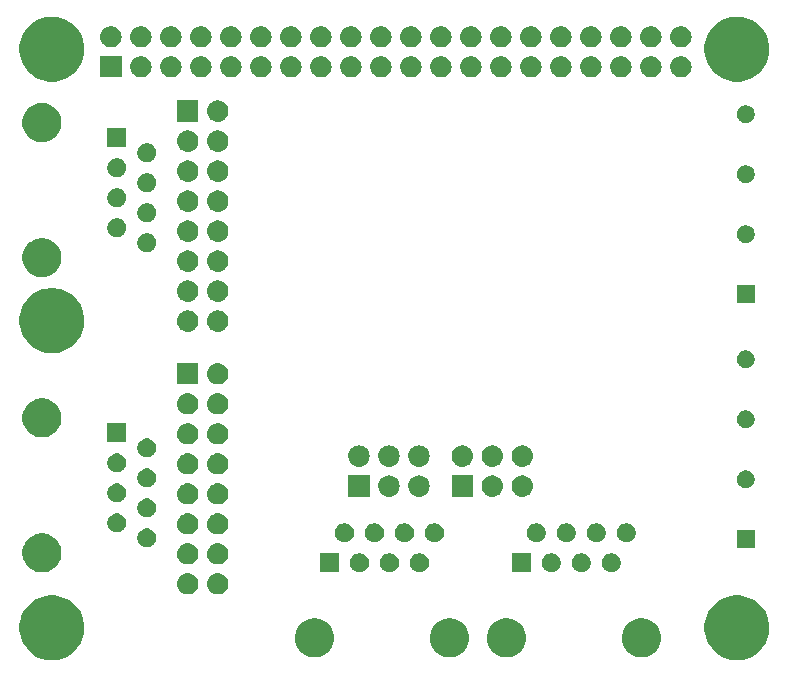
<source format=gbr>
G04 #@! TF.GenerationSoftware,KiCad,Pcbnew,(5.0.2)-1*
G04 #@! TF.CreationDate,2019-06-23T01:10:28-04:00*
G04 #@! TF.ProjectId,RPi-Ham,5250692d-4861-46d2-9e6b-696361645f70,rev?*
G04 #@! TF.SameCoordinates,Original*
G04 #@! TF.FileFunction,Soldermask,Bot*
G04 #@! TF.FilePolarity,Negative*
%FSLAX46Y46*%
G04 Gerber Fmt 4.6, Leading zero omitted, Abs format (unit mm)*
G04 Created by KiCad (PCBNEW (5.0.2)-1) date 2019-06-23 01:10:28*
%MOMM*%
%LPD*%
G01*
G04 APERTURE LIST*
%ADD10C,0.100000*%
G04 APERTURE END LIST*
D10*
G36*
X109536693Y-78801859D02*
X109802437Y-78854719D01*
X110303087Y-79062095D01*
X110490774Y-79187504D01*
X110753663Y-79363161D01*
X111136839Y-79746337D01*
X111136841Y-79746340D01*
X111437905Y-80196913D01*
X111571363Y-80519109D01*
X111645281Y-80697564D01*
X111751000Y-81229049D01*
X111751000Y-81770951D01*
X111715186Y-81951000D01*
X111645281Y-82302437D01*
X111437905Y-82803087D01*
X111147636Y-83237504D01*
X111136839Y-83253663D01*
X110753663Y-83636839D01*
X110753660Y-83636841D01*
X110303087Y-83937905D01*
X109802437Y-84145281D01*
X109536693Y-84198141D01*
X109270951Y-84251000D01*
X108729049Y-84251000D01*
X108463307Y-84198141D01*
X108197563Y-84145281D01*
X107696913Y-83937905D01*
X107246340Y-83636841D01*
X107246337Y-83636839D01*
X106863161Y-83253663D01*
X106852364Y-83237504D01*
X106562095Y-82803087D01*
X106354719Y-82302437D01*
X106284814Y-81951000D01*
X106249000Y-81770951D01*
X106249000Y-81229049D01*
X106354719Y-80697564D01*
X106428637Y-80519109D01*
X106562095Y-80196913D01*
X106863159Y-79746340D01*
X106863161Y-79746337D01*
X107246337Y-79363161D01*
X107509226Y-79187504D01*
X107696913Y-79062095D01*
X108197563Y-78854719D01*
X108463307Y-78801859D01*
X108729049Y-78749000D01*
X109270951Y-78749000D01*
X109536693Y-78801859D01*
X109536693Y-78801859D01*
G37*
G36*
X51536693Y-78801859D02*
X51802437Y-78854719D01*
X52303087Y-79062095D01*
X52490774Y-79187504D01*
X52753663Y-79363161D01*
X53136839Y-79746337D01*
X53136841Y-79746340D01*
X53437905Y-80196913D01*
X53571363Y-80519109D01*
X53645281Y-80697564D01*
X53751000Y-81229049D01*
X53751000Y-81770951D01*
X53715186Y-81951000D01*
X53645281Y-82302437D01*
X53437905Y-82803087D01*
X53147636Y-83237504D01*
X53136839Y-83253663D01*
X52753663Y-83636839D01*
X52753660Y-83636841D01*
X52303087Y-83937905D01*
X51802437Y-84145281D01*
X51536693Y-84198141D01*
X51270951Y-84251000D01*
X50729049Y-84251000D01*
X50463307Y-84198141D01*
X50197563Y-84145281D01*
X49696913Y-83937905D01*
X49246340Y-83636841D01*
X49246337Y-83636839D01*
X48863161Y-83253663D01*
X48852364Y-83237504D01*
X48562095Y-82803087D01*
X48354719Y-82302437D01*
X48284814Y-81951000D01*
X48249000Y-81770951D01*
X48249000Y-81229049D01*
X48354719Y-80697564D01*
X48428637Y-80519109D01*
X48562095Y-80196913D01*
X48863159Y-79746340D01*
X48863161Y-79746337D01*
X49246337Y-79363161D01*
X49509226Y-79187504D01*
X49696913Y-79062095D01*
X50197563Y-78854719D01*
X50463307Y-78801859D01*
X50729049Y-78749000D01*
X51270951Y-78749000D01*
X51536693Y-78801859D01*
X51536693Y-78801859D01*
G37*
G36*
X101285256Y-80741298D02*
X101391579Y-80762447D01*
X101692042Y-80886903D01*
X101934637Y-81049000D01*
X101962454Y-81067587D01*
X102192413Y-81297546D01*
X102192415Y-81297549D01*
X102373097Y-81567958D01*
X102490053Y-81850314D01*
X102497553Y-81868422D01*
X102561000Y-82187389D01*
X102561000Y-82512611D01*
X102534786Y-82644395D01*
X102497553Y-82831579D01*
X102373097Y-83132042D01*
X102205485Y-83382891D01*
X102192413Y-83402454D01*
X101962454Y-83632413D01*
X101962451Y-83632415D01*
X101692042Y-83813097D01*
X101391579Y-83937553D01*
X101285427Y-83958668D01*
X101072611Y-84001000D01*
X100747389Y-84001000D01*
X100534573Y-83958668D01*
X100428421Y-83937553D01*
X100127958Y-83813097D01*
X99857549Y-83632415D01*
X99857546Y-83632413D01*
X99627587Y-83402454D01*
X99614515Y-83382891D01*
X99446903Y-83132042D01*
X99322447Y-82831579D01*
X99285214Y-82644395D01*
X99259000Y-82512611D01*
X99259000Y-82187389D01*
X99322447Y-81868422D01*
X99329948Y-81850314D01*
X99446903Y-81567958D01*
X99627585Y-81297549D01*
X99627587Y-81297546D01*
X99857546Y-81067587D01*
X99885363Y-81049000D01*
X100127958Y-80886903D01*
X100428421Y-80762447D01*
X100534744Y-80741298D01*
X100747389Y-80699000D01*
X101072611Y-80699000D01*
X101285256Y-80741298D01*
X101285256Y-80741298D01*
G37*
G36*
X89855256Y-80741298D02*
X89961579Y-80762447D01*
X90262042Y-80886903D01*
X90504637Y-81049000D01*
X90532454Y-81067587D01*
X90762413Y-81297546D01*
X90762415Y-81297549D01*
X90943097Y-81567958D01*
X91060053Y-81850314D01*
X91067553Y-81868422D01*
X91131000Y-82187389D01*
X91131000Y-82512611D01*
X91104786Y-82644395D01*
X91067553Y-82831579D01*
X90943097Y-83132042D01*
X90775485Y-83382891D01*
X90762413Y-83402454D01*
X90532454Y-83632413D01*
X90532451Y-83632415D01*
X90262042Y-83813097D01*
X89961579Y-83937553D01*
X89855427Y-83958668D01*
X89642611Y-84001000D01*
X89317389Y-84001000D01*
X89104573Y-83958668D01*
X88998421Y-83937553D01*
X88697958Y-83813097D01*
X88427549Y-83632415D01*
X88427546Y-83632413D01*
X88197587Y-83402454D01*
X88184515Y-83382891D01*
X88016903Y-83132042D01*
X87892447Y-82831579D01*
X87855214Y-82644395D01*
X87829000Y-82512611D01*
X87829000Y-82187389D01*
X87892447Y-81868422D01*
X87899948Y-81850314D01*
X88016903Y-81567958D01*
X88197585Y-81297549D01*
X88197587Y-81297546D01*
X88427546Y-81067587D01*
X88455363Y-81049000D01*
X88697958Y-80886903D01*
X88998421Y-80762447D01*
X89104744Y-80741298D01*
X89317389Y-80699000D01*
X89642611Y-80699000D01*
X89855256Y-80741298D01*
X89855256Y-80741298D01*
G37*
G36*
X73605256Y-80741298D02*
X73711579Y-80762447D01*
X74012042Y-80886903D01*
X74254637Y-81049000D01*
X74282454Y-81067587D01*
X74512413Y-81297546D01*
X74512415Y-81297549D01*
X74693097Y-81567958D01*
X74810053Y-81850314D01*
X74817553Y-81868422D01*
X74881000Y-82187389D01*
X74881000Y-82512611D01*
X74854786Y-82644395D01*
X74817553Y-82831579D01*
X74693097Y-83132042D01*
X74525485Y-83382891D01*
X74512413Y-83402454D01*
X74282454Y-83632413D01*
X74282451Y-83632415D01*
X74012042Y-83813097D01*
X73711579Y-83937553D01*
X73605427Y-83958668D01*
X73392611Y-84001000D01*
X73067389Y-84001000D01*
X72854573Y-83958668D01*
X72748421Y-83937553D01*
X72447958Y-83813097D01*
X72177549Y-83632415D01*
X72177546Y-83632413D01*
X71947587Y-83402454D01*
X71934515Y-83382891D01*
X71766903Y-83132042D01*
X71642447Y-82831579D01*
X71605214Y-82644395D01*
X71579000Y-82512611D01*
X71579000Y-82187389D01*
X71642447Y-81868422D01*
X71649948Y-81850314D01*
X71766903Y-81567958D01*
X71947585Y-81297549D01*
X71947587Y-81297546D01*
X72177546Y-81067587D01*
X72205363Y-81049000D01*
X72447958Y-80886903D01*
X72748421Y-80762447D01*
X72854744Y-80741298D01*
X73067389Y-80699000D01*
X73392611Y-80699000D01*
X73605256Y-80741298D01*
X73605256Y-80741298D01*
G37*
G36*
X85035256Y-80741298D02*
X85141579Y-80762447D01*
X85442042Y-80886903D01*
X85684637Y-81049000D01*
X85712454Y-81067587D01*
X85942413Y-81297546D01*
X85942415Y-81297549D01*
X86123097Y-81567958D01*
X86240053Y-81850314D01*
X86247553Y-81868422D01*
X86311000Y-82187389D01*
X86311000Y-82512611D01*
X86284786Y-82644395D01*
X86247553Y-82831579D01*
X86123097Y-83132042D01*
X85955485Y-83382891D01*
X85942413Y-83402454D01*
X85712454Y-83632413D01*
X85712451Y-83632415D01*
X85442042Y-83813097D01*
X85141579Y-83937553D01*
X85035427Y-83958668D01*
X84822611Y-84001000D01*
X84497389Y-84001000D01*
X84284573Y-83958668D01*
X84178421Y-83937553D01*
X83877958Y-83813097D01*
X83607549Y-83632415D01*
X83607546Y-83632413D01*
X83377587Y-83402454D01*
X83364515Y-83382891D01*
X83196903Y-83132042D01*
X83072447Y-82831579D01*
X83035214Y-82644395D01*
X83009000Y-82512611D01*
X83009000Y-82187389D01*
X83072447Y-81868422D01*
X83079948Y-81850314D01*
X83196903Y-81567958D01*
X83377585Y-81297549D01*
X83377587Y-81297546D01*
X83607546Y-81067587D01*
X83635363Y-81049000D01*
X83877958Y-80886903D01*
X84178421Y-80762447D01*
X84284744Y-80741298D01*
X84497389Y-80699000D01*
X84822611Y-80699000D01*
X85035256Y-80741298D01*
X85035256Y-80741298D01*
G37*
G36*
X62610442Y-76885518D02*
X62676627Y-76892037D01*
X62789853Y-76926384D01*
X62846467Y-76943557D01*
X62985087Y-77017652D01*
X63002991Y-77027222D01*
X63038729Y-77056552D01*
X63140186Y-77139814D01*
X63223448Y-77241271D01*
X63252778Y-77277009D01*
X63252779Y-77277011D01*
X63336443Y-77433533D01*
X63336443Y-77433534D01*
X63387963Y-77603373D01*
X63405359Y-77780000D01*
X63387963Y-77956627D01*
X63353616Y-78069853D01*
X63336443Y-78126467D01*
X63262348Y-78265087D01*
X63252778Y-78282991D01*
X63223448Y-78318729D01*
X63140186Y-78420186D01*
X63038729Y-78503448D01*
X63002991Y-78532778D01*
X63002989Y-78532779D01*
X62846467Y-78616443D01*
X62789853Y-78633616D01*
X62676627Y-78667963D01*
X62610442Y-78674482D01*
X62544260Y-78681000D01*
X62455740Y-78681000D01*
X62389558Y-78674482D01*
X62323373Y-78667963D01*
X62210147Y-78633616D01*
X62153533Y-78616443D01*
X61997011Y-78532779D01*
X61997009Y-78532778D01*
X61961271Y-78503448D01*
X61859814Y-78420186D01*
X61776552Y-78318729D01*
X61747222Y-78282991D01*
X61737652Y-78265087D01*
X61663557Y-78126467D01*
X61646384Y-78069853D01*
X61612037Y-77956627D01*
X61594641Y-77780000D01*
X61612037Y-77603373D01*
X61663557Y-77433534D01*
X61663557Y-77433533D01*
X61747221Y-77277011D01*
X61747222Y-77277009D01*
X61776552Y-77241271D01*
X61859814Y-77139814D01*
X61961271Y-77056552D01*
X61997009Y-77027222D01*
X62014913Y-77017652D01*
X62153533Y-76943557D01*
X62210147Y-76926384D01*
X62323373Y-76892037D01*
X62389558Y-76885518D01*
X62455740Y-76879000D01*
X62544260Y-76879000D01*
X62610442Y-76885518D01*
X62610442Y-76885518D01*
G37*
G36*
X65150442Y-76885518D02*
X65216627Y-76892037D01*
X65329853Y-76926384D01*
X65386467Y-76943557D01*
X65525087Y-77017652D01*
X65542991Y-77027222D01*
X65578729Y-77056552D01*
X65680186Y-77139814D01*
X65763448Y-77241271D01*
X65792778Y-77277009D01*
X65792779Y-77277011D01*
X65876443Y-77433533D01*
X65876443Y-77433534D01*
X65927963Y-77603373D01*
X65945359Y-77780000D01*
X65927963Y-77956627D01*
X65893616Y-78069853D01*
X65876443Y-78126467D01*
X65802348Y-78265087D01*
X65792778Y-78282991D01*
X65763448Y-78318729D01*
X65680186Y-78420186D01*
X65578729Y-78503448D01*
X65542991Y-78532778D01*
X65542989Y-78532779D01*
X65386467Y-78616443D01*
X65329853Y-78633616D01*
X65216627Y-78667963D01*
X65150442Y-78674482D01*
X65084260Y-78681000D01*
X64995740Y-78681000D01*
X64929558Y-78674482D01*
X64863373Y-78667963D01*
X64750147Y-78633616D01*
X64693533Y-78616443D01*
X64537011Y-78532779D01*
X64537009Y-78532778D01*
X64501271Y-78503448D01*
X64399814Y-78420186D01*
X64316552Y-78318729D01*
X64287222Y-78282991D01*
X64277652Y-78265087D01*
X64203557Y-78126467D01*
X64186384Y-78069853D01*
X64152037Y-77956627D01*
X64134641Y-77780000D01*
X64152037Y-77603373D01*
X64203557Y-77433534D01*
X64203557Y-77433533D01*
X64287221Y-77277011D01*
X64287222Y-77277009D01*
X64316552Y-77241271D01*
X64399814Y-77139814D01*
X64501271Y-77056552D01*
X64537009Y-77027222D01*
X64554913Y-77017652D01*
X64693533Y-76943557D01*
X64750147Y-76926384D01*
X64863373Y-76892037D01*
X64929558Y-76885518D01*
X64995740Y-76879000D01*
X65084260Y-76879000D01*
X65150442Y-76885518D01*
X65150442Y-76885518D01*
G37*
G36*
X50525256Y-73551298D02*
X50631579Y-73572447D01*
X50932042Y-73696903D01*
X51102960Y-73811107D01*
X51202454Y-73877587D01*
X51432413Y-74107546D01*
X51432415Y-74107549D01*
X51540571Y-74269415D01*
X51613098Y-74377960D01*
X51737553Y-74678422D01*
X51801000Y-74997389D01*
X51801000Y-75322611D01*
X51767825Y-75489392D01*
X51737553Y-75641579D01*
X51613097Y-75942042D01*
X51521656Y-76078893D01*
X51432413Y-76212454D01*
X51202454Y-76442413D01*
X51202451Y-76442415D01*
X50932042Y-76623097D01*
X50631579Y-76747553D01*
X50525256Y-76768702D01*
X50312611Y-76811000D01*
X49987389Y-76811000D01*
X49774744Y-76768702D01*
X49668421Y-76747553D01*
X49367958Y-76623097D01*
X49097549Y-76442415D01*
X49097546Y-76442413D01*
X48867587Y-76212454D01*
X48778344Y-76078893D01*
X48686903Y-75942042D01*
X48562447Y-75641579D01*
X48532175Y-75489392D01*
X48499000Y-75322611D01*
X48499000Y-74997389D01*
X48562447Y-74678422D01*
X48686902Y-74377960D01*
X48759430Y-74269415D01*
X48867585Y-74107549D01*
X48867587Y-74107546D01*
X49097546Y-73877587D01*
X49197040Y-73811107D01*
X49367958Y-73696903D01*
X49668421Y-73572447D01*
X49774744Y-73551298D01*
X49987389Y-73509000D01*
X50312611Y-73509000D01*
X50525256Y-73551298D01*
X50525256Y-73551298D01*
G37*
G36*
X98603643Y-75229781D02*
X98749415Y-75290162D01*
X98880611Y-75377824D01*
X98992176Y-75489389D01*
X99079838Y-75620585D01*
X99140219Y-75766357D01*
X99171000Y-75921107D01*
X99171000Y-76078893D01*
X99140219Y-76233643D01*
X99079838Y-76379415D01*
X98992176Y-76510611D01*
X98880611Y-76622176D01*
X98749415Y-76709838D01*
X98603643Y-76770219D01*
X98448893Y-76801000D01*
X98291107Y-76801000D01*
X98136357Y-76770219D01*
X97990585Y-76709838D01*
X97859389Y-76622176D01*
X97747824Y-76510611D01*
X97660162Y-76379415D01*
X97599781Y-76233643D01*
X97569000Y-76078893D01*
X97569000Y-75921107D01*
X97599781Y-75766357D01*
X97660162Y-75620585D01*
X97747824Y-75489389D01*
X97859389Y-75377824D01*
X97990585Y-75290162D01*
X98136357Y-75229781D01*
X98291107Y-75199000D01*
X98448893Y-75199000D01*
X98603643Y-75229781D01*
X98603643Y-75229781D01*
G37*
G36*
X96063643Y-75229781D02*
X96209415Y-75290162D01*
X96340611Y-75377824D01*
X96452176Y-75489389D01*
X96539838Y-75620585D01*
X96600219Y-75766357D01*
X96631000Y-75921107D01*
X96631000Y-76078893D01*
X96600219Y-76233643D01*
X96539838Y-76379415D01*
X96452176Y-76510611D01*
X96340611Y-76622176D01*
X96209415Y-76709838D01*
X96063643Y-76770219D01*
X95908893Y-76801000D01*
X95751107Y-76801000D01*
X95596357Y-76770219D01*
X95450585Y-76709838D01*
X95319389Y-76622176D01*
X95207824Y-76510611D01*
X95120162Y-76379415D01*
X95059781Y-76233643D01*
X95029000Y-76078893D01*
X95029000Y-75921107D01*
X95059781Y-75766357D01*
X95120162Y-75620585D01*
X95207824Y-75489389D01*
X95319389Y-75377824D01*
X95450585Y-75290162D01*
X95596357Y-75229781D01*
X95751107Y-75199000D01*
X95908893Y-75199000D01*
X96063643Y-75229781D01*
X96063643Y-75229781D01*
G37*
G36*
X93523643Y-75229781D02*
X93669415Y-75290162D01*
X93800611Y-75377824D01*
X93912176Y-75489389D01*
X93999838Y-75620585D01*
X94060219Y-75766357D01*
X94091000Y-75921107D01*
X94091000Y-76078893D01*
X94060219Y-76233643D01*
X93999838Y-76379415D01*
X93912176Y-76510611D01*
X93800611Y-76622176D01*
X93669415Y-76709838D01*
X93523643Y-76770219D01*
X93368893Y-76801000D01*
X93211107Y-76801000D01*
X93056357Y-76770219D01*
X92910585Y-76709838D01*
X92779389Y-76622176D01*
X92667824Y-76510611D01*
X92580162Y-76379415D01*
X92519781Y-76233643D01*
X92489000Y-76078893D01*
X92489000Y-75921107D01*
X92519781Y-75766357D01*
X92580162Y-75620585D01*
X92667824Y-75489389D01*
X92779389Y-75377824D01*
X92910585Y-75290162D01*
X93056357Y-75229781D01*
X93211107Y-75199000D01*
X93368893Y-75199000D01*
X93523643Y-75229781D01*
X93523643Y-75229781D01*
G37*
G36*
X91551000Y-76801000D02*
X89949000Y-76801000D01*
X89949000Y-75199000D01*
X91551000Y-75199000D01*
X91551000Y-76801000D01*
X91551000Y-76801000D01*
G37*
G36*
X75301000Y-76801000D02*
X73699000Y-76801000D01*
X73699000Y-75199000D01*
X75301000Y-75199000D01*
X75301000Y-76801000D01*
X75301000Y-76801000D01*
G37*
G36*
X77273643Y-75229781D02*
X77419415Y-75290162D01*
X77550611Y-75377824D01*
X77662176Y-75489389D01*
X77749838Y-75620585D01*
X77810219Y-75766357D01*
X77841000Y-75921107D01*
X77841000Y-76078893D01*
X77810219Y-76233643D01*
X77749838Y-76379415D01*
X77662176Y-76510611D01*
X77550611Y-76622176D01*
X77419415Y-76709838D01*
X77273643Y-76770219D01*
X77118893Y-76801000D01*
X76961107Y-76801000D01*
X76806357Y-76770219D01*
X76660585Y-76709838D01*
X76529389Y-76622176D01*
X76417824Y-76510611D01*
X76330162Y-76379415D01*
X76269781Y-76233643D01*
X76239000Y-76078893D01*
X76239000Y-75921107D01*
X76269781Y-75766357D01*
X76330162Y-75620585D01*
X76417824Y-75489389D01*
X76529389Y-75377824D01*
X76660585Y-75290162D01*
X76806357Y-75229781D01*
X76961107Y-75199000D01*
X77118893Y-75199000D01*
X77273643Y-75229781D01*
X77273643Y-75229781D01*
G37*
G36*
X79813643Y-75229781D02*
X79959415Y-75290162D01*
X80090611Y-75377824D01*
X80202176Y-75489389D01*
X80289838Y-75620585D01*
X80350219Y-75766357D01*
X80381000Y-75921107D01*
X80381000Y-76078893D01*
X80350219Y-76233643D01*
X80289838Y-76379415D01*
X80202176Y-76510611D01*
X80090611Y-76622176D01*
X79959415Y-76709838D01*
X79813643Y-76770219D01*
X79658893Y-76801000D01*
X79501107Y-76801000D01*
X79346357Y-76770219D01*
X79200585Y-76709838D01*
X79069389Y-76622176D01*
X78957824Y-76510611D01*
X78870162Y-76379415D01*
X78809781Y-76233643D01*
X78779000Y-76078893D01*
X78779000Y-75921107D01*
X78809781Y-75766357D01*
X78870162Y-75620585D01*
X78957824Y-75489389D01*
X79069389Y-75377824D01*
X79200585Y-75290162D01*
X79346357Y-75229781D01*
X79501107Y-75199000D01*
X79658893Y-75199000D01*
X79813643Y-75229781D01*
X79813643Y-75229781D01*
G37*
G36*
X82353643Y-75229781D02*
X82499415Y-75290162D01*
X82630611Y-75377824D01*
X82742176Y-75489389D01*
X82829838Y-75620585D01*
X82890219Y-75766357D01*
X82921000Y-75921107D01*
X82921000Y-76078893D01*
X82890219Y-76233643D01*
X82829838Y-76379415D01*
X82742176Y-76510611D01*
X82630611Y-76622176D01*
X82499415Y-76709838D01*
X82353643Y-76770219D01*
X82198893Y-76801000D01*
X82041107Y-76801000D01*
X81886357Y-76770219D01*
X81740585Y-76709838D01*
X81609389Y-76622176D01*
X81497824Y-76510611D01*
X81410162Y-76379415D01*
X81349781Y-76233643D01*
X81319000Y-76078893D01*
X81319000Y-75921107D01*
X81349781Y-75766357D01*
X81410162Y-75620585D01*
X81497824Y-75489389D01*
X81609389Y-75377824D01*
X81740585Y-75290162D01*
X81886357Y-75229781D01*
X82041107Y-75199000D01*
X82198893Y-75199000D01*
X82353643Y-75229781D01*
X82353643Y-75229781D01*
G37*
G36*
X62610443Y-74345519D02*
X62676627Y-74352037D01*
X62789853Y-74386384D01*
X62846467Y-74403557D01*
X62985087Y-74477652D01*
X63002991Y-74487222D01*
X63033397Y-74512176D01*
X63140186Y-74599814D01*
X63189758Y-74660219D01*
X63252778Y-74737009D01*
X63252779Y-74737011D01*
X63336443Y-74893533D01*
X63336443Y-74893534D01*
X63387963Y-75063373D01*
X63405359Y-75240000D01*
X63387963Y-75416627D01*
X63365891Y-75489389D01*
X63336443Y-75586467D01*
X63262348Y-75725087D01*
X63252778Y-75742991D01*
X63233602Y-75766357D01*
X63140186Y-75880186D01*
X63064813Y-75942042D01*
X63002991Y-75992778D01*
X63002989Y-75992779D01*
X62846467Y-76076443D01*
X62789853Y-76093616D01*
X62676627Y-76127963D01*
X62610443Y-76134481D01*
X62544260Y-76141000D01*
X62455740Y-76141000D01*
X62389557Y-76134481D01*
X62323373Y-76127963D01*
X62210147Y-76093616D01*
X62153533Y-76076443D01*
X61997011Y-75992779D01*
X61997009Y-75992778D01*
X61935187Y-75942042D01*
X61859814Y-75880186D01*
X61766398Y-75766357D01*
X61747222Y-75742991D01*
X61737652Y-75725087D01*
X61663557Y-75586467D01*
X61634109Y-75489389D01*
X61612037Y-75416627D01*
X61594641Y-75240000D01*
X61612037Y-75063373D01*
X61663557Y-74893534D01*
X61663557Y-74893533D01*
X61747221Y-74737011D01*
X61747222Y-74737009D01*
X61810242Y-74660219D01*
X61859814Y-74599814D01*
X61966603Y-74512176D01*
X61997009Y-74487222D01*
X62014913Y-74477652D01*
X62153533Y-74403557D01*
X62210147Y-74386384D01*
X62323373Y-74352037D01*
X62389557Y-74345519D01*
X62455740Y-74339000D01*
X62544260Y-74339000D01*
X62610443Y-74345519D01*
X62610443Y-74345519D01*
G37*
G36*
X65150443Y-74345519D02*
X65216627Y-74352037D01*
X65329853Y-74386384D01*
X65386467Y-74403557D01*
X65525087Y-74477652D01*
X65542991Y-74487222D01*
X65573397Y-74512176D01*
X65680186Y-74599814D01*
X65729758Y-74660219D01*
X65792778Y-74737009D01*
X65792779Y-74737011D01*
X65876443Y-74893533D01*
X65876443Y-74893534D01*
X65927963Y-75063373D01*
X65945359Y-75240000D01*
X65927963Y-75416627D01*
X65905891Y-75489389D01*
X65876443Y-75586467D01*
X65802348Y-75725087D01*
X65792778Y-75742991D01*
X65773602Y-75766357D01*
X65680186Y-75880186D01*
X65604813Y-75942042D01*
X65542991Y-75992778D01*
X65542989Y-75992779D01*
X65386467Y-76076443D01*
X65329853Y-76093616D01*
X65216627Y-76127963D01*
X65150443Y-76134481D01*
X65084260Y-76141000D01*
X64995740Y-76141000D01*
X64929557Y-76134481D01*
X64863373Y-76127963D01*
X64750147Y-76093616D01*
X64693533Y-76076443D01*
X64537011Y-75992779D01*
X64537009Y-75992778D01*
X64475187Y-75942042D01*
X64399814Y-75880186D01*
X64306398Y-75766357D01*
X64287222Y-75742991D01*
X64277652Y-75725087D01*
X64203557Y-75586467D01*
X64174109Y-75489389D01*
X64152037Y-75416627D01*
X64134641Y-75240000D01*
X64152037Y-75063373D01*
X64203557Y-74893534D01*
X64203557Y-74893533D01*
X64287221Y-74737011D01*
X64287222Y-74737009D01*
X64350242Y-74660219D01*
X64399814Y-74599814D01*
X64506603Y-74512176D01*
X64537009Y-74487222D01*
X64554913Y-74477652D01*
X64693533Y-74403557D01*
X64750147Y-74386384D01*
X64863373Y-74352037D01*
X64929557Y-74345519D01*
X64995740Y-74339000D01*
X65084260Y-74339000D01*
X65150443Y-74345519D01*
X65150443Y-74345519D01*
G37*
G36*
X110501000Y-74751000D02*
X108999000Y-74751000D01*
X108999000Y-73249000D01*
X110501000Y-73249000D01*
X110501000Y-74751000D01*
X110501000Y-74751000D01*
G37*
G36*
X59273643Y-73119781D02*
X59419415Y-73180162D01*
X59550611Y-73267824D01*
X59662176Y-73379389D01*
X59749838Y-73510585D01*
X59810219Y-73656357D01*
X59841000Y-73811107D01*
X59841000Y-73968893D01*
X59810219Y-74123643D01*
X59749838Y-74269415D01*
X59662176Y-74400611D01*
X59550611Y-74512176D01*
X59419415Y-74599838D01*
X59273643Y-74660219D01*
X59118893Y-74691000D01*
X58961107Y-74691000D01*
X58806357Y-74660219D01*
X58660585Y-74599838D01*
X58529389Y-74512176D01*
X58417824Y-74400611D01*
X58330162Y-74269415D01*
X58269781Y-74123643D01*
X58239000Y-73968893D01*
X58239000Y-73811107D01*
X58269781Y-73656357D01*
X58330162Y-73510585D01*
X58417824Y-73379389D01*
X58529389Y-73267824D01*
X58660585Y-73180162D01*
X58806357Y-73119781D01*
X58961107Y-73089000D01*
X59118893Y-73089000D01*
X59273643Y-73119781D01*
X59273643Y-73119781D01*
G37*
G36*
X83623643Y-72689781D02*
X83769415Y-72750162D01*
X83900611Y-72837824D01*
X84012176Y-72949389D01*
X84099838Y-73080585D01*
X84160219Y-73226357D01*
X84191000Y-73381107D01*
X84191000Y-73538893D01*
X84160219Y-73693643D01*
X84099838Y-73839415D01*
X84012176Y-73970611D01*
X83900611Y-74082176D01*
X83769415Y-74169838D01*
X83623643Y-74230219D01*
X83468893Y-74261000D01*
X83311107Y-74261000D01*
X83156357Y-74230219D01*
X83010585Y-74169838D01*
X82879389Y-74082176D01*
X82767824Y-73970611D01*
X82680162Y-73839415D01*
X82619781Y-73693643D01*
X82589000Y-73538893D01*
X82589000Y-73381107D01*
X82619781Y-73226357D01*
X82680162Y-73080585D01*
X82767824Y-72949389D01*
X82879389Y-72837824D01*
X83010585Y-72750162D01*
X83156357Y-72689781D01*
X83311107Y-72659000D01*
X83468893Y-72659000D01*
X83623643Y-72689781D01*
X83623643Y-72689781D01*
G37*
G36*
X81083643Y-72689781D02*
X81229415Y-72750162D01*
X81360611Y-72837824D01*
X81472176Y-72949389D01*
X81559838Y-73080585D01*
X81620219Y-73226357D01*
X81651000Y-73381107D01*
X81651000Y-73538893D01*
X81620219Y-73693643D01*
X81559838Y-73839415D01*
X81472176Y-73970611D01*
X81360611Y-74082176D01*
X81229415Y-74169838D01*
X81083643Y-74230219D01*
X80928893Y-74261000D01*
X80771107Y-74261000D01*
X80616357Y-74230219D01*
X80470585Y-74169838D01*
X80339389Y-74082176D01*
X80227824Y-73970611D01*
X80140162Y-73839415D01*
X80079781Y-73693643D01*
X80049000Y-73538893D01*
X80049000Y-73381107D01*
X80079781Y-73226357D01*
X80140162Y-73080585D01*
X80227824Y-72949389D01*
X80339389Y-72837824D01*
X80470585Y-72750162D01*
X80616357Y-72689781D01*
X80771107Y-72659000D01*
X80928893Y-72659000D01*
X81083643Y-72689781D01*
X81083643Y-72689781D01*
G37*
G36*
X78543643Y-72689781D02*
X78689415Y-72750162D01*
X78820611Y-72837824D01*
X78932176Y-72949389D01*
X79019838Y-73080585D01*
X79080219Y-73226357D01*
X79111000Y-73381107D01*
X79111000Y-73538893D01*
X79080219Y-73693643D01*
X79019838Y-73839415D01*
X78932176Y-73970611D01*
X78820611Y-74082176D01*
X78689415Y-74169838D01*
X78543643Y-74230219D01*
X78388893Y-74261000D01*
X78231107Y-74261000D01*
X78076357Y-74230219D01*
X77930585Y-74169838D01*
X77799389Y-74082176D01*
X77687824Y-73970611D01*
X77600162Y-73839415D01*
X77539781Y-73693643D01*
X77509000Y-73538893D01*
X77509000Y-73381107D01*
X77539781Y-73226357D01*
X77600162Y-73080585D01*
X77687824Y-72949389D01*
X77799389Y-72837824D01*
X77930585Y-72750162D01*
X78076357Y-72689781D01*
X78231107Y-72659000D01*
X78388893Y-72659000D01*
X78543643Y-72689781D01*
X78543643Y-72689781D01*
G37*
G36*
X76003643Y-72689781D02*
X76149415Y-72750162D01*
X76280611Y-72837824D01*
X76392176Y-72949389D01*
X76479838Y-73080585D01*
X76540219Y-73226357D01*
X76571000Y-73381107D01*
X76571000Y-73538893D01*
X76540219Y-73693643D01*
X76479838Y-73839415D01*
X76392176Y-73970611D01*
X76280611Y-74082176D01*
X76149415Y-74169838D01*
X76003643Y-74230219D01*
X75848893Y-74261000D01*
X75691107Y-74261000D01*
X75536357Y-74230219D01*
X75390585Y-74169838D01*
X75259389Y-74082176D01*
X75147824Y-73970611D01*
X75060162Y-73839415D01*
X74999781Y-73693643D01*
X74969000Y-73538893D01*
X74969000Y-73381107D01*
X74999781Y-73226357D01*
X75060162Y-73080585D01*
X75147824Y-72949389D01*
X75259389Y-72837824D01*
X75390585Y-72750162D01*
X75536357Y-72689781D01*
X75691107Y-72659000D01*
X75848893Y-72659000D01*
X76003643Y-72689781D01*
X76003643Y-72689781D01*
G37*
G36*
X92253643Y-72689781D02*
X92399415Y-72750162D01*
X92530611Y-72837824D01*
X92642176Y-72949389D01*
X92729838Y-73080585D01*
X92790219Y-73226357D01*
X92821000Y-73381107D01*
X92821000Y-73538893D01*
X92790219Y-73693643D01*
X92729838Y-73839415D01*
X92642176Y-73970611D01*
X92530611Y-74082176D01*
X92399415Y-74169838D01*
X92253643Y-74230219D01*
X92098893Y-74261000D01*
X91941107Y-74261000D01*
X91786357Y-74230219D01*
X91640585Y-74169838D01*
X91509389Y-74082176D01*
X91397824Y-73970611D01*
X91310162Y-73839415D01*
X91249781Y-73693643D01*
X91219000Y-73538893D01*
X91219000Y-73381107D01*
X91249781Y-73226357D01*
X91310162Y-73080585D01*
X91397824Y-72949389D01*
X91509389Y-72837824D01*
X91640585Y-72750162D01*
X91786357Y-72689781D01*
X91941107Y-72659000D01*
X92098893Y-72659000D01*
X92253643Y-72689781D01*
X92253643Y-72689781D01*
G37*
G36*
X94793643Y-72689781D02*
X94939415Y-72750162D01*
X95070611Y-72837824D01*
X95182176Y-72949389D01*
X95269838Y-73080585D01*
X95330219Y-73226357D01*
X95361000Y-73381107D01*
X95361000Y-73538893D01*
X95330219Y-73693643D01*
X95269838Y-73839415D01*
X95182176Y-73970611D01*
X95070611Y-74082176D01*
X94939415Y-74169838D01*
X94793643Y-74230219D01*
X94638893Y-74261000D01*
X94481107Y-74261000D01*
X94326357Y-74230219D01*
X94180585Y-74169838D01*
X94049389Y-74082176D01*
X93937824Y-73970611D01*
X93850162Y-73839415D01*
X93789781Y-73693643D01*
X93759000Y-73538893D01*
X93759000Y-73381107D01*
X93789781Y-73226357D01*
X93850162Y-73080585D01*
X93937824Y-72949389D01*
X94049389Y-72837824D01*
X94180585Y-72750162D01*
X94326357Y-72689781D01*
X94481107Y-72659000D01*
X94638893Y-72659000D01*
X94793643Y-72689781D01*
X94793643Y-72689781D01*
G37*
G36*
X97333643Y-72689781D02*
X97479415Y-72750162D01*
X97610611Y-72837824D01*
X97722176Y-72949389D01*
X97809838Y-73080585D01*
X97870219Y-73226357D01*
X97901000Y-73381107D01*
X97901000Y-73538893D01*
X97870219Y-73693643D01*
X97809838Y-73839415D01*
X97722176Y-73970611D01*
X97610611Y-74082176D01*
X97479415Y-74169838D01*
X97333643Y-74230219D01*
X97178893Y-74261000D01*
X97021107Y-74261000D01*
X96866357Y-74230219D01*
X96720585Y-74169838D01*
X96589389Y-74082176D01*
X96477824Y-73970611D01*
X96390162Y-73839415D01*
X96329781Y-73693643D01*
X96299000Y-73538893D01*
X96299000Y-73381107D01*
X96329781Y-73226357D01*
X96390162Y-73080585D01*
X96477824Y-72949389D01*
X96589389Y-72837824D01*
X96720585Y-72750162D01*
X96866357Y-72689781D01*
X97021107Y-72659000D01*
X97178893Y-72659000D01*
X97333643Y-72689781D01*
X97333643Y-72689781D01*
G37*
G36*
X99873643Y-72689781D02*
X100019415Y-72750162D01*
X100150611Y-72837824D01*
X100262176Y-72949389D01*
X100349838Y-73080585D01*
X100410219Y-73226357D01*
X100441000Y-73381107D01*
X100441000Y-73538893D01*
X100410219Y-73693643D01*
X100349838Y-73839415D01*
X100262176Y-73970611D01*
X100150611Y-74082176D01*
X100019415Y-74169838D01*
X99873643Y-74230219D01*
X99718893Y-74261000D01*
X99561107Y-74261000D01*
X99406357Y-74230219D01*
X99260585Y-74169838D01*
X99129389Y-74082176D01*
X99017824Y-73970611D01*
X98930162Y-73839415D01*
X98869781Y-73693643D01*
X98839000Y-73538893D01*
X98839000Y-73381107D01*
X98869781Y-73226357D01*
X98930162Y-73080585D01*
X99017824Y-72949389D01*
X99129389Y-72837824D01*
X99260585Y-72750162D01*
X99406357Y-72689781D01*
X99561107Y-72659000D01*
X99718893Y-72659000D01*
X99873643Y-72689781D01*
X99873643Y-72689781D01*
G37*
G36*
X62610442Y-71805518D02*
X62676627Y-71812037D01*
X62789853Y-71846384D01*
X62846467Y-71863557D01*
X62933659Y-71910163D01*
X63002991Y-71947222D01*
X63033397Y-71972176D01*
X63140186Y-72059814D01*
X63189758Y-72120219D01*
X63252778Y-72197009D01*
X63252779Y-72197011D01*
X63336443Y-72353533D01*
X63336443Y-72353534D01*
X63387963Y-72523373D01*
X63405359Y-72700000D01*
X63387963Y-72876627D01*
X63365891Y-72949389D01*
X63336443Y-73046467D01*
X63291468Y-73130608D01*
X63252778Y-73202991D01*
X63233602Y-73226357D01*
X63140186Y-73340186D01*
X63041712Y-73421000D01*
X63002991Y-73452778D01*
X63002989Y-73452779D01*
X62846467Y-73536443D01*
X62789853Y-73553616D01*
X62676627Y-73587963D01*
X62610443Y-73594481D01*
X62544260Y-73601000D01*
X62455740Y-73601000D01*
X62389557Y-73594481D01*
X62323373Y-73587963D01*
X62210147Y-73553616D01*
X62153533Y-73536443D01*
X61997011Y-73452779D01*
X61997009Y-73452778D01*
X61958288Y-73421000D01*
X61859814Y-73340186D01*
X61766398Y-73226357D01*
X61747222Y-73202991D01*
X61708532Y-73130608D01*
X61663557Y-73046467D01*
X61634109Y-72949389D01*
X61612037Y-72876627D01*
X61594641Y-72700000D01*
X61612037Y-72523373D01*
X61663557Y-72353534D01*
X61663557Y-72353533D01*
X61747221Y-72197011D01*
X61747222Y-72197009D01*
X61810242Y-72120219D01*
X61859814Y-72059814D01*
X61966603Y-71972176D01*
X61997009Y-71947222D01*
X62066341Y-71910163D01*
X62153533Y-71863557D01*
X62210147Y-71846384D01*
X62323373Y-71812037D01*
X62389558Y-71805518D01*
X62455740Y-71799000D01*
X62544260Y-71799000D01*
X62610442Y-71805518D01*
X62610442Y-71805518D01*
G37*
G36*
X65150442Y-71805518D02*
X65216627Y-71812037D01*
X65329853Y-71846384D01*
X65386467Y-71863557D01*
X65473659Y-71910163D01*
X65542991Y-71947222D01*
X65573397Y-71972176D01*
X65680186Y-72059814D01*
X65729758Y-72120219D01*
X65792778Y-72197009D01*
X65792779Y-72197011D01*
X65876443Y-72353533D01*
X65876443Y-72353534D01*
X65927963Y-72523373D01*
X65945359Y-72700000D01*
X65927963Y-72876627D01*
X65905891Y-72949389D01*
X65876443Y-73046467D01*
X65831468Y-73130608D01*
X65792778Y-73202991D01*
X65773602Y-73226357D01*
X65680186Y-73340186D01*
X65581712Y-73421000D01*
X65542991Y-73452778D01*
X65542989Y-73452779D01*
X65386467Y-73536443D01*
X65329853Y-73553616D01*
X65216627Y-73587963D01*
X65150443Y-73594481D01*
X65084260Y-73601000D01*
X64995740Y-73601000D01*
X64929557Y-73594481D01*
X64863373Y-73587963D01*
X64750147Y-73553616D01*
X64693533Y-73536443D01*
X64537011Y-73452779D01*
X64537009Y-73452778D01*
X64498288Y-73421000D01*
X64399814Y-73340186D01*
X64306398Y-73226357D01*
X64287222Y-73202991D01*
X64248532Y-73130608D01*
X64203557Y-73046467D01*
X64174109Y-72949389D01*
X64152037Y-72876627D01*
X64134641Y-72700000D01*
X64152037Y-72523373D01*
X64203557Y-72353534D01*
X64203557Y-72353533D01*
X64287221Y-72197011D01*
X64287222Y-72197009D01*
X64350242Y-72120219D01*
X64399814Y-72059814D01*
X64506603Y-71972176D01*
X64537009Y-71947222D01*
X64606341Y-71910163D01*
X64693533Y-71863557D01*
X64750147Y-71846384D01*
X64863373Y-71812037D01*
X64929558Y-71805518D01*
X64995740Y-71799000D01*
X65084260Y-71799000D01*
X65150442Y-71805518D01*
X65150442Y-71805518D01*
G37*
G36*
X56733643Y-71849781D02*
X56879415Y-71910162D01*
X57010611Y-71997824D01*
X57122176Y-72109389D01*
X57209838Y-72240585D01*
X57270219Y-72386357D01*
X57301000Y-72541107D01*
X57301000Y-72698893D01*
X57270219Y-72853643D01*
X57209838Y-72999415D01*
X57122176Y-73130611D01*
X57010611Y-73242176D01*
X56879415Y-73329838D01*
X56733643Y-73390219D01*
X56578893Y-73421000D01*
X56421107Y-73421000D01*
X56266357Y-73390219D01*
X56120585Y-73329838D01*
X55989389Y-73242176D01*
X55877824Y-73130611D01*
X55790162Y-72999415D01*
X55729781Y-72853643D01*
X55699000Y-72698893D01*
X55699000Y-72541107D01*
X55729781Y-72386357D01*
X55790162Y-72240585D01*
X55877824Y-72109389D01*
X55989389Y-71997824D01*
X56120585Y-71910162D01*
X56266357Y-71849781D01*
X56421107Y-71819000D01*
X56578893Y-71819000D01*
X56733643Y-71849781D01*
X56733643Y-71849781D01*
G37*
G36*
X59273643Y-70579781D02*
X59419415Y-70640162D01*
X59550611Y-70727824D01*
X59662176Y-70839389D01*
X59749838Y-70970585D01*
X59810219Y-71116357D01*
X59841000Y-71271107D01*
X59841000Y-71428893D01*
X59810219Y-71583643D01*
X59749838Y-71729415D01*
X59662176Y-71860611D01*
X59550611Y-71972176D01*
X59419415Y-72059838D01*
X59273643Y-72120219D01*
X59118893Y-72151000D01*
X58961107Y-72151000D01*
X58806357Y-72120219D01*
X58660585Y-72059838D01*
X58529389Y-71972176D01*
X58417824Y-71860611D01*
X58330162Y-71729415D01*
X58269781Y-71583643D01*
X58239000Y-71428893D01*
X58239000Y-71271107D01*
X58269781Y-71116357D01*
X58330162Y-70970585D01*
X58417824Y-70839389D01*
X58529389Y-70727824D01*
X58660585Y-70640162D01*
X58806357Y-70579781D01*
X58961107Y-70549000D01*
X59118893Y-70549000D01*
X59273643Y-70579781D01*
X59273643Y-70579781D01*
G37*
G36*
X65150443Y-69265519D02*
X65216627Y-69272037D01*
X65329853Y-69306384D01*
X65386467Y-69323557D01*
X65473659Y-69370163D01*
X65542991Y-69407222D01*
X65573397Y-69432176D01*
X65680186Y-69519814D01*
X65729758Y-69580219D01*
X65792778Y-69657009D01*
X65792779Y-69657011D01*
X65876443Y-69813533D01*
X65876443Y-69813534D01*
X65927963Y-69983373D01*
X65945359Y-70160000D01*
X65927963Y-70336627D01*
X65893616Y-70449853D01*
X65876443Y-70506467D01*
X65831468Y-70590608D01*
X65792778Y-70662991D01*
X65763448Y-70698729D01*
X65680186Y-70800186D01*
X65581712Y-70881000D01*
X65542991Y-70912778D01*
X65542989Y-70912779D01*
X65386467Y-70996443D01*
X65329853Y-71013616D01*
X65216627Y-71047963D01*
X65150442Y-71054482D01*
X65084260Y-71061000D01*
X64995740Y-71061000D01*
X64929558Y-71054482D01*
X64863373Y-71047963D01*
X64750147Y-71013616D01*
X64693533Y-70996443D01*
X64537011Y-70912779D01*
X64537009Y-70912778D01*
X64498288Y-70881000D01*
X64399814Y-70800186D01*
X64316552Y-70698729D01*
X64287222Y-70662991D01*
X64248532Y-70590608D01*
X64203557Y-70506467D01*
X64186384Y-70449853D01*
X64152037Y-70336627D01*
X64134641Y-70160000D01*
X64152037Y-69983373D01*
X64203557Y-69813534D01*
X64203557Y-69813533D01*
X64287221Y-69657011D01*
X64287222Y-69657009D01*
X64350242Y-69580219D01*
X64399814Y-69519814D01*
X64506603Y-69432176D01*
X64537009Y-69407222D01*
X64606341Y-69370163D01*
X64693533Y-69323557D01*
X64750147Y-69306384D01*
X64863373Y-69272037D01*
X64929557Y-69265519D01*
X64995740Y-69259000D01*
X65084260Y-69259000D01*
X65150443Y-69265519D01*
X65150443Y-69265519D01*
G37*
G36*
X62610443Y-69265519D02*
X62676627Y-69272037D01*
X62789853Y-69306384D01*
X62846467Y-69323557D01*
X62933659Y-69370163D01*
X63002991Y-69407222D01*
X63033397Y-69432176D01*
X63140186Y-69519814D01*
X63189758Y-69580219D01*
X63252778Y-69657009D01*
X63252779Y-69657011D01*
X63336443Y-69813533D01*
X63336443Y-69813534D01*
X63387963Y-69983373D01*
X63405359Y-70160000D01*
X63387963Y-70336627D01*
X63353616Y-70449853D01*
X63336443Y-70506467D01*
X63291468Y-70590608D01*
X63252778Y-70662991D01*
X63223448Y-70698729D01*
X63140186Y-70800186D01*
X63041712Y-70881000D01*
X63002991Y-70912778D01*
X63002989Y-70912779D01*
X62846467Y-70996443D01*
X62789853Y-71013616D01*
X62676627Y-71047963D01*
X62610442Y-71054482D01*
X62544260Y-71061000D01*
X62455740Y-71061000D01*
X62389558Y-71054482D01*
X62323373Y-71047963D01*
X62210147Y-71013616D01*
X62153533Y-70996443D01*
X61997011Y-70912779D01*
X61997009Y-70912778D01*
X61958288Y-70881000D01*
X61859814Y-70800186D01*
X61776552Y-70698729D01*
X61747222Y-70662991D01*
X61708532Y-70590608D01*
X61663557Y-70506467D01*
X61646384Y-70449853D01*
X61612037Y-70336627D01*
X61594641Y-70160000D01*
X61612037Y-69983373D01*
X61663557Y-69813534D01*
X61663557Y-69813533D01*
X61747221Y-69657011D01*
X61747222Y-69657009D01*
X61810242Y-69580219D01*
X61859814Y-69519814D01*
X61966603Y-69432176D01*
X61997009Y-69407222D01*
X62066341Y-69370163D01*
X62153533Y-69323557D01*
X62210147Y-69306384D01*
X62323373Y-69272037D01*
X62389557Y-69265519D01*
X62455740Y-69259000D01*
X62544260Y-69259000D01*
X62610443Y-69265519D01*
X62610443Y-69265519D01*
G37*
G36*
X56733643Y-69309781D02*
X56879415Y-69370162D01*
X57010611Y-69457824D01*
X57122176Y-69569389D01*
X57209838Y-69700585D01*
X57270219Y-69846357D01*
X57301000Y-70001107D01*
X57301000Y-70158893D01*
X57270219Y-70313643D01*
X57209838Y-70459415D01*
X57122176Y-70590611D01*
X57010611Y-70702176D01*
X56879415Y-70789838D01*
X56733643Y-70850219D01*
X56578893Y-70881000D01*
X56421107Y-70881000D01*
X56266357Y-70850219D01*
X56120585Y-70789838D01*
X55989389Y-70702176D01*
X55877824Y-70590611D01*
X55790162Y-70459415D01*
X55729781Y-70313643D01*
X55699000Y-70158893D01*
X55699000Y-70001107D01*
X55729781Y-69846357D01*
X55790162Y-69700585D01*
X55877824Y-69569389D01*
X55989389Y-69457824D01*
X56120585Y-69370162D01*
X56266357Y-69309781D01*
X56421107Y-69279000D01*
X56578893Y-69279000D01*
X56733643Y-69309781D01*
X56733643Y-69309781D01*
G37*
G36*
X90940442Y-68605518D02*
X91006627Y-68612037D01*
X91119853Y-68646384D01*
X91176467Y-68663557D01*
X91246412Y-68700944D01*
X91332991Y-68747222D01*
X91368729Y-68776552D01*
X91470186Y-68859814D01*
X91553448Y-68961271D01*
X91582778Y-68997009D01*
X91582779Y-68997011D01*
X91666443Y-69153533D01*
X91666443Y-69153534D01*
X91717963Y-69323373D01*
X91735359Y-69500000D01*
X91717963Y-69676627D01*
X91710695Y-69700585D01*
X91666443Y-69846467D01*
X91593264Y-69983373D01*
X91582778Y-70002991D01*
X91553448Y-70038729D01*
X91470186Y-70140186D01*
X91368729Y-70223448D01*
X91332991Y-70252778D01*
X91332989Y-70252779D01*
X91176467Y-70336443D01*
X91119853Y-70353616D01*
X91006627Y-70387963D01*
X90940442Y-70394482D01*
X90874260Y-70401000D01*
X90785740Y-70401000D01*
X90719558Y-70394482D01*
X90653373Y-70387963D01*
X90540147Y-70353616D01*
X90483533Y-70336443D01*
X90327011Y-70252779D01*
X90327009Y-70252778D01*
X90291271Y-70223448D01*
X90189814Y-70140186D01*
X90106552Y-70038729D01*
X90077222Y-70002991D01*
X90066736Y-69983373D01*
X89993557Y-69846467D01*
X89949305Y-69700585D01*
X89942037Y-69676627D01*
X89924641Y-69500000D01*
X89942037Y-69323373D01*
X89993557Y-69153534D01*
X89993557Y-69153533D01*
X90077221Y-68997011D01*
X90077222Y-68997009D01*
X90106552Y-68961271D01*
X90189814Y-68859814D01*
X90291271Y-68776552D01*
X90327009Y-68747222D01*
X90413588Y-68700944D01*
X90483533Y-68663557D01*
X90540147Y-68646384D01*
X90653373Y-68612037D01*
X90719558Y-68605518D01*
X90785740Y-68599000D01*
X90874260Y-68599000D01*
X90940442Y-68605518D01*
X90940442Y-68605518D01*
G37*
G36*
X88400442Y-68605518D02*
X88466627Y-68612037D01*
X88579853Y-68646384D01*
X88636467Y-68663557D01*
X88706412Y-68700944D01*
X88792991Y-68747222D01*
X88828729Y-68776552D01*
X88930186Y-68859814D01*
X89013448Y-68961271D01*
X89042778Y-68997009D01*
X89042779Y-68997011D01*
X89126443Y-69153533D01*
X89126443Y-69153534D01*
X89177963Y-69323373D01*
X89195359Y-69500000D01*
X89177963Y-69676627D01*
X89170695Y-69700585D01*
X89126443Y-69846467D01*
X89053264Y-69983373D01*
X89042778Y-70002991D01*
X89013448Y-70038729D01*
X88930186Y-70140186D01*
X88828729Y-70223448D01*
X88792991Y-70252778D01*
X88792989Y-70252779D01*
X88636467Y-70336443D01*
X88579853Y-70353616D01*
X88466627Y-70387963D01*
X88400442Y-70394482D01*
X88334260Y-70401000D01*
X88245740Y-70401000D01*
X88179558Y-70394482D01*
X88113373Y-70387963D01*
X88000147Y-70353616D01*
X87943533Y-70336443D01*
X87787011Y-70252779D01*
X87787009Y-70252778D01*
X87751271Y-70223448D01*
X87649814Y-70140186D01*
X87566552Y-70038729D01*
X87537222Y-70002991D01*
X87526736Y-69983373D01*
X87453557Y-69846467D01*
X87409305Y-69700585D01*
X87402037Y-69676627D01*
X87384641Y-69500000D01*
X87402037Y-69323373D01*
X87453557Y-69153534D01*
X87453557Y-69153533D01*
X87537221Y-68997011D01*
X87537222Y-68997009D01*
X87566552Y-68961271D01*
X87649814Y-68859814D01*
X87751271Y-68776552D01*
X87787009Y-68747222D01*
X87873588Y-68700944D01*
X87943533Y-68663557D01*
X88000147Y-68646384D01*
X88113373Y-68612037D01*
X88179558Y-68605518D01*
X88245740Y-68599000D01*
X88334260Y-68599000D01*
X88400442Y-68605518D01*
X88400442Y-68605518D01*
G37*
G36*
X86651000Y-70401000D02*
X84849000Y-70401000D01*
X84849000Y-68599000D01*
X86651000Y-68599000D01*
X86651000Y-70401000D01*
X86651000Y-70401000D01*
G37*
G36*
X79650442Y-68605518D02*
X79716627Y-68612037D01*
X79829853Y-68646384D01*
X79886467Y-68663557D01*
X79956412Y-68700944D01*
X80042991Y-68747222D01*
X80078729Y-68776552D01*
X80180186Y-68859814D01*
X80263448Y-68961271D01*
X80292778Y-68997009D01*
X80292779Y-68997011D01*
X80376443Y-69153533D01*
X80376443Y-69153534D01*
X80427963Y-69323373D01*
X80445359Y-69500000D01*
X80427963Y-69676627D01*
X80420695Y-69700585D01*
X80376443Y-69846467D01*
X80303264Y-69983373D01*
X80292778Y-70002991D01*
X80263448Y-70038729D01*
X80180186Y-70140186D01*
X80078729Y-70223448D01*
X80042991Y-70252778D01*
X80042989Y-70252779D01*
X79886467Y-70336443D01*
X79829853Y-70353616D01*
X79716627Y-70387963D01*
X79650442Y-70394482D01*
X79584260Y-70401000D01*
X79495740Y-70401000D01*
X79429558Y-70394482D01*
X79363373Y-70387963D01*
X79250147Y-70353616D01*
X79193533Y-70336443D01*
X79037011Y-70252779D01*
X79037009Y-70252778D01*
X79001271Y-70223448D01*
X78899814Y-70140186D01*
X78816552Y-70038729D01*
X78787222Y-70002991D01*
X78776736Y-69983373D01*
X78703557Y-69846467D01*
X78659305Y-69700585D01*
X78652037Y-69676627D01*
X78634641Y-69500000D01*
X78652037Y-69323373D01*
X78703557Y-69153534D01*
X78703557Y-69153533D01*
X78787221Y-68997011D01*
X78787222Y-68997009D01*
X78816552Y-68961271D01*
X78899814Y-68859814D01*
X79001271Y-68776552D01*
X79037009Y-68747222D01*
X79123588Y-68700944D01*
X79193533Y-68663557D01*
X79250147Y-68646384D01*
X79363373Y-68612037D01*
X79429558Y-68605518D01*
X79495740Y-68599000D01*
X79584260Y-68599000D01*
X79650442Y-68605518D01*
X79650442Y-68605518D01*
G37*
G36*
X82190442Y-68605518D02*
X82256627Y-68612037D01*
X82369853Y-68646384D01*
X82426467Y-68663557D01*
X82496412Y-68700944D01*
X82582991Y-68747222D01*
X82618729Y-68776552D01*
X82720186Y-68859814D01*
X82803448Y-68961271D01*
X82832778Y-68997009D01*
X82832779Y-68997011D01*
X82916443Y-69153533D01*
X82916443Y-69153534D01*
X82967963Y-69323373D01*
X82985359Y-69500000D01*
X82967963Y-69676627D01*
X82960695Y-69700585D01*
X82916443Y-69846467D01*
X82843264Y-69983373D01*
X82832778Y-70002991D01*
X82803448Y-70038729D01*
X82720186Y-70140186D01*
X82618729Y-70223448D01*
X82582991Y-70252778D01*
X82582989Y-70252779D01*
X82426467Y-70336443D01*
X82369853Y-70353616D01*
X82256627Y-70387963D01*
X82190442Y-70394482D01*
X82124260Y-70401000D01*
X82035740Y-70401000D01*
X81969558Y-70394482D01*
X81903373Y-70387963D01*
X81790147Y-70353616D01*
X81733533Y-70336443D01*
X81577011Y-70252779D01*
X81577009Y-70252778D01*
X81541271Y-70223448D01*
X81439814Y-70140186D01*
X81356552Y-70038729D01*
X81327222Y-70002991D01*
X81316736Y-69983373D01*
X81243557Y-69846467D01*
X81199305Y-69700585D01*
X81192037Y-69676627D01*
X81174641Y-69500000D01*
X81192037Y-69323373D01*
X81243557Y-69153534D01*
X81243557Y-69153533D01*
X81327221Y-68997011D01*
X81327222Y-68997009D01*
X81356552Y-68961271D01*
X81439814Y-68859814D01*
X81541271Y-68776552D01*
X81577009Y-68747222D01*
X81663588Y-68700944D01*
X81733533Y-68663557D01*
X81790147Y-68646384D01*
X81903373Y-68612037D01*
X81969558Y-68605518D01*
X82035740Y-68599000D01*
X82124260Y-68599000D01*
X82190442Y-68605518D01*
X82190442Y-68605518D01*
G37*
G36*
X77901000Y-70401000D02*
X76099000Y-70401000D01*
X76099000Y-68599000D01*
X77901000Y-68599000D01*
X77901000Y-70401000D01*
X77901000Y-70401000D01*
G37*
G36*
X109882004Y-68180544D02*
X109969059Y-68197860D01*
X110105732Y-68254472D01*
X110189162Y-68310218D01*
X110228738Y-68336662D01*
X110333338Y-68441262D01*
X110333340Y-68441265D01*
X110415528Y-68564268D01*
X110472140Y-68700941D01*
X110501000Y-68846033D01*
X110501000Y-68993967D01*
X110472140Y-69139059D01*
X110415528Y-69275732D01*
X110385543Y-69320608D01*
X110333338Y-69398738D01*
X110228738Y-69503338D01*
X110228735Y-69503340D01*
X110105732Y-69585528D01*
X109969059Y-69642140D01*
X109882004Y-69659456D01*
X109823969Y-69671000D01*
X109676031Y-69671000D01*
X109617996Y-69659456D01*
X109530941Y-69642140D01*
X109394268Y-69585528D01*
X109271265Y-69503340D01*
X109271262Y-69503338D01*
X109166662Y-69398738D01*
X109114457Y-69320608D01*
X109084472Y-69275732D01*
X109027860Y-69139059D01*
X108999000Y-68993967D01*
X108999000Y-68846033D01*
X109027860Y-68700941D01*
X109084472Y-68564268D01*
X109166660Y-68441265D01*
X109166662Y-68441262D01*
X109271262Y-68336662D01*
X109310838Y-68310218D01*
X109394268Y-68254472D01*
X109530941Y-68197860D01*
X109617996Y-68180544D01*
X109676031Y-68169000D01*
X109823969Y-68169000D01*
X109882004Y-68180544D01*
X109882004Y-68180544D01*
G37*
G36*
X59273643Y-68039781D02*
X59419415Y-68100162D01*
X59550611Y-68187824D01*
X59662176Y-68299389D01*
X59749838Y-68430585D01*
X59810219Y-68576357D01*
X59841000Y-68731107D01*
X59841000Y-68888893D01*
X59810219Y-69043643D01*
X59749838Y-69189415D01*
X59662176Y-69320611D01*
X59550611Y-69432176D01*
X59419415Y-69519838D01*
X59273643Y-69580219D01*
X59118893Y-69611000D01*
X58961107Y-69611000D01*
X58806357Y-69580219D01*
X58660585Y-69519838D01*
X58529389Y-69432176D01*
X58417824Y-69320611D01*
X58330162Y-69189415D01*
X58269781Y-69043643D01*
X58239000Y-68888893D01*
X58239000Y-68731107D01*
X58269781Y-68576357D01*
X58330162Y-68430585D01*
X58417824Y-68299389D01*
X58529389Y-68187824D01*
X58660585Y-68100162D01*
X58806357Y-68039781D01*
X58961107Y-68009000D01*
X59118893Y-68009000D01*
X59273643Y-68039781D01*
X59273643Y-68039781D01*
G37*
G36*
X62610443Y-66725519D02*
X62676627Y-66732037D01*
X62789853Y-66766384D01*
X62846467Y-66783557D01*
X62933659Y-66830163D01*
X63002991Y-66867222D01*
X63033397Y-66892176D01*
X63140186Y-66979814D01*
X63189758Y-67040219D01*
X63252778Y-67117009D01*
X63252779Y-67117011D01*
X63336443Y-67273533D01*
X63336443Y-67273534D01*
X63387963Y-67443373D01*
X63405359Y-67620000D01*
X63387963Y-67796627D01*
X63353616Y-67909853D01*
X63336443Y-67966467D01*
X63291468Y-68050608D01*
X63252778Y-68122991D01*
X63223448Y-68158729D01*
X63140186Y-68260186D01*
X63047001Y-68336660D01*
X63002991Y-68372778D01*
X63002989Y-68372779D01*
X62846467Y-68456443D01*
X62789853Y-68473616D01*
X62676627Y-68507963D01*
X62610442Y-68514482D01*
X62544260Y-68521000D01*
X62455740Y-68521000D01*
X62389558Y-68514482D01*
X62323373Y-68507963D01*
X62210147Y-68473616D01*
X62153533Y-68456443D01*
X61997011Y-68372779D01*
X61997009Y-68372778D01*
X61952999Y-68336660D01*
X61859814Y-68260186D01*
X61776552Y-68158729D01*
X61747222Y-68122991D01*
X61708532Y-68050608D01*
X61663557Y-67966467D01*
X61646384Y-67909853D01*
X61612037Y-67796627D01*
X61594641Y-67620000D01*
X61612037Y-67443373D01*
X61663557Y-67273534D01*
X61663557Y-67273533D01*
X61747221Y-67117011D01*
X61747222Y-67117009D01*
X61810242Y-67040219D01*
X61859814Y-66979814D01*
X61966603Y-66892176D01*
X61997009Y-66867222D01*
X62066341Y-66830163D01*
X62153533Y-66783557D01*
X62210147Y-66766384D01*
X62323373Y-66732037D01*
X62389557Y-66725519D01*
X62455740Y-66719000D01*
X62544260Y-66719000D01*
X62610443Y-66725519D01*
X62610443Y-66725519D01*
G37*
G36*
X65150443Y-66725519D02*
X65216627Y-66732037D01*
X65329853Y-66766384D01*
X65386467Y-66783557D01*
X65473659Y-66830163D01*
X65542991Y-66867222D01*
X65573397Y-66892176D01*
X65680186Y-66979814D01*
X65729758Y-67040219D01*
X65792778Y-67117009D01*
X65792779Y-67117011D01*
X65876443Y-67273533D01*
X65876443Y-67273534D01*
X65927963Y-67443373D01*
X65945359Y-67620000D01*
X65927963Y-67796627D01*
X65893616Y-67909853D01*
X65876443Y-67966467D01*
X65831468Y-68050608D01*
X65792778Y-68122991D01*
X65763448Y-68158729D01*
X65680186Y-68260186D01*
X65587001Y-68336660D01*
X65542991Y-68372778D01*
X65542989Y-68372779D01*
X65386467Y-68456443D01*
X65329853Y-68473616D01*
X65216627Y-68507963D01*
X65150442Y-68514482D01*
X65084260Y-68521000D01*
X64995740Y-68521000D01*
X64929558Y-68514482D01*
X64863373Y-68507963D01*
X64750147Y-68473616D01*
X64693533Y-68456443D01*
X64537011Y-68372779D01*
X64537009Y-68372778D01*
X64492999Y-68336660D01*
X64399814Y-68260186D01*
X64316552Y-68158729D01*
X64287222Y-68122991D01*
X64248532Y-68050608D01*
X64203557Y-67966467D01*
X64186384Y-67909853D01*
X64152037Y-67796627D01*
X64134641Y-67620000D01*
X64152037Y-67443373D01*
X64203557Y-67273534D01*
X64203557Y-67273533D01*
X64287221Y-67117011D01*
X64287222Y-67117009D01*
X64350242Y-67040219D01*
X64399814Y-66979814D01*
X64506603Y-66892176D01*
X64537009Y-66867222D01*
X64606341Y-66830163D01*
X64693533Y-66783557D01*
X64750147Y-66766384D01*
X64863373Y-66732037D01*
X64929557Y-66725519D01*
X64995740Y-66719000D01*
X65084260Y-66719000D01*
X65150443Y-66725519D01*
X65150443Y-66725519D01*
G37*
G36*
X56733643Y-66769781D02*
X56879415Y-66830162D01*
X57010611Y-66917824D01*
X57122176Y-67029389D01*
X57209838Y-67160585D01*
X57270219Y-67306357D01*
X57301000Y-67461107D01*
X57301000Y-67618893D01*
X57270219Y-67773643D01*
X57209838Y-67919415D01*
X57122176Y-68050611D01*
X57010611Y-68162176D01*
X56879415Y-68249838D01*
X56733643Y-68310219D01*
X56578893Y-68341000D01*
X56421107Y-68341000D01*
X56266357Y-68310219D01*
X56120585Y-68249838D01*
X55989389Y-68162176D01*
X55877824Y-68050611D01*
X55790162Y-67919415D01*
X55729781Y-67773643D01*
X55699000Y-67618893D01*
X55699000Y-67461107D01*
X55729781Y-67306357D01*
X55790162Y-67160585D01*
X55877824Y-67029389D01*
X55989389Y-66917824D01*
X56120585Y-66830162D01*
X56266357Y-66769781D01*
X56421107Y-66739000D01*
X56578893Y-66739000D01*
X56733643Y-66769781D01*
X56733643Y-66769781D01*
G37*
G36*
X90940443Y-66065519D02*
X91006627Y-66072037D01*
X91119853Y-66106384D01*
X91176467Y-66123557D01*
X91302842Y-66191107D01*
X91332991Y-66207222D01*
X91368729Y-66236552D01*
X91470186Y-66319814D01*
X91553448Y-66421271D01*
X91582778Y-66457009D01*
X91582779Y-66457011D01*
X91666443Y-66613533D01*
X91666443Y-66613534D01*
X91717963Y-66783373D01*
X91735359Y-66960000D01*
X91717963Y-67136627D01*
X91710695Y-67160585D01*
X91666443Y-67306467D01*
X91593264Y-67443373D01*
X91582778Y-67462991D01*
X91553448Y-67498729D01*
X91470186Y-67600186D01*
X91368729Y-67683448D01*
X91332991Y-67712778D01*
X91332989Y-67712779D01*
X91176467Y-67796443D01*
X91119853Y-67813616D01*
X91006627Y-67847963D01*
X90940442Y-67854482D01*
X90874260Y-67861000D01*
X90785740Y-67861000D01*
X90719558Y-67854482D01*
X90653373Y-67847963D01*
X90540147Y-67813616D01*
X90483533Y-67796443D01*
X90327011Y-67712779D01*
X90327009Y-67712778D01*
X90291271Y-67683448D01*
X90189814Y-67600186D01*
X90106552Y-67498729D01*
X90077222Y-67462991D01*
X90066736Y-67443373D01*
X89993557Y-67306467D01*
X89949305Y-67160585D01*
X89942037Y-67136627D01*
X89924641Y-66960000D01*
X89942037Y-66783373D01*
X89993557Y-66613534D01*
X89993557Y-66613533D01*
X90077221Y-66457011D01*
X90077222Y-66457009D01*
X90106552Y-66421271D01*
X90189814Y-66319814D01*
X90291271Y-66236552D01*
X90327009Y-66207222D01*
X90357158Y-66191107D01*
X90483533Y-66123557D01*
X90540147Y-66106384D01*
X90653373Y-66072037D01*
X90719557Y-66065519D01*
X90785740Y-66059000D01*
X90874260Y-66059000D01*
X90940443Y-66065519D01*
X90940443Y-66065519D01*
G37*
G36*
X77110443Y-66065519D02*
X77176627Y-66072037D01*
X77289853Y-66106384D01*
X77346467Y-66123557D01*
X77472842Y-66191107D01*
X77502991Y-66207222D01*
X77538729Y-66236552D01*
X77640186Y-66319814D01*
X77723448Y-66421271D01*
X77752778Y-66457009D01*
X77752779Y-66457011D01*
X77836443Y-66613533D01*
X77836443Y-66613534D01*
X77887963Y-66783373D01*
X77905359Y-66960000D01*
X77887963Y-67136627D01*
X77880695Y-67160585D01*
X77836443Y-67306467D01*
X77763264Y-67443373D01*
X77752778Y-67462991D01*
X77723448Y-67498729D01*
X77640186Y-67600186D01*
X77538729Y-67683448D01*
X77502991Y-67712778D01*
X77502989Y-67712779D01*
X77346467Y-67796443D01*
X77289853Y-67813616D01*
X77176627Y-67847963D01*
X77110442Y-67854482D01*
X77044260Y-67861000D01*
X76955740Y-67861000D01*
X76889558Y-67854482D01*
X76823373Y-67847963D01*
X76710147Y-67813616D01*
X76653533Y-67796443D01*
X76497011Y-67712779D01*
X76497009Y-67712778D01*
X76461271Y-67683448D01*
X76359814Y-67600186D01*
X76276552Y-67498729D01*
X76247222Y-67462991D01*
X76236736Y-67443373D01*
X76163557Y-67306467D01*
X76119305Y-67160585D01*
X76112037Y-67136627D01*
X76094641Y-66960000D01*
X76112037Y-66783373D01*
X76163557Y-66613534D01*
X76163557Y-66613533D01*
X76247221Y-66457011D01*
X76247222Y-66457009D01*
X76276552Y-66421271D01*
X76359814Y-66319814D01*
X76461271Y-66236552D01*
X76497009Y-66207222D01*
X76527158Y-66191107D01*
X76653533Y-66123557D01*
X76710147Y-66106384D01*
X76823373Y-66072037D01*
X76889557Y-66065519D01*
X76955740Y-66059000D01*
X77044260Y-66059000D01*
X77110443Y-66065519D01*
X77110443Y-66065519D01*
G37*
G36*
X88400443Y-66065519D02*
X88466627Y-66072037D01*
X88579853Y-66106384D01*
X88636467Y-66123557D01*
X88762842Y-66191107D01*
X88792991Y-66207222D01*
X88828729Y-66236552D01*
X88930186Y-66319814D01*
X89013448Y-66421271D01*
X89042778Y-66457009D01*
X89042779Y-66457011D01*
X89126443Y-66613533D01*
X89126443Y-66613534D01*
X89177963Y-66783373D01*
X89195359Y-66960000D01*
X89177963Y-67136627D01*
X89170695Y-67160585D01*
X89126443Y-67306467D01*
X89053264Y-67443373D01*
X89042778Y-67462991D01*
X89013448Y-67498729D01*
X88930186Y-67600186D01*
X88828729Y-67683448D01*
X88792991Y-67712778D01*
X88792989Y-67712779D01*
X88636467Y-67796443D01*
X88579853Y-67813616D01*
X88466627Y-67847963D01*
X88400442Y-67854482D01*
X88334260Y-67861000D01*
X88245740Y-67861000D01*
X88179558Y-67854482D01*
X88113373Y-67847963D01*
X88000147Y-67813616D01*
X87943533Y-67796443D01*
X87787011Y-67712779D01*
X87787009Y-67712778D01*
X87751271Y-67683448D01*
X87649814Y-67600186D01*
X87566552Y-67498729D01*
X87537222Y-67462991D01*
X87526736Y-67443373D01*
X87453557Y-67306467D01*
X87409305Y-67160585D01*
X87402037Y-67136627D01*
X87384641Y-66960000D01*
X87402037Y-66783373D01*
X87453557Y-66613534D01*
X87453557Y-66613533D01*
X87537221Y-66457011D01*
X87537222Y-66457009D01*
X87566552Y-66421271D01*
X87649814Y-66319814D01*
X87751271Y-66236552D01*
X87787009Y-66207222D01*
X87817158Y-66191107D01*
X87943533Y-66123557D01*
X88000147Y-66106384D01*
X88113373Y-66072037D01*
X88179557Y-66065519D01*
X88245740Y-66059000D01*
X88334260Y-66059000D01*
X88400443Y-66065519D01*
X88400443Y-66065519D01*
G37*
G36*
X82190443Y-66065519D02*
X82256627Y-66072037D01*
X82369853Y-66106384D01*
X82426467Y-66123557D01*
X82552842Y-66191107D01*
X82582991Y-66207222D01*
X82618729Y-66236552D01*
X82720186Y-66319814D01*
X82803448Y-66421271D01*
X82832778Y-66457009D01*
X82832779Y-66457011D01*
X82916443Y-66613533D01*
X82916443Y-66613534D01*
X82967963Y-66783373D01*
X82985359Y-66960000D01*
X82967963Y-67136627D01*
X82960695Y-67160585D01*
X82916443Y-67306467D01*
X82843264Y-67443373D01*
X82832778Y-67462991D01*
X82803448Y-67498729D01*
X82720186Y-67600186D01*
X82618729Y-67683448D01*
X82582991Y-67712778D01*
X82582989Y-67712779D01*
X82426467Y-67796443D01*
X82369853Y-67813616D01*
X82256627Y-67847963D01*
X82190442Y-67854482D01*
X82124260Y-67861000D01*
X82035740Y-67861000D01*
X81969558Y-67854482D01*
X81903373Y-67847963D01*
X81790147Y-67813616D01*
X81733533Y-67796443D01*
X81577011Y-67712779D01*
X81577009Y-67712778D01*
X81541271Y-67683448D01*
X81439814Y-67600186D01*
X81356552Y-67498729D01*
X81327222Y-67462991D01*
X81316736Y-67443373D01*
X81243557Y-67306467D01*
X81199305Y-67160585D01*
X81192037Y-67136627D01*
X81174641Y-66960000D01*
X81192037Y-66783373D01*
X81243557Y-66613534D01*
X81243557Y-66613533D01*
X81327221Y-66457011D01*
X81327222Y-66457009D01*
X81356552Y-66421271D01*
X81439814Y-66319814D01*
X81541271Y-66236552D01*
X81577009Y-66207222D01*
X81607158Y-66191107D01*
X81733533Y-66123557D01*
X81790147Y-66106384D01*
X81903373Y-66072037D01*
X81969557Y-66065519D01*
X82035740Y-66059000D01*
X82124260Y-66059000D01*
X82190443Y-66065519D01*
X82190443Y-66065519D01*
G37*
G36*
X85860443Y-66065519D02*
X85926627Y-66072037D01*
X86039853Y-66106384D01*
X86096467Y-66123557D01*
X86222842Y-66191107D01*
X86252991Y-66207222D01*
X86288729Y-66236552D01*
X86390186Y-66319814D01*
X86473448Y-66421271D01*
X86502778Y-66457009D01*
X86502779Y-66457011D01*
X86586443Y-66613533D01*
X86586443Y-66613534D01*
X86637963Y-66783373D01*
X86655359Y-66960000D01*
X86637963Y-67136627D01*
X86630695Y-67160585D01*
X86586443Y-67306467D01*
X86513264Y-67443373D01*
X86502778Y-67462991D01*
X86473448Y-67498729D01*
X86390186Y-67600186D01*
X86288729Y-67683448D01*
X86252991Y-67712778D01*
X86252989Y-67712779D01*
X86096467Y-67796443D01*
X86039853Y-67813616D01*
X85926627Y-67847963D01*
X85860442Y-67854482D01*
X85794260Y-67861000D01*
X85705740Y-67861000D01*
X85639558Y-67854482D01*
X85573373Y-67847963D01*
X85460147Y-67813616D01*
X85403533Y-67796443D01*
X85247011Y-67712779D01*
X85247009Y-67712778D01*
X85211271Y-67683448D01*
X85109814Y-67600186D01*
X85026552Y-67498729D01*
X84997222Y-67462991D01*
X84986736Y-67443373D01*
X84913557Y-67306467D01*
X84869305Y-67160585D01*
X84862037Y-67136627D01*
X84844641Y-66960000D01*
X84862037Y-66783373D01*
X84913557Y-66613534D01*
X84913557Y-66613533D01*
X84997221Y-66457011D01*
X84997222Y-66457009D01*
X85026552Y-66421271D01*
X85109814Y-66319814D01*
X85211271Y-66236552D01*
X85247009Y-66207222D01*
X85277158Y-66191107D01*
X85403533Y-66123557D01*
X85460147Y-66106384D01*
X85573373Y-66072037D01*
X85639557Y-66065519D01*
X85705740Y-66059000D01*
X85794260Y-66059000D01*
X85860443Y-66065519D01*
X85860443Y-66065519D01*
G37*
G36*
X79650443Y-66065519D02*
X79716627Y-66072037D01*
X79829853Y-66106384D01*
X79886467Y-66123557D01*
X80012842Y-66191107D01*
X80042991Y-66207222D01*
X80078729Y-66236552D01*
X80180186Y-66319814D01*
X80263448Y-66421271D01*
X80292778Y-66457009D01*
X80292779Y-66457011D01*
X80376443Y-66613533D01*
X80376443Y-66613534D01*
X80427963Y-66783373D01*
X80445359Y-66960000D01*
X80427963Y-67136627D01*
X80420695Y-67160585D01*
X80376443Y-67306467D01*
X80303264Y-67443373D01*
X80292778Y-67462991D01*
X80263448Y-67498729D01*
X80180186Y-67600186D01*
X80078729Y-67683448D01*
X80042991Y-67712778D01*
X80042989Y-67712779D01*
X79886467Y-67796443D01*
X79829853Y-67813616D01*
X79716627Y-67847963D01*
X79650442Y-67854482D01*
X79584260Y-67861000D01*
X79495740Y-67861000D01*
X79429558Y-67854482D01*
X79363373Y-67847963D01*
X79250147Y-67813616D01*
X79193533Y-67796443D01*
X79037011Y-67712779D01*
X79037009Y-67712778D01*
X79001271Y-67683448D01*
X78899814Y-67600186D01*
X78816552Y-67498729D01*
X78787222Y-67462991D01*
X78776736Y-67443373D01*
X78703557Y-67306467D01*
X78659305Y-67160585D01*
X78652037Y-67136627D01*
X78634641Y-66960000D01*
X78652037Y-66783373D01*
X78703557Y-66613534D01*
X78703557Y-66613533D01*
X78787221Y-66457011D01*
X78787222Y-66457009D01*
X78816552Y-66421271D01*
X78899814Y-66319814D01*
X79001271Y-66236552D01*
X79037009Y-66207222D01*
X79067158Y-66191107D01*
X79193533Y-66123557D01*
X79250147Y-66106384D01*
X79363373Y-66072037D01*
X79429557Y-66065519D01*
X79495740Y-66059000D01*
X79584260Y-66059000D01*
X79650443Y-66065519D01*
X79650443Y-66065519D01*
G37*
G36*
X59273643Y-65499781D02*
X59419415Y-65560162D01*
X59550611Y-65647824D01*
X59662176Y-65759389D01*
X59749838Y-65890585D01*
X59810219Y-66036357D01*
X59841000Y-66191107D01*
X59841000Y-66348893D01*
X59810219Y-66503643D01*
X59749838Y-66649415D01*
X59662176Y-66780611D01*
X59550611Y-66892176D01*
X59419415Y-66979838D01*
X59273643Y-67040219D01*
X59118893Y-67071000D01*
X58961107Y-67071000D01*
X58806357Y-67040219D01*
X58660585Y-66979838D01*
X58529389Y-66892176D01*
X58417824Y-66780611D01*
X58330162Y-66649415D01*
X58269781Y-66503643D01*
X58239000Y-66348893D01*
X58239000Y-66191107D01*
X58269781Y-66036357D01*
X58330162Y-65890585D01*
X58417824Y-65759389D01*
X58529389Y-65647824D01*
X58660585Y-65560162D01*
X58806357Y-65499781D01*
X58961107Y-65469000D01*
X59118893Y-65469000D01*
X59273643Y-65499781D01*
X59273643Y-65499781D01*
G37*
G36*
X65150442Y-64185518D02*
X65216627Y-64192037D01*
X65281048Y-64211579D01*
X65386467Y-64243557D01*
X65525087Y-64317652D01*
X65542991Y-64327222D01*
X65578729Y-64356552D01*
X65680186Y-64439814D01*
X65734114Y-64505527D01*
X65792778Y-64577009D01*
X65792779Y-64577011D01*
X65876443Y-64733533D01*
X65876443Y-64733534D01*
X65927963Y-64903373D01*
X65945359Y-65080000D01*
X65927963Y-65256627D01*
X65909481Y-65317553D01*
X65876443Y-65426467D01*
X65804980Y-65560162D01*
X65792778Y-65582991D01*
X65763448Y-65618729D01*
X65680186Y-65720186D01*
X65581712Y-65801000D01*
X65542991Y-65832778D01*
X65542989Y-65832779D01*
X65386467Y-65916443D01*
X65329853Y-65933616D01*
X65216627Y-65967963D01*
X65150443Y-65974481D01*
X65084260Y-65981000D01*
X64995740Y-65981000D01*
X64929557Y-65974481D01*
X64863373Y-65967963D01*
X64750147Y-65933616D01*
X64693533Y-65916443D01*
X64537011Y-65832779D01*
X64537009Y-65832778D01*
X64498288Y-65801000D01*
X64399814Y-65720186D01*
X64316552Y-65618729D01*
X64287222Y-65582991D01*
X64275020Y-65560162D01*
X64203557Y-65426467D01*
X64170519Y-65317553D01*
X64152037Y-65256627D01*
X64134641Y-65080000D01*
X64152037Y-64903373D01*
X64203557Y-64733534D01*
X64203557Y-64733533D01*
X64287221Y-64577011D01*
X64287222Y-64577009D01*
X64345886Y-64505527D01*
X64399814Y-64439814D01*
X64501271Y-64356552D01*
X64537009Y-64327222D01*
X64554913Y-64317652D01*
X64693533Y-64243557D01*
X64798952Y-64211579D01*
X64863373Y-64192037D01*
X64929558Y-64185518D01*
X64995740Y-64179000D01*
X65084260Y-64179000D01*
X65150442Y-64185518D01*
X65150442Y-64185518D01*
G37*
G36*
X62610442Y-64185518D02*
X62676627Y-64192037D01*
X62741048Y-64211579D01*
X62846467Y-64243557D01*
X62985087Y-64317652D01*
X63002991Y-64327222D01*
X63038729Y-64356552D01*
X63140186Y-64439814D01*
X63194114Y-64505527D01*
X63252778Y-64577009D01*
X63252779Y-64577011D01*
X63336443Y-64733533D01*
X63336443Y-64733534D01*
X63387963Y-64903373D01*
X63405359Y-65080000D01*
X63387963Y-65256627D01*
X63369481Y-65317553D01*
X63336443Y-65426467D01*
X63264980Y-65560162D01*
X63252778Y-65582991D01*
X63223448Y-65618729D01*
X63140186Y-65720186D01*
X63041712Y-65801000D01*
X63002991Y-65832778D01*
X63002989Y-65832779D01*
X62846467Y-65916443D01*
X62789853Y-65933616D01*
X62676627Y-65967963D01*
X62610443Y-65974481D01*
X62544260Y-65981000D01*
X62455740Y-65981000D01*
X62389557Y-65974481D01*
X62323373Y-65967963D01*
X62210147Y-65933616D01*
X62153533Y-65916443D01*
X61997011Y-65832779D01*
X61997009Y-65832778D01*
X61958288Y-65801000D01*
X61859814Y-65720186D01*
X61776552Y-65618729D01*
X61747222Y-65582991D01*
X61735020Y-65560162D01*
X61663557Y-65426467D01*
X61630519Y-65317553D01*
X61612037Y-65256627D01*
X61594641Y-65080000D01*
X61612037Y-64903373D01*
X61663557Y-64733534D01*
X61663557Y-64733533D01*
X61747221Y-64577011D01*
X61747222Y-64577009D01*
X61805886Y-64505527D01*
X61859814Y-64439814D01*
X61961271Y-64356552D01*
X61997009Y-64327222D01*
X62014913Y-64317652D01*
X62153533Y-64243557D01*
X62258952Y-64211579D01*
X62323373Y-64192037D01*
X62389558Y-64185518D01*
X62455740Y-64179000D01*
X62544260Y-64179000D01*
X62610442Y-64185518D01*
X62610442Y-64185518D01*
G37*
G36*
X57301000Y-65801000D02*
X55699000Y-65801000D01*
X55699000Y-64199000D01*
X57301000Y-64199000D01*
X57301000Y-65801000D01*
X57301000Y-65801000D01*
G37*
G36*
X50525256Y-62121298D02*
X50631579Y-62142447D01*
X50932042Y-62266903D01*
X51076419Y-62363373D01*
X51202454Y-62447587D01*
X51432413Y-62677546D01*
X51432415Y-62677549D01*
X51613097Y-62947958D01*
X51709289Y-63180185D01*
X51737553Y-63248422D01*
X51801000Y-63567389D01*
X51801000Y-63892611D01*
X51737553Y-64211578D01*
X51613098Y-64512040D01*
X51432413Y-64782454D01*
X51202454Y-65012413D01*
X51202451Y-65012415D01*
X50932042Y-65193097D01*
X50631579Y-65317553D01*
X50525256Y-65338702D01*
X50312611Y-65381000D01*
X49987389Y-65381000D01*
X49774744Y-65338702D01*
X49668421Y-65317553D01*
X49367958Y-65193097D01*
X49097549Y-65012415D01*
X49097546Y-65012413D01*
X48867587Y-64782454D01*
X48686902Y-64512040D01*
X48562447Y-64211578D01*
X48499000Y-63892611D01*
X48499000Y-63567389D01*
X48562447Y-63248422D01*
X48590712Y-63180185D01*
X48686903Y-62947958D01*
X48867585Y-62677549D01*
X48867587Y-62677546D01*
X49097546Y-62447587D01*
X49223581Y-62363373D01*
X49367958Y-62266903D01*
X49668421Y-62142447D01*
X49774744Y-62121298D01*
X49987389Y-62079000D01*
X50312611Y-62079000D01*
X50525256Y-62121298D01*
X50525256Y-62121298D01*
G37*
G36*
X109882004Y-63100544D02*
X109969059Y-63117860D01*
X110105732Y-63174472D01*
X110216404Y-63248421D01*
X110228738Y-63256662D01*
X110333338Y-63361262D01*
X110333340Y-63361265D01*
X110415528Y-63484268D01*
X110472140Y-63620941D01*
X110501000Y-63766033D01*
X110501000Y-63913967D01*
X110472140Y-64059059D01*
X110415528Y-64195732D01*
X110415527Y-64195733D01*
X110333338Y-64318738D01*
X110228738Y-64423338D01*
X110228735Y-64423340D01*
X110105732Y-64505528D01*
X109969059Y-64562140D01*
X109882004Y-64579456D01*
X109823969Y-64591000D01*
X109676031Y-64591000D01*
X109617996Y-64579456D01*
X109530941Y-64562140D01*
X109394268Y-64505528D01*
X109271265Y-64423340D01*
X109271262Y-64423338D01*
X109166662Y-64318738D01*
X109084473Y-64195733D01*
X109084472Y-64195732D01*
X109027860Y-64059059D01*
X108999000Y-63913967D01*
X108999000Y-63766033D01*
X109027860Y-63620941D01*
X109084472Y-63484268D01*
X109166660Y-63361265D01*
X109166662Y-63361262D01*
X109271262Y-63256662D01*
X109283596Y-63248421D01*
X109394268Y-63174472D01*
X109530941Y-63117860D01*
X109617996Y-63100544D01*
X109676031Y-63089000D01*
X109823969Y-63089000D01*
X109882004Y-63100544D01*
X109882004Y-63100544D01*
G37*
G36*
X62610443Y-61645519D02*
X62676627Y-61652037D01*
X62789853Y-61686384D01*
X62846467Y-61703557D01*
X62985087Y-61777652D01*
X63002991Y-61787222D01*
X63038729Y-61816552D01*
X63140186Y-61899814D01*
X63223448Y-62001271D01*
X63252778Y-62037009D01*
X63252779Y-62037011D01*
X63336443Y-62193533D01*
X63336443Y-62193534D01*
X63387963Y-62363373D01*
X63405359Y-62540000D01*
X63387963Y-62716627D01*
X63353616Y-62829853D01*
X63336443Y-62886467D01*
X63303575Y-62947958D01*
X63252778Y-63042991D01*
X63223448Y-63078729D01*
X63140186Y-63180186D01*
X63057040Y-63248421D01*
X63002991Y-63292778D01*
X63002989Y-63292779D01*
X62846467Y-63376443D01*
X62789853Y-63393616D01*
X62676627Y-63427963D01*
X62610443Y-63434481D01*
X62544260Y-63441000D01*
X62455740Y-63441000D01*
X62389557Y-63434481D01*
X62323373Y-63427963D01*
X62210147Y-63393616D01*
X62153533Y-63376443D01*
X61997011Y-63292779D01*
X61997009Y-63292778D01*
X61942960Y-63248421D01*
X61859814Y-63180186D01*
X61776552Y-63078729D01*
X61747222Y-63042991D01*
X61696425Y-62947958D01*
X61663557Y-62886467D01*
X61646384Y-62829853D01*
X61612037Y-62716627D01*
X61594641Y-62540000D01*
X61612037Y-62363373D01*
X61663557Y-62193534D01*
X61663557Y-62193533D01*
X61747221Y-62037011D01*
X61747222Y-62037009D01*
X61776552Y-62001271D01*
X61859814Y-61899814D01*
X61961271Y-61816552D01*
X61997009Y-61787222D01*
X62014913Y-61777652D01*
X62153533Y-61703557D01*
X62210147Y-61686384D01*
X62323373Y-61652037D01*
X62389557Y-61645519D01*
X62455740Y-61639000D01*
X62544260Y-61639000D01*
X62610443Y-61645519D01*
X62610443Y-61645519D01*
G37*
G36*
X65150443Y-61645519D02*
X65216627Y-61652037D01*
X65329853Y-61686384D01*
X65386467Y-61703557D01*
X65525087Y-61777652D01*
X65542991Y-61787222D01*
X65578729Y-61816552D01*
X65680186Y-61899814D01*
X65763448Y-62001271D01*
X65792778Y-62037009D01*
X65792779Y-62037011D01*
X65876443Y-62193533D01*
X65876443Y-62193534D01*
X65927963Y-62363373D01*
X65945359Y-62540000D01*
X65927963Y-62716627D01*
X65893616Y-62829853D01*
X65876443Y-62886467D01*
X65843575Y-62947958D01*
X65792778Y-63042991D01*
X65763448Y-63078729D01*
X65680186Y-63180186D01*
X65597040Y-63248421D01*
X65542991Y-63292778D01*
X65542989Y-63292779D01*
X65386467Y-63376443D01*
X65329853Y-63393616D01*
X65216627Y-63427963D01*
X65150443Y-63434481D01*
X65084260Y-63441000D01*
X64995740Y-63441000D01*
X64929557Y-63434481D01*
X64863373Y-63427963D01*
X64750147Y-63393616D01*
X64693533Y-63376443D01*
X64537011Y-63292779D01*
X64537009Y-63292778D01*
X64482960Y-63248421D01*
X64399814Y-63180186D01*
X64316552Y-63078729D01*
X64287222Y-63042991D01*
X64236425Y-62947958D01*
X64203557Y-62886467D01*
X64186384Y-62829853D01*
X64152037Y-62716627D01*
X64134641Y-62540000D01*
X64152037Y-62363373D01*
X64203557Y-62193534D01*
X64203557Y-62193533D01*
X64287221Y-62037011D01*
X64287222Y-62037009D01*
X64316552Y-62001271D01*
X64399814Y-61899814D01*
X64501271Y-61816552D01*
X64537009Y-61787222D01*
X64554913Y-61777652D01*
X64693533Y-61703557D01*
X64750147Y-61686384D01*
X64863373Y-61652037D01*
X64929557Y-61645519D01*
X64995740Y-61639000D01*
X65084260Y-61639000D01*
X65150443Y-61645519D01*
X65150443Y-61645519D01*
G37*
G36*
X63401000Y-60901000D02*
X61599000Y-60901000D01*
X61599000Y-59099000D01*
X63401000Y-59099000D01*
X63401000Y-60901000D01*
X63401000Y-60901000D01*
G37*
G36*
X65150443Y-59105519D02*
X65216627Y-59112037D01*
X65329853Y-59146384D01*
X65386467Y-59163557D01*
X65525087Y-59237652D01*
X65542991Y-59247222D01*
X65578729Y-59276552D01*
X65680186Y-59359814D01*
X65734114Y-59425527D01*
X65792778Y-59497009D01*
X65792779Y-59497011D01*
X65876443Y-59653533D01*
X65876443Y-59653534D01*
X65927963Y-59823373D01*
X65945359Y-60000000D01*
X65927963Y-60176627D01*
X65893616Y-60289853D01*
X65876443Y-60346467D01*
X65802348Y-60485087D01*
X65792778Y-60502991D01*
X65763448Y-60538729D01*
X65680186Y-60640186D01*
X65578729Y-60723448D01*
X65542991Y-60752778D01*
X65542989Y-60752779D01*
X65386467Y-60836443D01*
X65329853Y-60853616D01*
X65216627Y-60887963D01*
X65150442Y-60894482D01*
X65084260Y-60901000D01*
X64995740Y-60901000D01*
X64929558Y-60894482D01*
X64863373Y-60887963D01*
X64750147Y-60853616D01*
X64693533Y-60836443D01*
X64537011Y-60752779D01*
X64537009Y-60752778D01*
X64501271Y-60723448D01*
X64399814Y-60640186D01*
X64316552Y-60538729D01*
X64287222Y-60502991D01*
X64277652Y-60485087D01*
X64203557Y-60346467D01*
X64186384Y-60289853D01*
X64152037Y-60176627D01*
X64134641Y-60000000D01*
X64152037Y-59823373D01*
X64203557Y-59653534D01*
X64203557Y-59653533D01*
X64287221Y-59497011D01*
X64287222Y-59497009D01*
X64345886Y-59425527D01*
X64399814Y-59359814D01*
X64501271Y-59276552D01*
X64537009Y-59247222D01*
X64554913Y-59237652D01*
X64693533Y-59163557D01*
X64750147Y-59146384D01*
X64863373Y-59112037D01*
X64929557Y-59105519D01*
X64995740Y-59099000D01*
X65084260Y-59099000D01*
X65150443Y-59105519D01*
X65150443Y-59105519D01*
G37*
G36*
X109882004Y-58020544D02*
X109969059Y-58037860D01*
X110105732Y-58094472D01*
X110105733Y-58094473D01*
X110228738Y-58176662D01*
X110333338Y-58281262D01*
X110333340Y-58281265D01*
X110415528Y-58404268D01*
X110472140Y-58540941D01*
X110501000Y-58686033D01*
X110501000Y-58833967D01*
X110472140Y-58979059D01*
X110415528Y-59115732D01*
X110415527Y-59115733D01*
X110333338Y-59238738D01*
X110228738Y-59343338D01*
X110228735Y-59343340D01*
X110105732Y-59425528D01*
X109969059Y-59482140D01*
X109882004Y-59499456D01*
X109823969Y-59511000D01*
X109676031Y-59511000D01*
X109617996Y-59499456D01*
X109530941Y-59482140D01*
X109394268Y-59425528D01*
X109271265Y-59343340D01*
X109271262Y-59343338D01*
X109166662Y-59238738D01*
X109084473Y-59115733D01*
X109084472Y-59115732D01*
X109027860Y-58979059D01*
X108999000Y-58833967D01*
X108999000Y-58686033D01*
X109027860Y-58540941D01*
X109084472Y-58404268D01*
X109166660Y-58281265D01*
X109166662Y-58281262D01*
X109271262Y-58176662D01*
X109394267Y-58094473D01*
X109394268Y-58094472D01*
X109530941Y-58037860D01*
X109617996Y-58020544D01*
X109676031Y-58009000D01*
X109823969Y-58009000D01*
X109882004Y-58020544D01*
X109882004Y-58020544D01*
G37*
G36*
X51536694Y-52801860D02*
X51802437Y-52854719D01*
X52303087Y-53062095D01*
X52490774Y-53187504D01*
X52753663Y-53363161D01*
X53136839Y-53746337D01*
X53136841Y-53746340D01*
X53437905Y-54196913D01*
X53645281Y-54697563D01*
X53645281Y-54697564D01*
X53751000Y-55229049D01*
X53751000Y-55770951D01*
X53715186Y-55951000D01*
X53645281Y-56302437D01*
X53437905Y-56803087D01*
X53147636Y-57237504D01*
X53136839Y-57253663D01*
X52753663Y-57636839D01*
X52753660Y-57636841D01*
X52303087Y-57937905D01*
X51802437Y-58145281D01*
X51536693Y-58198141D01*
X51270951Y-58251000D01*
X50729049Y-58251000D01*
X50463307Y-58198141D01*
X50197563Y-58145281D01*
X49696913Y-57937905D01*
X49246340Y-57636841D01*
X49246337Y-57636839D01*
X48863161Y-57253663D01*
X48852364Y-57237504D01*
X48562095Y-56803087D01*
X48354719Y-56302437D01*
X48284814Y-55951000D01*
X48249000Y-55770951D01*
X48249000Y-55229049D01*
X48354719Y-54697564D01*
X48354719Y-54697563D01*
X48562095Y-54196913D01*
X48863159Y-53746340D01*
X48863161Y-53746337D01*
X49246337Y-53363161D01*
X49509226Y-53187504D01*
X49696913Y-53062095D01*
X50197563Y-52854719D01*
X50463306Y-52801860D01*
X50729049Y-52749000D01*
X51270951Y-52749000D01*
X51536694Y-52801860D01*
X51536694Y-52801860D01*
G37*
G36*
X65150443Y-54635519D02*
X65216627Y-54642037D01*
X65329853Y-54676384D01*
X65386467Y-54693557D01*
X65393963Y-54697564D01*
X65542991Y-54777222D01*
X65578729Y-54806552D01*
X65680186Y-54889814D01*
X65763448Y-54991271D01*
X65792778Y-55027009D01*
X65792779Y-55027011D01*
X65876443Y-55183533D01*
X65876443Y-55183534D01*
X65927963Y-55353373D01*
X65945359Y-55530000D01*
X65927963Y-55706627D01*
X65903432Y-55787496D01*
X65876443Y-55876467D01*
X65802348Y-56015087D01*
X65792778Y-56032991D01*
X65763448Y-56068729D01*
X65680186Y-56170186D01*
X65578729Y-56253448D01*
X65542991Y-56282778D01*
X65542989Y-56282779D01*
X65386467Y-56366443D01*
X65329853Y-56383616D01*
X65216627Y-56417963D01*
X65150443Y-56424481D01*
X65084260Y-56431000D01*
X64995740Y-56431000D01*
X64929557Y-56424481D01*
X64863373Y-56417963D01*
X64750147Y-56383616D01*
X64693533Y-56366443D01*
X64537011Y-56282779D01*
X64537009Y-56282778D01*
X64501271Y-56253448D01*
X64399814Y-56170186D01*
X64316552Y-56068729D01*
X64287222Y-56032991D01*
X64277652Y-56015087D01*
X64203557Y-55876467D01*
X64176568Y-55787496D01*
X64152037Y-55706627D01*
X64134641Y-55530000D01*
X64152037Y-55353373D01*
X64203557Y-55183534D01*
X64203557Y-55183533D01*
X64287221Y-55027011D01*
X64287222Y-55027009D01*
X64316552Y-54991271D01*
X64399814Y-54889814D01*
X64501271Y-54806552D01*
X64537009Y-54777222D01*
X64686037Y-54697564D01*
X64693533Y-54693557D01*
X64750147Y-54676384D01*
X64863373Y-54642037D01*
X64929557Y-54635519D01*
X64995740Y-54629000D01*
X65084260Y-54629000D01*
X65150443Y-54635519D01*
X65150443Y-54635519D01*
G37*
G36*
X62610443Y-54635519D02*
X62676627Y-54642037D01*
X62789853Y-54676384D01*
X62846467Y-54693557D01*
X62853963Y-54697564D01*
X63002991Y-54777222D01*
X63038729Y-54806552D01*
X63140186Y-54889814D01*
X63223448Y-54991271D01*
X63252778Y-55027009D01*
X63252779Y-55027011D01*
X63336443Y-55183533D01*
X63336443Y-55183534D01*
X63387963Y-55353373D01*
X63405359Y-55530000D01*
X63387963Y-55706627D01*
X63363432Y-55787496D01*
X63336443Y-55876467D01*
X63262348Y-56015087D01*
X63252778Y-56032991D01*
X63223448Y-56068729D01*
X63140186Y-56170186D01*
X63038729Y-56253448D01*
X63002991Y-56282778D01*
X63002989Y-56282779D01*
X62846467Y-56366443D01*
X62789853Y-56383616D01*
X62676627Y-56417963D01*
X62610443Y-56424481D01*
X62544260Y-56431000D01*
X62455740Y-56431000D01*
X62389557Y-56424481D01*
X62323373Y-56417963D01*
X62210147Y-56383616D01*
X62153533Y-56366443D01*
X61997011Y-56282779D01*
X61997009Y-56282778D01*
X61961271Y-56253448D01*
X61859814Y-56170186D01*
X61776552Y-56068729D01*
X61747222Y-56032991D01*
X61737652Y-56015087D01*
X61663557Y-55876467D01*
X61636568Y-55787496D01*
X61612037Y-55706627D01*
X61594641Y-55530000D01*
X61612037Y-55353373D01*
X61663557Y-55183534D01*
X61663557Y-55183533D01*
X61747221Y-55027011D01*
X61747222Y-55027009D01*
X61776552Y-54991271D01*
X61859814Y-54889814D01*
X61961271Y-54806552D01*
X61997009Y-54777222D01*
X62146037Y-54697564D01*
X62153533Y-54693557D01*
X62210147Y-54676384D01*
X62323373Y-54642037D01*
X62389557Y-54635519D01*
X62455740Y-54629000D01*
X62544260Y-54629000D01*
X62610443Y-54635519D01*
X62610443Y-54635519D01*
G37*
G36*
X110501000Y-54001000D02*
X108999000Y-54001000D01*
X108999000Y-52499000D01*
X110501000Y-52499000D01*
X110501000Y-54001000D01*
X110501000Y-54001000D01*
G37*
G36*
X62610442Y-52095518D02*
X62676627Y-52102037D01*
X62789853Y-52136384D01*
X62846467Y-52153557D01*
X62985087Y-52227652D01*
X63002991Y-52237222D01*
X63038729Y-52266552D01*
X63140186Y-52349814D01*
X63223448Y-52451271D01*
X63252778Y-52487009D01*
X63252779Y-52487011D01*
X63336443Y-52643533D01*
X63336443Y-52643534D01*
X63387963Y-52813373D01*
X63405359Y-52990000D01*
X63387963Y-53166627D01*
X63381630Y-53187504D01*
X63336443Y-53336467D01*
X63286138Y-53430580D01*
X63252778Y-53492991D01*
X63231088Y-53519420D01*
X63140186Y-53630186D01*
X63038729Y-53713448D01*
X63002991Y-53742778D01*
X63002989Y-53742779D01*
X62846467Y-53826443D01*
X62789853Y-53843616D01*
X62676627Y-53877963D01*
X62610443Y-53884481D01*
X62544260Y-53891000D01*
X62455740Y-53891000D01*
X62389557Y-53884481D01*
X62323373Y-53877963D01*
X62210147Y-53843616D01*
X62153533Y-53826443D01*
X61997011Y-53742779D01*
X61997009Y-53742778D01*
X61961271Y-53713448D01*
X61859814Y-53630186D01*
X61768912Y-53519420D01*
X61747222Y-53492991D01*
X61713862Y-53430580D01*
X61663557Y-53336467D01*
X61618370Y-53187504D01*
X61612037Y-53166627D01*
X61594641Y-52990000D01*
X61612037Y-52813373D01*
X61663557Y-52643534D01*
X61663557Y-52643533D01*
X61747221Y-52487011D01*
X61747222Y-52487009D01*
X61776552Y-52451271D01*
X61859814Y-52349814D01*
X61961271Y-52266552D01*
X61997009Y-52237222D01*
X62014913Y-52227652D01*
X62153533Y-52153557D01*
X62210147Y-52136384D01*
X62323373Y-52102037D01*
X62389558Y-52095518D01*
X62455740Y-52089000D01*
X62544260Y-52089000D01*
X62610442Y-52095518D01*
X62610442Y-52095518D01*
G37*
G36*
X65150442Y-52095518D02*
X65216627Y-52102037D01*
X65329853Y-52136384D01*
X65386467Y-52153557D01*
X65525087Y-52227652D01*
X65542991Y-52237222D01*
X65578729Y-52266552D01*
X65680186Y-52349814D01*
X65763448Y-52451271D01*
X65792778Y-52487009D01*
X65792779Y-52487011D01*
X65876443Y-52643533D01*
X65876443Y-52643534D01*
X65927963Y-52813373D01*
X65945359Y-52990000D01*
X65927963Y-53166627D01*
X65921630Y-53187504D01*
X65876443Y-53336467D01*
X65826138Y-53430580D01*
X65792778Y-53492991D01*
X65771088Y-53519420D01*
X65680186Y-53630186D01*
X65578729Y-53713448D01*
X65542991Y-53742778D01*
X65542989Y-53742779D01*
X65386467Y-53826443D01*
X65329853Y-53843616D01*
X65216627Y-53877963D01*
X65150443Y-53884481D01*
X65084260Y-53891000D01*
X64995740Y-53891000D01*
X64929557Y-53884481D01*
X64863373Y-53877963D01*
X64750147Y-53843616D01*
X64693533Y-53826443D01*
X64537011Y-53742779D01*
X64537009Y-53742778D01*
X64501271Y-53713448D01*
X64399814Y-53630186D01*
X64308912Y-53519420D01*
X64287222Y-53492991D01*
X64253862Y-53430580D01*
X64203557Y-53336467D01*
X64158370Y-53187504D01*
X64152037Y-53166627D01*
X64134641Y-52990000D01*
X64152037Y-52813373D01*
X64203557Y-52643534D01*
X64203557Y-52643533D01*
X64287221Y-52487011D01*
X64287222Y-52487009D01*
X64316552Y-52451271D01*
X64399814Y-52349814D01*
X64501271Y-52266552D01*
X64537009Y-52237222D01*
X64554913Y-52227652D01*
X64693533Y-52153557D01*
X64750147Y-52136384D01*
X64863373Y-52102037D01*
X64929558Y-52095518D01*
X64995740Y-52089000D01*
X65084260Y-52089000D01*
X65150442Y-52095518D01*
X65150442Y-52095518D01*
G37*
G36*
X50519660Y-48550185D02*
X50631579Y-48572447D01*
X50834155Y-48656357D01*
X50849660Y-48662779D01*
X50932042Y-48696903D01*
X51102800Y-48811000D01*
X51202454Y-48877587D01*
X51432413Y-49107546D01*
X51432415Y-49107549D01*
X51613097Y-49377958D01*
X51737553Y-49678421D01*
X51741293Y-49697222D01*
X51801000Y-49997389D01*
X51801000Y-50322611D01*
X51758702Y-50535256D01*
X51740528Y-50626625D01*
X51737553Y-50641578D01*
X51613098Y-50942040D01*
X51432413Y-51212454D01*
X51202454Y-51442413D01*
X51202451Y-51442415D01*
X50932042Y-51623097D01*
X50631579Y-51747553D01*
X50525256Y-51768702D01*
X50312611Y-51811000D01*
X49987389Y-51811000D01*
X49774744Y-51768702D01*
X49668421Y-51747553D01*
X49367958Y-51623097D01*
X49097549Y-51442415D01*
X49097546Y-51442413D01*
X48867587Y-51212454D01*
X48686902Y-50942040D01*
X48562447Y-50641578D01*
X48559473Y-50626625D01*
X48541298Y-50535256D01*
X48499000Y-50322611D01*
X48499000Y-49997389D01*
X48558707Y-49697222D01*
X48562447Y-49678421D01*
X48686903Y-49377958D01*
X48867585Y-49107549D01*
X48867587Y-49107546D01*
X49097546Y-48877587D01*
X49197200Y-48811000D01*
X49367958Y-48696903D01*
X49450341Y-48662779D01*
X49465845Y-48656357D01*
X49668421Y-48572447D01*
X49780340Y-48550185D01*
X49987389Y-48509000D01*
X50312611Y-48509000D01*
X50519660Y-48550185D01*
X50519660Y-48550185D01*
G37*
G36*
X62610442Y-49555518D02*
X62676627Y-49562037D01*
X62789853Y-49596384D01*
X62846467Y-49613557D01*
X62933762Y-49660218D01*
X63002991Y-49697222D01*
X63038729Y-49726552D01*
X63140186Y-49809814D01*
X63223448Y-49911271D01*
X63252778Y-49947009D01*
X63252779Y-49947011D01*
X63336443Y-50103533D01*
X63336443Y-50103534D01*
X63387963Y-50273373D01*
X63405359Y-50450000D01*
X63387963Y-50626627D01*
X63383427Y-50641579D01*
X63336443Y-50796467D01*
X63262348Y-50935087D01*
X63252778Y-50952991D01*
X63223448Y-50988729D01*
X63140186Y-51090186D01*
X63038729Y-51173448D01*
X63002991Y-51202778D01*
X63002989Y-51202779D01*
X62846467Y-51286443D01*
X62789853Y-51303616D01*
X62676627Y-51337963D01*
X62610443Y-51344481D01*
X62544260Y-51351000D01*
X62455740Y-51351000D01*
X62389558Y-51344482D01*
X62323373Y-51337963D01*
X62210147Y-51303616D01*
X62153533Y-51286443D01*
X61997011Y-51202779D01*
X61997009Y-51202778D01*
X61961271Y-51173448D01*
X61859814Y-51090186D01*
X61776552Y-50988729D01*
X61747222Y-50952991D01*
X61737652Y-50935087D01*
X61663557Y-50796467D01*
X61616573Y-50641579D01*
X61612037Y-50626627D01*
X61594641Y-50450000D01*
X61612037Y-50273373D01*
X61663557Y-50103534D01*
X61663557Y-50103533D01*
X61747221Y-49947011D01*
X61747222Y-49947009D01*
X61776552Y-49911271D01*
X61859814Y-49809814D01*
X61961271Y-49726552D01*
X61997009Y-49697222D01*
X62066238Y-49660218D01*
X62153533Y-49613557D01*
X62210147Y-49596384D01*
X62323373Y-49562037D01*
X62389558Y-49555518D01*
X62455740Y-49549000D01*
X62544260Y-49549000D01*
X62610442Y-49555518D01*
X62610442Y-49555518D01*
G37*
G36*
X65150442Y-49555518D02*
X65216627Y-49562037D01*
X65329853Y-49596384D01*
X65386467Y-49613557D01*
X65473762Y-49660218D01*
X65542991Y-49697222D01*
X65578729Y-49726552D01*
X65680186Y-49809814D01*
X65763448Y-49911271D01*
X65792778Y-49947009D01*
X65792779Y-49947011D01*
X65876443Y-50103533D01*
X65876443Y-50103534D01*
X65927963Y-50273373D01*
X65945359Y-50450000D01*
X65927963Y-50626627D01*
X65923427Y-50641579D01*
X65876443Y-50796467D01*
X65802348Y-50935087D01*
X65792778Y-50952991D01*
X65763448Y-50988729D01*
X65680186Y-51090186D01*
X65578729Y-51173448D01*
X65542991Y-51202778D01*
X65542989Y-51202779D01*
X65386467Y-51286443D01*
X65329853Y-51303616D01*
X65216627Y-51337963D01*
X65150443Y-51344481D01*
X65084260Y-51351000D01*
X64995740Y-51351000D01*
X64929558Y-51344482D01*
X64863373Y-51337963D01*
X64750147Y-51303616D01*
X64693533Y-51286443D01*
X64537011Y-51202779D01*
X64537009Y-51202778D01*
X64501271Y-51173448D01*
X64399814Y-51090186D01*
X64316552Y-50988729D01*
X64287222Y-50952991D01*
X64277652Y-50935087D01*
X64203557Y-50796467D01*
X64156573Y-50641579D01*
X64152037Y-50626627D01*
X64134641Y-50450000D01*
X64152037Y-50273373D01*
X64203557Y-50103534D01*
X64203557Y-50103533D01*
X64287221Y-49947011D01*
X64287222Y-49947009D01*
X64316552Y-49911271D01*
X64399814Y-49809814D01*
X64501271Y-49726552D01*
X64537009Y-49697222D01*
X64606238Y-49660218D01*
X64693533Y-49613557D01*
X64750147Y-49596384D01*
X64863373Y-49562037D01*
X64929558Y-49555518D01*
X64995740Y-49549000D01*
X65084260Y-49549000D01*
X65150442Y-49555518D01*
X65150442Y-49555518D01*
G37*
G36*
X59273643Y-48119781D02*
X59419415Y-48180162D01*
X59550611Y-48267824D01*
X59662176Y-48379389D01*
X59749838Y-48510585D01*
X59810219Y-48656357D01*
X59841000Y-48811107D01*
X59841000Y-48968893D01*
X59810219Y-49123643D01*
X59749838Y-49269415D01*
X59662176Y-49400611D01*
X59550611Y-49512176D01*
X59419415Y-49599838D01*
X59273643Y-49660219D01*
X59118893Y-49691000D01*
X58961107Y-49691000D01*
X58806357Y-49660219D01*
X58660585Y-49599838D01*
X58529389Y-49512176D01*
X58417824Y-49400611D01*
X58330162Y-49269415D01*
X58269781Y-49123643D01*
X58239000Y-48968893D01*
X58239000Y-48811107D01*
X58269781Y-48656357D01*
X58330162Y-48510585D01*
X58417824Y-48379389D01*
X58529389Y-48267824D01*
X58660585Y-48180162D01*
X58806357Y-48119781D01*
X58961107Y-48089000D01*
X59118893Y-48089000D01*
X59273643Y-48119781D01*
X59273643Y-48119781D01*
G37*
G36*
X109882004Y-47430544D02*
X109969059Y-47447860D01*
X110105732Y-47504472D01*
X110227079Y-47585554D01*
X110228738Y-47586662D01*
X110333338Y-47691262D01*
X110333340Y-47691265D01*
X110415528Y-47814268D01*
X110472140Y-47950941D01*
X110501000Y-48096033D01*
X110501000Y-48243967D01*
X110472140Y-48389059D01*
X110415528Y-48525732D01*
X110415527Y-48525733D01*
X110333338Y-48648738D01*
X110228738Y-48753338D01*
X110228735Y-48753340D01*
X110105732Y-48835528D01*
X109969059Y-48892140D01*
X109882004Y-48909456D01*
X109823969Y-48921000D01*
X109676031Y-48921000D01*
X109617996Y-48909456D01*
X109530941Y-48892140D01*
X109394268Y-48835528D01*
X109271265Y-48753340D01*
X109271262Y-48753338D01*
X109166662Y-48648738D01*
X109084473Y-48525733D01*
X109084472Y-48525732D01*
X109027860Y-48389059D01*
X108999000Y-48243967D01*
X108999000Y-48096033D01*
X109027860Y-47950941D01*
X109084472Y-47814268D01*
X109166660Y-47691265D01*
X109166662Y-47691262D01*
X109271262Y-47586662D01*
X109272921Y-47585554D01*
X109394268Y-47504472D01*
X109530941Y-47447860D01*
X109617996Y-47430544D01*
X109676031Y-47419000D01*
X109823969Y-47419000D01*
X109882004Y-47430544D01*
X109882004Y-47430544D01*
G37*
G36*
X65150442Y-47015518D02*
X65216627Y-47022037D01*
X65329853Y-47056384D01*
X65386467Y-47073557D01*
X65473762Y-47120218D01*
X65542991Y-47157222D01*
X65578729Y-47186552D01*
X65680186Y-47269814D01*
X65763448Y-47371271D01*
X65792778Y-47407009D01*
X65792779Y-47407011D01*
X65876443Y-47563533D01*
X65876443Y-47563534D01*
X65927963Y-47733373D01*
X65945359Y-47910000D01*
X65927963Y-48086627D01*
X65899589Y-48180163D01*
X65876443Y-48256467D01*
X65870372Y-48267824D01*
X65792778Y-48412991D01*
X65786205Y-48421000D01*
X65680186Y-48550186D01*
X65578729Y-48633448D01*
X65542991Y-48662778D01*
X65542989Y-48662779D01*
X65386467Y-48746443D01*
X65363730Y-48753340D01*
X65216627Y-48797963D01*
X65150442Y-48804482D01*
X65084260Y-48811000D01*
X64995740Y-48811000D01*
X64929558Y-48804482D01*
X64863373Y-48797963D01*
X64716270Y-48753340D01*
X64693533Y-48746443D01*
X64537011Y-48662779D01*
X64537009Y-48662778D01*
X64501271Y-48633448D01*
X64399814Y-48550186D01*
X64293795Y-48421000D01*
X64287222Y-48412991D01*
X64209628Y-48267824D01*
X64203557Y-48256467D01*
X64180411Y-48180163D01*
X64152037Y-48086627D01*
X64134641Y-47910000D01*
X64152037Y-47733373D01*
X64203557Y-47563534D01*
X64203557Y-47563533D01*
X64287221Y-47407011D01*
X64287222Y-47407009D01*
X64316552Y-47371271D01*
X64399814Y-47269814D01*
X64501271Y-47186552D01*
X64537009Y-47157222D01*
X64606238Y-47120218D01*
X64693533Y-47073557D01*
X64750147Y-47056384D01*
X64863373Y-47022037D01*
X64929558Y-47015518D01*
X64995740Y-47009000D01*
X65084260Y-47009000D01*
X65150442Y-47015518D01*
X65150442Y-47015518D01*
G37*
G36*
X62610442Y-47015518D02*
X62676627Y-47022037D01*
X62789853Y-47056384D01*
X62846467Y-47073557D01*
X62933762Y-47120218D01*
X63002991Y-47157222D01*
X63038729Y-47186552D01*
X63140186Y-47269814D01*
X63223448Y-47371271D01*
X63252778Y-47407009D01*
X63252779Y-47407011D01*
X63336443Y-47563533D01*
X63336443Y-47563534D01*
X63387963Y-47733373D01*
X63405359Y-47910000D01*
X63387963Y-48086627D01*
X63359589Y-48180163D01*
X63336443Y-48256467D01*
X63330372Y-48267824D01*
X63252778Y-48412991D01*
X63246205Y-48421000D01*
X63140186Y-48550186D01*
X63038729Y-48633448D01*
X63002991Y-48662778D01*
X63002989Y-48662779D01*
X62846467Y-48746443D01*
X62823730Y-48753340D01*
X62676627Y-48797963D01*
X62610442Y-48804482D01*
X62544260Y-48811000D01*
X62455740Y-48811000D01*
X62389558Y-48804482D01*
X62323373Y-48797963D01*
X62176270Y-48753340D01*
X62153533Y-48746443D01*
X61997011Y-48662779D01*
X61997009Y-48662778D01*
X61961271Y-48633448D01*
X61859814Y-48550186D01*
X61753795Y-48421000D01*
X61747222Y-48412991D01*
X61669628Y-48267824D01*
X61663557Y-48256467D01*
X61640411Y-48180163D01*
X61612037Y-48086627D01*
X61594641Y-47910000D01*
X61612037Y-47733373D01*
X61663557Y-47563534D01*
X61663557Y-47563533D01*
X61747221Y-47407011D01*
X61747222Y-47407009D01*
X61776552Y-47371271D01*
X61859814Y-47269814D01*
X61961271Y-47186552D01*
X61997009Y-47157222D01*
X62066238Y-47120218D01*
X62153533Y-47073557D01*
X62210147Y-47056384D01*
X62323373Y-47022037D01*
X62389558Y-47015518D01*
X62455740Y-47009000D01*
X62544260Y-47009000D01*
X62610442Y-47015518D01*
X62610442Y-47015518D01*
G37*
G36*
X56733643Y-46849781D02*
X56879415Y-46910162D01*
X57010611Y-46997824D01*
X57122176Y-47109389D01*
X57209838Y-47240585D01*
X57270219Y-47386357D01*
X57301000Y-47541107D01*
X57301000Y-47698893D01*
X57270219Y-47853643D01*
X57209838Y-47999415D01*
X57122176Y-48130611D01*
X57010611Y-48242176D01*
X56879415Y-48329838D01*
X56733643Y-48390219D01*
X56578893Y-48421000D01*
X56421107Y-48421000D01*
X56266357Y-48390219D01*
X56120585Y-48329838D01*
X55989389Y-48242176D01*
X55877824Y-48130611D01*
X55790162Y-47999415D01*
X55729781Y-47853643D01*
X55699000Y-47698893D01*
X55699000Y-47541107D01*
X55729781Y-47386357D01*
X55790162Y-47240585D01*
X55877824Y-47109389D01*
X55989389Y-46997824D01*
X56120585Y-46910162D01*
X56266357Y-46849781D01*
X56421107Y-46819000D01*
X56578893Y-46819000D01*
X56733643Y-46849781D01*
X56733643Y-46849781D01*
G37*
G36*
X59273643Y-45579781D02*
X59419415Y-45640162D01*
X59550611Y-45727824D01*
X59662176Y-45839389D01*
X59749838Y-45970585D01*
X59810219Y-46116357D01*
X59841000Y-46271107D01*
X59841000Y-46428893D01*
X59810219Y-46583643D01*
X59749838Y-46729415D01*
X59662176Y-46860611D01*
X59550611Y-46972176D01*
X59419415Y-47059838D01*
X59273643Y-47120219D01*
X59118893Y-47151000D01*
X58961107Y-47151000D01*
X58806357Y-47120219D01*
X58660585Y-47059838D01*
X58529389Y-46972176D01*
X58417824Y-46860611D01*
X58330162Y-46729415D01*
X58269781Y-46583643D01*
X58239000Y-46428893D01*
X58239000Y-46271107D01*
X58269781Y-46116357D01*
X58330162Y-45970585D01*
X58417824Y-45839389D01*
X58529389Y-45727824D01*
X58660585Y-45640162D01*
X58806357Y-45579781D01*
X58961107Y-45549000D01*
X59118893Y-45549000D01*
X59273643Y-45579781D01*
X59273643Y-45579781D01*
G37*
G36*
X62610443Y-44475519D02*
X62676627Y-44482037D01*
X62789853Y-44516384D01*
X62846467Y-44533557D01*
X62933762Y-44580218D01*
X63002991Y-44617222D01*
X63038729Y-44646552D01*
X63140186Y-44729814D01*
X63223448Y-44831271D01*
X63252778Y-44867009D01*
X63252779Y-44867011D01*
X63336443Y-45023533D01*
X63336443Y-45023534D01*
X63387963Y-45193373D01*
X63405359Y-45370000D01*
X63387963Y-45546627D01*
X63359589Y-45640163D01*
X63336443Y-45716467D01*
X63330372Y-45727824D01*
X63252778Y-45872991D01*
X63246205Y-45881000D01*
X63140186Y-46010186D01*
X63038729Y-46093448D01*
X63002991Y-46122778D01*
X63002989Y-46122779D01*
X62846467Y-46206443D01*
X62789853Y-46223616D01*
X62676627Y-46257963D01*
X62610443Y-46264481D01*
X62544260Y-46271000D01*
X62455740Y-46271000D01*
X62389557Y-46264481D01*
X62323373Y-46257963D01*
X62210147Y-46223616D01*
X62153533Y-46206443D01*
X61997011Y-46122779D01*
X61997009Y-46122778D01*
X61961271Y-46093448D01*
X61859814Y-46010186D01*
X61753795Y-45881000D01*
X61747222Y-45872991D01*
X61669628Y-45727824D01*
X61663557Y-45716467D01*
X61640411Y-45640163D01*
X61612037Y-45546627D01*
X61594641Y-45370000D01*
X61612037Y-45193373D01*
X61663557Y-45023534D01*
X61663557Y-45023533D01*
X61747221Y-44867011D01*
X61747222Y-44867009D01*
X61776552Y-44831271D01*
X61859814Y-44729814D01*
X61961271Y-44646552D01*
X61997009Y-44617222D01*
X62066238Y-44580218D01*
X62153533Y-44533557D01*
X62210147Y-44516384D01*
X62323373Y-44482037D01*
X62389557Y-44475519D01*
X62455740Y-44469000D01*
X62544260Y-44469000D01*
X62610443Y-44475519D01*
X62610443Y-44475519D01*
G37*
G36*
X65150443Y-44475519D02*
X65216627Y-44482037D01*
X65329853Y-44516384D01*
X65386467Y-44533557D01*
X65473762Y-44580218D01*
X65542991Y-44617222D01*
X65578729Y-44646552D01*
X65680186Y-44729814D01*
X65763448Y-44831271D01*
X65792778Y-44867009D01*
X65792779Y-44867011D01*
X65876443Y-45023533D01*
X65876443Y-45023534D01*
X65927963Y-45193373D01*
X65945359Y-45370000D01*
X65927963Y-45546627D01*
X65899589Y-45640163D01*
X65876443Y-45716467D01*
X65870372Y-45727824D01*
X65792778Y-45872991D01*
X65786205Y-45881000D01*
X65680186Y-46010186D01*
X65578729Y-46093448D01*
X65542991Y-46122778D01*
X65542989Y-46122779D01*
X65386467Y-46206443D01*
X65329853Y-46223616D01*
X65216627Y-46257963D01*
X65150443Y-46264481D01*
X65084260Y-46271000D01*
X64995740Y-46271000D01*
X64929557Y-46264481D01*
X64863373Y-46257963D01*
X64750147Y-46223616D01*
X64693533Y-46206443D01*
X64537011Y-46122779D01*
X64537009Y-46122778D01*
X64501271Y-46093448D01*
X64399814Y-46010186D01*
X64293795Y-45881000D01*
X64287222Y-45872991D01*
X64209628Y-45727824D01*
X64203557Y-45716467D01*
X64180411Y-45640163D01*
X64152037Y-45546627D01*
X64134641Y-45370000D01*
X64152037Y-45193373D01*
X64203557Y-45023534D01*
X64203557Y-45023533D01*
X64287221Y-44867011D01*
X64287222Y-44867009D01*
X64316552Y-44831271D01*
X64399814Y-44729814D01*
X64501271Y-44646552D01*
X64537009Y-44617222D01*
X64606238Y-44580218D01*
X64693533Y-44533557D01*
X64750147Y-44516384D01*
X64863373Y-44482037D01*
X64929557Y-44475519D01*
X64995740Y-44469000D01*
X65084260Y-44469000D01*
X65150443Y-44475519D01*
X65150443Y-44475519D01*
G37*
G36*
X56733643Y-44309781D02*
X56879415Y-44370162D01*
X57010611Y-44457824D01*
X57122176Y-44569389D01*
X57209838Y-44700585D01*
X57270219Y-44846357D01*
X57301000Y-45001107D01*
X57301000Y-45158893D01*
X57270219Y-45313643D01*
X57209838Y-45459415D01*
X57122176Y-45590611D01*
X57010611Y-45702176D01*
X56879415Y-45789838D01*
X56733643Y-45850219D01*
X56578893Y-45881000D01*
X56421107Y-45881000D01*
X56266357Y-45850219D01*
X56120585Y-45789838D01*
X55989389Y-45702176D01*
X55877824Y-45590611D01*
X55790162Y-45459415D01*
X55729781Y-45313643D01*
X55699000Y-45158893D01*
X55699000Y-45001107D01*
X55729781Y-44846357D01*
X55790162Y-44700585D01*
X55877824Y-44569389D01*
X55989389Y-44457824D01*
X56120585Y-44370162D01*
X56266357Y-44309781D01*
X56421107Y-44279000D01*
X56578893Y-44279000D01*
X56733643Y-44309781D01*
X56733643Y-44309781D01*
G37*
G36*
X59273643Y-43039781D02*
X59419415Y-43100162D01*
X59550611Y-43187824D01*
X59662176Y-43299389D01*
X59749838Y-43430585D01*
X59810219Y-43576357D01*
X59841000Y-43731107D01*
X59841000Y-43888893D01*
X59810219Y-44043643D01*
X59749838Y-44189415D01*
X59662176Y-44320611D01*
X59550611Y-44432176D01*
X59419415Y-44519838D01*
X59273643Y-44580219D01*
X59118893Y-44611000D01*
X58961107Y-44611000D01*
X58806357Y-44580219D01*
X58660585Y-44519838D01*
X58529389Y-44432176D01*
X58417824Y-44320611D01*
X58330162Y-44189415D01*
X58269781Y-44043643D01*
X58239000Y-43888893D01*
X58239000Y-43731107D01*
X58269781Y-43576357D01*
X58330162Y-43430585D01*
X58417824Y-43299389D01*
X58529389Y-43187824D01*
X58660585Y-43100162D01*
X58806357Y-43039781D01*
X58961107Y-43009000D01*
X59118893Y-43009000D01*
X59273643Y-43039781D01*
X59273643Y-43039781D01*
G37*
G36*
X109882004Y-42350544D02*
X109969059Y-42367860D01*
X110105732Y-42424472D01*
X110227079Y-42505554D01*
X110228738Y-42506662D01*
X110333338Y-42611262D01*
X110333340Y-42611265D01*
X110415528Y-42734268D01*
X110472140Y-42870941D01*
X110501000Y-43016033D01*
X110501000Y-43163967D01*
X110472140Y-43309059D01*
X110415528Y-43445732D01*
X110415527Y-43445733D01*
X110333338Y-43568738D01*
X110228738Y-43673338D01*
X110228735Y-43673340D01*
X110105732Y-43755528D01*
X109969059Y-43812140D01*
X109882004Y-43829456D01*
X109823969Y-43841000D01*
X109676031Y-43841000D01*
X109617996Y-43829456D01*
X109530941Y-43812140D01*
X109394268Y-43755528D01*
X109271265Y-43673340D01*
X109271262Y-43673338D01*
X109166662Y-43568738D01*
X109084473Y-43445733D01*
X109084472Y-43445732D01*
X109027860Y-43309059D01*
X108999000Y-43163967D01*
X108999000Y-43016033D01*
X109027860Y-42870941D01*
X109084472Y-42734268D01*
X109166660Y-42611265D01*
X109166662Y-42611262D01*
X109271262Y-42506662D01*
X109272921Y-42505554D01*
X109394268Y-42424472D01*
X109530941Y-42367860D01*
X109617996Y-42350544D01*
X109676031Y-42339000D01*
X109823969Y-42339000D01*
X109882004Y-42350544D01*
X109882004Y-42350544D01*
G37*
G36*
X62610443Y-41935519D02*
X62676627Y-41942037D01*
X62789853Y-41976384D01*
X62846467Y-41993557D01*
X62933762Y-42040218D01*
X63002991Y-42077222D01*
X63038729Y-42106552D01*
X63140186Y-42189814D01*
X63223448Y-42291271D01*
X63252778Y-42327009D01*
X63252779Y-42327011D01*
X63336443Y-42483533D01*
X63336443Y-42483534D01*
X63387963Y-42653373D01*
X63405359Y-42830000D01*
X63387963Y-43006627D01*
X63359589Y-43100163D01*
X63336443Y-43176467D01*
X63330372Y-43187824D01*
X63252778Y-43332991D01*
X63246205Y-43341000D01*
X63140186Y-43470186D01*
X63038729Y-43553448D01*
X63002991Y-43582778D01*
X63002989Y-43582779D01*
X62846467Y-43666443D01*
X62823730Y-43673340D01*
X62676627Y-43717963D01*
X62610442Y-43724482D01*
X62544260Y-43731000D01*
X62455740Y-43731000D01*
X62389558Y-43724482D01*
X62323373Y-43717963D01*
X62176270Y-43673340D01*
X62153533Y-43666443D01*
X61997011Y-43582779D01*
X61997009Y-43582778D01*
X61961271Y-43553448D01*
X61859814Y-43470186D01*
X61753795Y-43341000D01*
X61747222Y-43332991D01*
X61669628Y-43187824D01*
X61663557Y-43176467D01*
X61640411Y-43100163D01*
X61612037Y-43006627D01*
X61594641Y-42830000D01*
X61612037Y-42653373D01*
X61663557Y-42483534D01*
X61663557Y-42483533D01*
X61747221Y-42327011D01*
X61747222Y-42327009D01*
X61776552Y-42291271D01*
X61859814Y-42189814D01*
X61961271Y-42106552D01*
X61997009Y-42077222D01*
X62066238Y-42040218D01*
X62153533Y-41993557D01*
X62210147Y-41976384D01*
X62323373Y-41942037D01*
X62389557Y-41935519D01*
X62455740Y-41929000D01*
X62544260Y-41929000D01*
X62610443Y-41935519D01*
X62610443Y-41935519D01*
G37*
G36*
X65150443Y-41935519D02*
X65216627Y-41942037D01*
X65329853Y-41976384D01*
X65386467Y-41993557D01*
X65473762Y-42040218D01*
X65542991Y-42077222D01*
X65578729Y-42106552D01*
X65680186Y-42189814D01*
X65763448Y-42291271D01*
X65792778Y-42327009D01*
X65792779Y-42327011D01*
X65876443Y-42483533D01*
X65876443Y-42483534D01*
X65927963Y-42653373D01*
X65945359Y-42830000D01*
X65927963Y-43006627D01*
X65899589Y-43100163D01*
X65876443Y-43176467D01*
X65870372Y-43187824D01*
X65792778Y-43332991D01*
X65786205Y-43341000D01*
X65680186Y-43470186D01*
X65578729Y-43553448D01*
X65542991Y-43582778D01*
X65542989Y-43582779D01*
X65386467Y-43666443D01*
X65363730Y-43673340D01*
X65216627Y-43717963D01*
X65150442Y-43724482D01*
X65084260Y-43731000D01*
X64995740Y-43731000D01*
X64929558Y-43724482D01*
X64863373Y-43717963D01*
X64716270Y-43673340D01*
X64693533Y-43666443D01*
X64537011Y-43582779D01*
X64537009Y-43582778D01*
X64501271Y-43553448D01*
X64399814Y-43470186D01*
X64293795Y-43341000D01*
X64287222Y-43332991D01*
X64209628Y-43187824D01*
X64203557Y-43176467D01*
X64180411Y-43100163D01*
X64152037Y-43006627D01*
X64134641Y-42830000D01*
X64152037Y-42653373D01*
X64203557Y-42483534D01*
X64203557Y-42483533D01*
X64287221Y-42327011D01*
X64287222Y-42327009D01*
X64316552Y-42291271D01*
X64399814Y-42189814D01*
X64501271Y-42106552D01*
X64537009Y-42077222D01*
X64606238Y-42040218D01*
X64693533Y-41993557D01*
X64750147Y-41976384D01*
X64863373Y-41942037D01*
X64929557Y-41935519D01*
X64995740Y-41929000D01*
X65084260Y-41929000D01*
X65150443Y-41935519D01*
X65150443Y-41935519D01*
G37*
G36*
X56733643Y-41769781D02*
X56879415Y-41830162D01*
X57010611Y-41917824D01*
X57122176Y-42029389D01*
X57209838Y-42160585D01*
X57270219Y-42306357D01*
X57301000Y-42461107D01*
X57301000Y-42618893D01*
X57270219Y-42773643D01*
X57209838Y-42919415D01*
X57122176Y-43050611D01*
X57010611Y-43162176D01*
X56879415Y-43249838D01*
X56733643Y-43310219D01*
X56578893Y-43341000D01*
X56421107Y-43341000D01*
X56266357Y-43310219D01*
X56120585Y-43249838D01*
X55989389Y-43162176D01*
X55877824Y-43050611D01*
X55790162Y-42919415D01*
X55729781Y-42773643D01*
X55699000Y-42618893D01*
X55699000Y-42461107D01*
X55729781Y-42306357D01*
X55790162Y-42160585D01*
X55877824Y-42029389D01*
X55989389Y-41917824D01*
X56120585Y-41830162D01*
X56266357Y-41769781D01*
X56421107Y-41739000D01*
X56578893Y-41739000D01*
X56733643Y-41769781D01*
X56733643Y-41769781D01*
G37*
G36*
X59273643Y-40499781D02*
X59419415Y-40560162D01*
X59550611Y-40647824D01*
X59662176Y-40759389D01*
X59749838Y-40890585D01*
X59810219Y-41036357D01*
X59841000Y-41191107D01*
X59841000Y-41348893D01*
X59810219Y-41503643D01*
X59749838Y-41649415D01*
X59662176Y-41780611D01*
X59550611Y-41892176D01*
X59419415Y-41979838D01*
X59273643Y-42040219D01*
X59118893Y-42071000D01*
X58961107Y-42071000D01*
X58806357Y-42040219D01*
X58660585Y-41979838D01*
X58529389Y-41892176D01*
X58417824Y-41780611D01*
X58330162Y-41649415D01*
X58269781Y-41503643D01*
X58239000Y-41348893D01*
X58239000Y-41191107D01*
X58269781Y-41036357D01*
X58330162Y-40890585D01*
X58417824Y-40759389D01*
X58529389Y-40647824D01*
X58660585Y-40560162D01*
X58806357Y-40499781D01*
X58961107Y-40469000D01*
X59118893Y-40469000D01*
X59273643Y-40499781D01*
X59273643Y-40499781D01*
G37*
G36*
X62610442Y-39395518D02*
X62676627Y-39402037D01*
X62789853Y-39436384D01*
X62846467Y-39453557D01*
X62955879Y-39512040D01*
X63002991Y-39537222D01*
X63038729Y-39566552D01*
X63140186Y-39649814D01*
X63223448Y-39751271D01*
X63252778Y-39787009D01*
X63252779Y-39787011D01*
X63336443Y-39943533D01*
X63336443Y-39943534D01*
X63387963Y-40113373D01*
X63405359Y-40290000D01*
X63387963Y-40466627D01*
X63359589Y-40560163D01*
X63336443Y-40636467D01*
X63330372Y-40647824D01*
X63252778Y-40792991D01*
X63246205Y-40801000D01*
X63140186Y-40930186D01*
X63038729Y-41013448D01*
X63002991Y-41042778D01*
X63002989Y-41042779D01*
X62846467Y-41126443D01*
X62789853Y-41143616D01*
X62676627Y-41177963D01*
X62610443Y-41184481D01*
X62544260Y-41191000D01*
X62455740Y-41191000D01*
X62389557Y-41184481D01*
X62323373Y-41177963D01*
X62210147Y-41143616D01*
X62153533Y-41126443D01*
X61997011Y-41042779D01*
X61997009Y-41042778D01*
X61961271Y-41013448D01*
X61859814Y-40930186D01*
X61753795Y-40801000D01*
X61747222Y-40792991D01*
X61669628Y-40647824D01*
X61663557Y-40636467D01*
X61640411Y-40560163D01*
X61612037Y-40466627D01*
X61594641Y-40290000D01*
X61612037Y-40113373D01*
X61663557Y-39943534D01*
X61663557Y-39943533D01*
X61747221Y-39787011D01*
X61747222Y-39787009D01*
X61776552Y-39751271D01*
X61859814Y-39649814D01*
X61961271Y-39566552D01*
X61997009Y-39537222D01*
X62044121Y-39512040D01*
X62153533Y-39453557D01*
X62210147Y-39436384D01*
X62323373Y-39402037D01*
X62389558Y-39395518D01*
X62455740Y-39389000D01*
X62544260Y-39389000D01*
X62610442Y-39395518D01*
X62610442Y-39395518D01*
G37*
G36*
X65150442Y-39395518D02*
X65216627Y-39402037D01*
X65329853Y-39436384D01*
X65386467Y-39453557D01*
X65495879Y-39512040D01*
X65542991Y-39537222D01*
X65578729Y-39566552D01*
X65680186Y-39649814D01*
X65763448Y-39751271D01*
X65792778Y-39787009D01*
X65792779Y-39787011D01*
X65876443Y-39943533D01*
X65876443Y-39943534D01*
X65927963Y-40113373D01*
X65945359Y-40290000D01*
X65927963Y-40466627D01*
X65899589Y-40560163D01*
X65876443Y-40636467D01*
X65870372Y-40647824D01*
X65792778Y-40792991D01*
X65786205Y-40801000D01*
X65680186Y-40930186D01*
X65578729Y-41013448D01*
X65542991Y-41042778D01*
X65542989Y-41042779D01*
X65386467Y-41126443D01*
X65329853Y-41143616D01*
X65216627Y-41177963D01*
X65150443Y-41184481D01*
X65084260Y-41191000D01*
X64995740Y-41191000D01*
X64929557Y-41184481D01*
X64863373Y-41177963D01*
X64750147Y-41143616D01*
X64693533Y-41126443D01*
X64537011Y-41042779D01*
X64537009Y-41042778D01*
X64501271Y-41013448D01*
X64399814Y-40930186D01*
X64293795Y-40801000D01*
X64287222Y-40792991D01*
X64209628Y-40647824D01*
X64203557Y-40636467D01*
X64180411Y-40560163D01*
X64152037Y-40466627D01*
X64134641Y-40290000D01*
X64152037Y-40113373D01*
X64203557Y-39943534D01*
X64203557Y-39943533D01*
X64287221Y-39787011D01*
X64287222Y-39787009D01*
X64316552Y-39751271D01*
X64399814Y-39649814D01*
X64501271Y-39566552D01*
X64537009Y-39537222D01*
X64584121Y-39512040D01*
X64693533Y-39453557D01*
X64750147Y-39436384D01*
X64863373Y-39402037D01*
X64929558Y-39395518D01*
X64995740Y-39389000D01*
X65084260Y-39389000D01*
X65150442Y-39395518D01*
X65150442Y-39395518D01*
G37*
G36*
X57301000Y-40801000D02*
X55699000Y-40801000D01*
X55699000Y-39199000D01*
X57301000Y-39199000D01*
X57301000Y-40801000D01*
X57301000Y-40801000D01*
G37*
G36*
X50467522Y-37109814D02*
X50631579Y-37142447D01*
X50844037Y-37230450D01*
X50912963Y-37259000D01*
X50932042Y-37266903D01*
X50963406Y-37287860D01*
X51202454Y-37447587D01*
X51432413Y-37677546D01*
X51432415Y-37677549D01*
X51613097Y-37947958D01*
X51737553Y-38248421D01*
X51738462Y-38252991D01*
X51801000Y-38567389D01*
X51801000Y-38892611D01*
X51737553Y-39211578D01*
X51613098Y-39512040D01*
X51432413Y-39782454D01*
X51202454Y-40012413D01*
X51202451Y-40012415D01*
X50932042Y-40193097D01*
X50631579Y-40317553D01*
X50525256Y-40338702D01*
X50312611Y-40381000D01*
X49987389Y-40381000D01*
X49774744Y-40338702D01*
X49668421Y-40317553D01*
X49367958Y-40193097D01*
X49097549Y-40012415D01*
X49097546Y-40012413D01*
X48867587Y-39782454D01*
X48686902Y-39512040D01*
X48562447Y-39211578D01*
X48499000Y-38892611D01*
X48499000Y-38567389D01*
X48561538Y-38252991D01*
X48562447Y-38248421D01*
X48686903Y-37947958D01*
X48867585Y-37677549D01*
X48867587Y-37677546D01*
X49097546Y-37447587D01*
X49336594Y-37287860D01*
X49367958Y-37266903D01*
X49387038Y-37259000D01*
X49455963Y-37230450D01*
X49668421Y-37142447D01*
X49832478Y-37109814D01*
X49987389Y-37079000D01*
X50312611Y-37079000D01*
X50467522Y-37109814D01*
X50467522Y-37109814D01*
G37*
G36*
X109882004Y-37270544D02*
X109969059Y-37287860D01*
X110105732Y-37344472D01*
X110227079Y-37425554D01*
X110228738Y-37426662D01*
X110333338Y-37531262D01*
X110333340Y-37531265D01*
X110415528Y-37654268D01*
X110472140Y-37790941D01*
X110501000Y-37936033D01*
X110501000Y-38083967D01*
X110472140Y-38229059D01*
X110415528Y-38365732D01*
X110415527Y-38365733D01*
X110333338Y-38488738D01*
X110228738Y-38593338D01*
X110228735Y-38593340D01*
X110105732Y-38675528D01*
X109969059Y-38732140D01*
X109882004Y-38749456D01*
X109823969Y-38761000D01*
X109676031Y-38761000D01*
X109617996Y-38749456D01*
X109530941Y-38732140D01*
X109394268Y-38675528D01*
X109271265Y-38593340D01*
X109271262Y-38593338D01*
X109166662Y-38488738D01*
X109084473Y-38365733D01*
X109084472Y-38365732D01*
X109027860Y-38229059D01*
X108999000Y-38083967D01*
X108999000Y-37936033D01*
X109027860Y-37790941D01*
X109084472Y-37654268D01*
X109166660Y-37531265D01*
X109166662Y-37531262D01*
X109271262Y-37426662D01*
X109272921Y-37425554D01*
X109394268Y-37344472D01*
X109530941Y-37287860D01*
X109617996Y-37270544D01*
X109676031Y-37259000D01*
X109823969Y-37259000D01*
X109882004Y-37270544D01*
X109882004Y-37270544D01*
G37*
G36*
X63401000Y-38651000D02*
X61599000Y-38651000D01*
X61599000Y-36849000D01*
X63401000Y-36849000D01*
X63401000Y-38651000D01*
X63401000Y-38651000D01*
G37*
G36*
X65150443Y-36855519D02*
X65216627Y-36862037D01*
X65329853Y-36896384D01*
X65386467Y-36913557D01*
X65525087Y-36987652D01*
X65542991Y-36997222D01*
X65578729Y-37026552D01*
X65680186Y-37109814D01*
X65763448Y-37211271D01*
X65792778Y-37247009D01*
X65792779Y-37247011D01*
X65876443Y-37403533D01*
X65876443Y-37403534D01*
X65927963Y-37573373D01*
X65945359Y-37750000D01*
X65927963Y-37926627D01*
X65893616Y-38039853D01*
X65876443Y-38096467D01*
X65805572Y-38229056D01*
X65792778Y-38252991D01*
X65763448Y-38288729D01*
X65680186Y-38390186D01*
X65578729Y-38473448D01*
X65542991Y-38502778D01*
X65542989Y-38502779D01*
X65386467Y-38586443D01*
X65363730Y-38593340D01*
X65216627Y-38637963D01*
X65150442Y-38644482D01*
X65084260Y-38651000D01*
X64995740Y-38651000D01*
X64929558Y-38644482D01*
X64863373Y-38637963D01*
X64716270Y-38593340D01*
X64693533Y-38586443D01*
X64537011Y-38502779D01*
X64537009Y-38502778D01*
X64501271Y-38473448D01*
X64399814Y-38390186D01*
X64316552Y-38288729D01*
X64287222Y-38252991D01*
X64274428Y-38229056D01*
X64203557Y-38096467D01*
X64186384Y-38039853D01*
X64152037Y-37926627D01*
X64134641Y-37750000D01*
X64152037Y-37573373D01*
X64203557Y-37403534D01*
X64203557Y-37403533D01*
X64287221Y-37247011D01*
X64287222Y-37247009D01*
X64316552Y-37211271D01*
X64399814Y-37109814D01*
X64501271Y-37026552D01*
X64537009Y-36997222D01*
X64554913Y-36987652D01*
X64693533Y-36913557D01*
X64750147Y-36896384D01*
X64863373Y-36862037D01*
X64929557Y-36855519D01*
X64995740Y-36849000D01*
X65084260Y-36849000D01*
X65150443Y-36855519D01*
X65150443Y-36855519D01*
G37*
G36*
X51536693Y-29801859D02*
X51802437Y-29854719D01*
X52303087Y-30062095D01*
X52490774Y-30187504D01*
X52753663Y-30363161D01*
X53136839Y-30746337D01*
X53136841Y-30746340D01*
X53437905Y-31196913D01*
X53620040Y-31636627D01*
X53645281Y-31697564D01*
X53751000Y-32229049D01*
X53751000Y-32770951D01*
X53715186Y-32951000D01*
X53645281Y-33302437D01*
X53437905Y-33803087D01*
X53147636Y-34237504D01*
X53136839Y-34253663D01*
X52753663Y-34636839D01*
X52753660Y-34636841D01*
X52303087Y-34937905D01*
X51802437Y-35145281D01*
X51536693Y-35198141D01*
X51270951Y-35251000D01*
X50729049Y-35251000D01*
X50463307Y-35198141D01*
X50197563Y-35145281D01*
X49696913Y-34937905D01*
X49246340Y-34636841D01*
X49246337Y-34636839D01*
X48863161Y-34253663D01*
X48852364Y-34237504D01*
X48562095Y-33803087D01*
X48354719Y-33302437D01*
X48284814Y-32951000D01*
X48249000Y-32770951D01*
X48249000Y-32229049D01*
X48354719Y-31697564D01*
X48379960Y-31636627D01*
X48562095Y-31196913D01*
X48863159Y-30746340D01*
X48863161Y-30746337D01*
X49246337Y-30363161D01*
X49509226Y-30187504D01*
X49696913Y-30062095D01*
X50197563Y-29854719D01*
X50463307Y-29801859D01*
X50729049Y-29749000D01*
X51270951Y-29749000D01*
X51536693Y-29801859D01*
X51536693Y-29801859D01*
G37*
G36*
X109536693Y-29801859D02*
X109802437Y-29854719D01*
X110303087Y-30062095D01*
X110490774Y-30187504D01*
X110753663Y-30363161D01*
X111136839Y-30746337D01*
X111136841Y-30746340D01*
X111437905Y-31196913D01*
X111620040Y-31636627D01*
X111645281Y-31697564D01*
X111751000Y-32229049D01*
X111751000Y-32770951D01*
X111715186Y-32951000D01*
X111645281Y-33302437D01*
X111437905Y-33803087D01*
X111147636Y-34237504D01*
X111136839Y-34253663D01*
X110753663Y-34636839D01*
X110753660Y-34636841D01*
X110303087Y-34937905D01*
X109802437Y-35145281D01*
X109536693Y-35198141D01*
X109270951Y-35251000D01*
X108729049Y-35251000D01*
X108463307Y-35198141D01*
X108197563Y-35145281D01*
X107696913Y-34937905D01*
X107246340Y-34636841D01*
X107246337Y-34636839D01*
X106863161Y-34253663D01*
X106852364Y-34237504D01*
X106562095Y-33803087D01*
X106354719Y-33302437D01*
X106284814Y-32951000D01*
X106249000Y-32770951D01*
X106249000Y-32229049D01*
X106354719Y-31697564D01*
X106379960Y-31636627D01*
X106562095Y-31196913D01*
X106863159Y-30746340D01*
X106863161Y-30746337D01*
X107246337Y-30363161D01*
X107509226Y-30187504D01*
X107696913Y-30062095D01*
X108197563Y-29854719D01*
X108463307Y-29801859D01*
X108729049Y-29749000D01*
X109270951Y-29749000D01*
X109536693Y-29801859D01*
X109536693Y-29801859D01*
G37*
G36*
X84050442Y-33105518D02*
X84116627Y-33112037D01*
X84229853Y-33146384D01*
X84286467Y-33163557D01*
X84425087Y-33237652D01*
X84442991Y-33247222D01*
X84478729Y-33276552D01*
X84580186Y-33359814D01*
X84663448Y-33461271D01*
X84692778Y-33497009D01*
X84692779Y-33497011D01*
X84776443Y-33653533D01*
X84776443Y-33653534D01*
X84827963Y-33823373D01*
X84845359Y-34000000D01*
X84827963Y-34176627D01*
X84814992Y-34219387D01*
X84776443Y-34346467D01*
X84704757Y-34480580D01*
X84692778Y-34502991D01*
X84663448Y-34538729D01*
X84580186Y-34640186D01*
X84478729Y-34723448D01*
X84442991Y-34752778D01*
X84442989Y-34752779D01*
X84286467Y-34836443D01*
X84229853Y-34853616D01*
X84116627Y-34887963D01*
X84050442Y-34894482D01*
X83984260Y-34901000D01*
X83895740Y-34901000D01*
X83829558Y-34894482D01*
X83763373Y-34887963D01*
X83650147Y-34853616D01*
X83593533Y-34836443D01*
X83437011Y-34752779D01*
X83437009Y-34752778D01*
X83401271Y-34723448D01*
X83299814Y-34640186D01*
X83216552Y-34538729D01*
X83187222Y-34502991D01*
X83175243Y-34480580D01*
X83103557Y-34346467D01*
X83065008Y-34219387D01*
X83052037Y-34176627D01*
X83034641Y-34000000D01*
X83052037Y-33823373D01*
X83103557Y-33653534D01*
X83103557Y-33653533D01*
X83187221Y-33497011D01*
X83187222Y-33497009D01*
X83216552Y-33461271D01*
X83299814Y-33359814D01*
X83401271Y-33276552D01*
X83437009Y-33247222D01*
X83454913Y-33237652D01*
X83593533Y-33163557D01*
X83650147Y-33146384D01*
X83763373Y-33112037D01*
X83829558Y-33105518D01*
X83895740Y-33099000D01*
X83984260Y-33099000D01*
X84050442Y-33105518D01*
X84050442Y-33105518D01*
G37*
G36*
X91670442Y-33105518D02*
X91736627Y-33112037D01*
X91849853Y-33146384D01*
X91906467Y-33163557D01*
X92045087Y-33237652D01*
X92062991Y-33247222D01*
X92098729Y-33276552D01*
X92200186Y-33359814D01*
X92283448Y-33461271D01*
X92312778Y-33497009D01*
X92312779Y-33497011D01*
X92396443Y-33653533D01*
X92396443Y-33653534D01*
X92447963Y-33823373D01*
X92465359Y-34000000D01*
X92447963Y-34176627D01*
X92434992Y-34219387D01*
X92396443Y-34346467D01*
X92324757Y-34480580D01*
X92312778Y-34502991D01*
X92283448Y-34538729D01*
X92200186Y-34640186D01*
X92098729Y-34723448D01*
X92062991Y-34752778D01*
X92062989Y-34752779D01*
X91906467Y-34836443D01*
X91849853Y-34853616D01*
X91736627Y-34887963D01*
X91670442Y-34894482D01*
X91604260Y-34901000D01*
X91515740Y-34901000D01*
X91449558Y-34894482D01*
X91383373Y-34887963D01*
X91270147Y-34853616D01*
X91213533Y-34836443D01*
X91057011Y-34752779D01*
X91057009Y-34752778D01*
X91021271Y-34723448D01*
X90919814Y-34640186D01*
X90836552Y-34538729D01*
X90807222Y-34502991D01*
X90795243Y-34480580D01*
X90723557Y-34346467D01*
X90685008Y-34219387D01*
X90672037Y-34176627D01*
X90654641Y-34000000D01*
X90672037Y-33823373D01*
X90723557Y-33653534D01*
X90723557Y-33653533D01*
X90807221Y-33497011D01*
X90807222Y-33497009D01*
X90836552Y-33461271D01*
X90919814Y-33359814D01*
X91021271Y-33276552D01*
X91057009Y-33247222D01*
X91074913Y-33237652D01*
X91213533Y-33163557D01*
X91270147Y-33146384D01*
X91383373Y-33112037D01*
X91449558Y-33105518D01*
X91515740Y-33099000D01*
X91604260Y-33099000D01*
X91670442Y-33105518D01*
X91670442Y-33105518D01*
G37*
G36*
X86590442Y-33105518D02*
X86656627Y-33112037D01*
X86769853Y-33146384D01*
X86826467Y-33163557D01*
X86965087Y-33237652D01*
X86982991Y-33247222D01*
X87018729Y-33276552D01*
X87120186Y-33359814D01*
X87203448Y-33461271D01*
X87232778Y-33497009D01*
X87232779Y-33497011D01*
X87316443Y-33653533D01*
X87316443Y-33653534D01*
X87367963Y-33823373D01*
X87385359Y-34000000D01*
X87367963Y-34176627D01*
X87354992Y-34219387D01*
X87316443Y-34346467D01*
X87244757Y-34480580D01*
X87232778Y-34502991D01*
X87203448Y-34538729D01*
X87120186Y-34640186D01*
X87018729Y-34723448D01*
X86982991Y-34752778D01*
X86982989Y-34752779D01*
X86826467Y-34836443D01*
X86769853Y-34853616D01*
X86656627Y-34887963D01*
X86590442Y-34894482D01*
X86524260Y-34901000D01*
X86435740Y-34901000D01*
X86369558Y-34894482D01*
X86303373Y-34887963D01*
X86190147Y-34853616D01*
X86133533Y-34836443D01*
X85977011Y-34752779D01*
X85977009Y-34752778D01*
X85941271Y-34723448D01*
X85839814Y-34640186D01*
X85756552Y-34538729D01*
X85727222Y-34502991D01*
X85715243Y-34480580D01*
X85643557Y-34346467D01*
X85605008Y-34219387D01*
X85592037Y-34176627D01*
X85574641Y-34000000D01*
X85592037Y-33823373D01*
X85643557Y-33653534D01*
X85643557Y-33653533D01*
X85727221Y-33497011D01*
X85727222Y-33497009D01*
X85756552Y-33461271D01*
X85839814Y-33359814D01*
X85941271Y-33276552D01*
X85977009Y-33247222D01*
X85994913Y-33237652D01*
X86133533Y-33163557D01*
X86190147Y-33146384D01*
X86303373Y-33112037D01*
X86369558Y-33105518D01*
X86435740Y-33099000D01*
X86524260Y-33099000D01*
X86590442Y-33105518D01*
X86590442Y-33105518D01*
G37*
G36*
X71350442Y-33105518D02*
X71416627Y-33112037D01*
X71529853Y-33146384D01*
X71586467Y-33163557D01*
X71725087Y-33237652D01*
X71742991Y-33247222D01*
X71778729Y-33276552D01*
X71880186Y-33359814D01*
X71963448Y-33461271D01*
X71992778Y-33497009D01*
X71992779Y-33497011D01*
X72076443Y-33653533D01*
X72076443Y-33653534D01*
X72127963Y-33823373D01*
X72145359Y-34000000D01*
X72127963Y-34176627D01*
X72114992Y-34219387D01*
X72076443Y-34346467D01*
X72004757Y-34480580D01*
X71992778Y-34502991D01*
X71963448Y-34538729D01*
X71880186Y-34640186D01*
X71778729Y-34723448D01*
X71742991Y-34752778D01*
X71742989Y-34752779D01*
X71586467Y-34836443D01*
X71529853Y-34853616D01*
X71416627Y-34887963D01*
X71350442Y-34894482D01*
X71284260Y-34901000D01*
X71195740Y-34901000D01*
X71129558Y-34894482D01*
X71063373Y-34887963D01*
X70950147Y-34853616D01*
X70893533Y-34836443D01*
X70737011Y-34752779D01*
X70737009Y-34752778D01*
X70701271Y-34723448D01*
X70599814Y-34640186D01*
X70516552Y-34538729D01*
X70487222Y-34502991D01*
X70475243Y-34480580D01*
X70403557Y-34346467D01*
X70365008Y-34219387D01*
X70352037Y-34176627D01*
X70334641Y-34000000D01*
X70352037Y-33823373D01*
X70403557Y-33653534D01*
X70403557Y-33653533D01*
X70487221Y-33497011D01*
X70487222Y-33497009D01*
X70516552Y-33461271D01*
X70599814Y-33359814D01*
X70701271Y-33276552D01*
X70737009Y-33247222D01*
X70754913Y-33237652D01*
X70893533Y-33163557D01*
X70950147Y-33146384D01*
X71063373Y-33112037D01*
X71129558Y-33105518D01*
X71195740Y-33099000D01*
X71284260Y-33099000D01*
X71350442Y-33105518D01*
X71350442Y-33105518D01*
G37*
G36*
X56901000Y-34901000D02*
X55099000Y-34901000D01*
X55099000Y-33099000D01*
X56901000Y-33099000D01*
X56901000Y-34901000D01*
X56901000Y-34901000D01*
G37*
G36*
X104370442Y-33105518D02*
X104436627Y-33112037D01*
X104549853Y-33146384D01*
X104606467Y-33163557D01*
X104745087Y-33237652D01*
X104762991Y-33247222D01*
X104798729Y-33276552D01*
X104900186Y-33359814D01*
X104983448Y-33461271D01*
X105012778Y-33497009D01*
X105012779Y-33497011D01*
X105096443Y-33653533D01*
X105096443Y-33653534D01*
X105147963Y-33823373D01*
X105165359Y-34000000D01*
X105147963Y-34176627D01*
X105134992Y-34219387D01*
X105096443Y-34346467D01*
X105024757Y-34480580D01*
X105012778Y-34502991D01*
X104983448Y-34538729D01*
X104900186Y-34640186D01*
X104798729Y-34723448D01*
X104762991Y-34752778D01*
X104762989Y-34752779D01*
X104606467Y-34836443D01*
X104549853Y-34853616D01*
X104436627Y-34887963D01*
X104370442Y-34894482D01*
X104304260Y-34901000D01*
X104215740Y-34901000D01*
X104149558Y-34894482D01*
X104083373Y-34887963D01*
X103970147Y-34853616D01*
X103913533Y-34836443D01*
X103757011Y-34752779D01*
X103757009Y-34752778D01*
X103721271Y-34723448D01*
X103619814Y-34640186D01*
X103536552Y-34538729D01*
X103507222Y-34502991D01*
X103495243Y-34480580D01*
X103423557Y-34346467D01*
X103385008Y-34219387D01*
X103372037Y-34176627D01*
X103354641Y-34000000D01*
X103372037Y-33823373D01*
X103423557Y-33653534D01*
X103423557Y-33653533D01*
X103507221Y-33497011D01*
X103507222Y-33497009D01*
X103536552Y-33461271D01*
X103619814Y-33359814D01*
X103721271Y-33276552D01*
X103757009Y-33247222D01*
X103774913Y-33237652D01*
X103913533Y-33163557D01*
X103970147Y-33146384D01*
X104083373Y-33112037D01*
X104149558Y-33105518D01*
X104215740Y-33099000D01*
X104304260Y-33099000D01*
X104370442Y-33105518D01*
X104370442Y-33105518D01*
G37*
G36*
X99290442Y-33105518D02*
X99356627Y-33112037D01*
X99469853Y-33146384D01*
X99526467Y-33163557D01*
X99665087Y-33237652D01*
X99682991Y-33247222D01*
X99718729Y-33276552D01*
X99820186Y-33359814D01*
X99903448Y-33461271D01*
X99932778Y-33497009D01*
X99932779Y-33497011D01*
X100016443Y-33653533D01*
X100016443Y-33653534D01*
X100067963Y-33823373D01*
X100085359Y-34000000D01*
X100067963Y-34176627D01*
X100054992Y-34219387D01*
X100016443Y-34346467D01*
X99944757Y-34480580D01*
X99932778Y-34502991D01*
X99903448Y-34538729D01*
X99820186Y-34640186D01*
X99718729Y-34723448D01*
X99682991Y-34752778D01*
X99682989Y-34752779D01*
X99526467Y-34836443D01*
X99469853Y-34853616D01*
X99356627Y-34887963D01*
X99290442Y-34894482D01*
X99224260Y-34901000D01*
X99135740Y-34901000D01*
X99069558Y-34894482D01*
X99003373Y-34887963D01*
X98890147Y-34853616D01*
X98833533Y-34836443D01*
X98677011Y-34752779D01*
X98677009Y-34752778D01*
X98641271Y-34723448D01*
X98539814Y-34640186D01*
X98456552Y-34538729D01*
X98427222Y-34502991D01*
X98415243Y-34480580D01*
X98343557Y-34346467D01*
X98305008Y-34219387D01*
X98292037Y-34176627D01*
X98274641Y-34000000D01*
X98292037Y-33823373D01*
X98343557Y-33653534D01*
X98343557Y-33653533D01*
X98427221Y-33497011D01*
X98427222Y-33497009D01*
X98456552Y-33461271D01*
X98539814Y-33359814D01*
X98641271Y-33276552D01*
X98677009Y-33247222D01*
X98694913Y-33237652D01*
X98833533Y-33163557D01*
X98890147Y-33146384D01*
X99003373Y-33112037D01*
X99069558Y-33105518D01*
X99135740Y-33099000D01*
X99224260Y-33099000D01*
X99290442Y-33105518D01*
X99290442Y-33105518D01*
G37*
G36*
X96750442Y-33105518D02*
X96816627Y-33112037D01*
X96929853Y-33146384D01*
X96986467Y-33163557D01*
X97125087Y-33237652D01*
X97142991Y-33247222D01*
X97178729Y-33276552D01*
X97280186Y-33359814D01*
X97363448Y-33461271D01*
X97392778Y-33497009D01*
X97392779Y-33497011D01*
X97476443Y-33653533D01*
X97476443Y-33653534D01*
X97527963Y-33823373D01*
X97545359Y-34000000D01*
X97527963Y-34176627D01*
X97514992Y-34219387D01*
X97476443Y-34346467D01*
X97404757Y-34480580D01*
X97392778Y-34502991D01*
X97363448Y-34538729D01*
X97280186Y-34640186D01*
X97178729Y-34723448D01*
X97142991Y-34752778D01*
X97142989Y-34752779D01*
X96986467Y-34836443D01*
X96929853Y-34853616D01*
X96816627Y-34887963D01*
X96750442Y-34894482D01*
X96684260Y-34901000D01*
X96595740Y-34901000D01*
X96529558Y-34894482D01*
X96463373Y-34887963D01*
X96350147Y-34853616D01*
X96293533Y-34836443D01*
X96137011Y-34752779D01*
X96137009Y-34752778D01*
X96101271Y-34723448D01*
X95999814Y-34640186D01*
X95916552Y-34538729D01*
X95887222Y-34502991D01*
X95875243Y-34480580D01*
X95803557Y-34346467D01*
X95765008Y-34219387D01*
X95752037Y-34176627D01*
X95734641Y-34000000D01*
X95752037Y-33823373D01*
X95803557Y-33653534D01*
X95803557Y-33653533D01*
X95887221Y-33497011D01*
X95887222Y-33497009D01*
X95916552Y-33461271D01*
X95999814Y-33359814D01*
X96101271Y-33276552D01*
X96137009Y-33247222D01*
X96154913Y-33237652D01*
X96293533Y-33163557D01*
X96350147Y-33146384D01*
X96463373Y-33112037D01*
X96529558Y-33105518D01*
X96595740Y-33099000D01*
X96684260Y-33099000D01*
X96750442Y-33105518D01*
X96750442Y-33105518D01*
G37*
G36*
X94210442Y-33105518D02*
X94276627Y-33112037D01*
X94389853Y-33146384D01*
X94446467Y-33163557D01*
X94585087Y-33237652D01*
X94602991Y-33247222D01*
X94638729Y-33276552D01*
X94740186Y-33359814D01*
X94823448Y-33461271D01*
X94852778Y-33497009D01*
X94852779Y-33497011D01*
X94936443Y-33653533D01*
X94936443Y-33653534D01*
X94987963Y-33823373D01*
X95005359Y-34000000D01*
X94987963Y-34176627D01*
X94974992Y-34219387D01*
X94936443Y-34346467D01*
X94864757Y-34480580D01*
X94852778Y-34502991D01*
X94823448Y-34538729D01*
X94740186Y-34640186D01*
X94638729Y-34723448D01*
X94602991Y-34752778D01*
X94602989Y-34752779D01*
X94446467Y-34836443D01*
X94389853Y-34853616D01*
X94276627Y-34887963D01*
X94210442Y-34894482D01*
X94144260Y-34901000D01*
X94055740Y-34901000D01*
X93989558Y-34894482D01*
X93923373Y-34887963D01*
X93810147Y-34853616D01*
X93753533Y-34836443D01*
X93597011Y-34752779D01*
X93597009Y-34752778D01*
X93561271Y-34723448D01*
X93459814Y-34640186D01*
X93376552Y-34538729D01*
X93347222Y-34502991D01*
X93335243Y-34480580D01*
X93263557Y-34346467D01*
X93225008Y-34219387D01*
X93212037Y-34176627D01*
X93194641Y-34000000D01*
X93212037Y-33823373D01*
X93263557Y-33653534D01*
X93263557Y-33653533D01*
X93347221Y-33497011D01*
X93347222Y-33497009D01*
X93376552Y-33461271D01*
X93459814Y-33359814D01*
X93561271Y-33276552D01*
X93597009Y-33247222D01*
X93614913Y-33237652D01*
X93753533Y-33163557D01*
X93810147Y-33146384D01*
X93923373Y-33112037D01*
X93989558Y-33105518D01*
X94055740Y-33099000D01*
X94144260Y-33099000D01*
X94210442Y-33105518D01*
X94210442Y-33105518D01*
G37*
G36*
X101830442Y-33105518D02*
X101896627Y-33112037D01*
X102009853Y-33146384D01*
X102066467Y-33163557D01*
X102205087Y-33237652D01*
X102222991Y-33247222D01*
X102258729Y-33276552D01*
X102360186Y-33359814D01*
X102443448Y-33461271D01*
X102472778Y-33497009D01*
X102472779Y-33497011D01*
X102556443Y-33653533D01*
X102556443Y-33653534D01*
X102607963Y-33823373D01*
X102625359Y-34000000D01*
X102607963Y-34176627D01*
X102594992Y-34219387D01*
X102556443Y-34346467D01*
X102484757Y-34480580D01*
X102472778Y-34502991D01*
X102443448Y-34538729D01*
X102360186Y-34640186D01*
X102258729Y-34723448D01*
X102222991Y-34752778D01*
X102222989Y-34752779D01*
X102066467Y-34836443D01*
X102009853Y-34853616D01*
X101896627Y-34887963D01*
X101830442Y-34894482D01*
X101764260Y-34901000D01*
X101675740Y-34901000D01*
X101609558Y-34894482D01*
X101543373Y-34887963D01*
X101430147Y-34853616D01*
X101373533Y-34836443D01*
X101217011Y-34752779D01*
X101217009Y-34752778D01*
X101181271Y-34723448D01*
X101079814Y-34640186D01*
X100996552Y-34538729D01*
X100967222Y-34502991D01*
X100955243Y-34480580D01*
X100883557Y-34346467D01*
X100845008Y-34219387D01*
X100832037Y-34176627D01*
X100814641Y-34000000D01*
X100832037Y-33823373D01*
X100883557Y-33653534D01*
X100883557Y-33653533D01*
X100967221Y-33497011D01*
X100967222Y-33497009D01*
X100996552Y-33461271D01*
X101079814Y-33359814D01*
X101181271Y-33276552D01*
X101217009Y-33247222D01*
X101234913Y-33237652D01*
X101373533Y-33163557D01*
X101430147Y-33146384D01*
X101543373Y-33112037D01*
X101609558Y-33105518D01*
X101675740Y-33099000D01*
X101764260Y-33099000D01*
X101830442Y-33105518D01*
X101830442Y-33105518D01*
G37*
G36*
X78970442Y-33105518D02*
X79036627Y-33112037D01*
X79149853Y-33146384D01*
X79206467Y-33163557D01*
X79345087Y-33237652D01*
X79362991Y-33247222D01*
X79398729Y-33276552D01*
X79500186Y-33359814D01*
X79583448Y-33461271D01*
X79612778Y-33497009D01*
X79612779Y-33497011D01*
X79696443Y-33653533D01*
X79696443Y-33653534D01*
X79747963Y-33823373D01*
X79765359Y-34000000D01*
X79747963Y-34176627D01*
X79734992Y-34219387D01*
X79696443Y-34346467D01*
X79624757Y-34480580D01*
X79612778Y-34502991D01*
X79583448Y-34538729D01*
X79500186Y-34640186D01*
X79398729Y-34723448D01*
X79362991Y-34752778D01*
X79362989Y-34752779D01*
X79206467Y-34836443D01*
X79149853Y-34853616D01*
X79036627Y-34887963D01*
X78970442Y-34894482D01*
X78904260Y-34901000D01*
X78815740Y-34901000D01*
X78749558Y-34894482D01*
X78683373Y-34887963D01*
X78570147Y-34853616D01*
X78513533Y-34836443D01*
X78357011Y-34752779D01*
X78357009Y-34752778D01*
X78321271Y-34723448D01*
X78219814Y-34640186D01*
X78136552Y-34538729D01*
X78107222Y-34502991D01*
X78095243Y-34480580D01*
X78023557Y-34346467D01*
X77985008Y-34219387D01*
X77972037Y-34176627D01*
X77954641Y-34000000D01*
X77972037Y-33823373D01*
X78023557Y-33653534D01*
X78023557Y-33653533D01*
X78107221Y-33497011D01*
X78107222Y-33497009D01*
X78136552Y-33461271D01*
X78219814Y-33359814D01*
X78321271Y-33276552D01*
X78357009Y-33247222D01*
X78374913Y-33237652D01*
X78513533Y-33163557D01*
X78570147Y-33146384D01*
X78683373Y-33112037D01*
X78749558Y-33105518D01*
X78815740Y-33099000D01*
X78904260Y-33099000D01*
X78970442Y-33105518D01*
X78970442Y-33105518D01*
G37*
G36*
X81510442Y-33105518D02*
X81576627Y-33112037D01*
X81689853Y-33146384D01*
X81746467Y-33163557D01*
X81885087Y-33237652D01*
X81902991Y-33247222D01*
X81938729Y-33276552D01*
X82040186Y-33359814D01*
X82123448Y-33461271D01*
X82152778Y-33497009D01*
X82152779Y-33497011D01*
X82236443Y-33653533D01*
X82236443Y-33653534D01*
X82287963Y-33823373D01*
X82305359Y-34000000D01*
X82287963Y-34176627D01*
X82274992Y-34219387D01*
X82236443Y-34346467D01*
X82164757Y-34480580D01*
X82152778Y-34502991D01*
X82123448Y-34538729D01*
X82040186Y-34640186D01*
X81938729Y-34723448D01*
X81902991Y-34752778D01*
X81902989Y-34752779D01*
X81746467Y-34836443D01*
X81689853Y-34853616D01*
X81576627Y-34887963D01*
X81510442Y-34894482D01*
X81444260Y-34901000D01*
X81355740Y-34901000D01*
X81289558Y-34894482D01*
X81223373Y-34887963D01*
X81110147Y-34853616D01*
X81053533Y-34836443D01*
X80897011Y-34752779D01*
X80897009Y-34752778D01*
X80861271Y-34723448D01*
X80759814Y-34640186D01*
X80676552Y-34538729D01*
X80647222Y-34502991D01*
X80635243Y-34480580D01*
X80563557Y-34346467D01*
X80525008Y-34219387D01*
X80512037Y-34176627D01*
X80494641Y-34000000D01*
X80512037Y-33823373D01*
X80563557Y-33653534D01*
X80563557Y-33653533D01*
X80647221Y-33497011D01*
X80647222Y-33497009D01*
X80676552Y-33461271D01*
X80759814Y-33359814D01*
X80861271Y-33276552D01*
X80897009Y-33247222D01*
X80914913Y-33237652D01*
X81053533Y-33163557D01*
X81110147Y-33146384D01*
X81223373Y-33112037D01*
X81289558Y-33105518D01*
X81355740Y-33099000D01*
X81444260Y-33099000D01*
X81510442Y-33105518D01*
X81510442Y-33105518D01*
G37*
G36*
X89130442Y-33105518D02*
X89196627Y-33112037D01*
X89309853Y-33146384D01*
X89366467Y-33163557D01*
X89505087Y-33237652D01*
X89522991Y-33247222D01*
X89558729Y-33276552D01*
X89660186Y-33359814D01*
X89743448Y-33461271D01*
X89772778Y-33497009D01*
X89772779Y-33497011D01*
X89856443Y-33653533D01*
X89856443Y-33653534D01*
X89907963Y-33823373D01*
X89925359Y-34000000D01*
X89907963Y-34176627D01*
X89894992Y-34219387D01*
X89856443Y-34346467D01*
X89784757Y-34480580D01*
X89772778Y-34502991D01*
X89743448Y-34538729D01*
X89660186Y-34640186D01*
X89558729Y-34723448D01*
X89522991Y-34752778D01*
X89522989Y-34752779D01*
X89366467Y-34836443D01*
X89309853Y-34853616D01*
X89196627Y-34887963D01*
X89130442Y-34894482D01*
X89064260Y-34901000D01*
X88975740Y-34901000D01*
X88909558Y-34894482D01*
X88843373Y-34887963D01*
X88730147Y-34853616D01*
X88673533Y-34836443D01*
X88517011Y-34752779D01*
X88517009Y-34752778D01*
X88481271Y-34723448D01*
X88379814Y-34640186D01*
X88296552Y-34538729D01*
X88267222Y-34502991D01*
X88255243Y-34480580D01*
X88183557Y-34346467D01*
X88145008Y-34219387D01*
X88132037Y-34176627D01*
X88114641Y-34000000D01*
X88132037Y-33823373D01*
X88183557Y-33653534D01*
X88183557Y-33653533D01*
X88267221Y-33497011D01*
X88267222Y-33497009D01*
X88296552Y-33461271D01*
X88379814Y-33359814D01*
X88481271Y-33276552D01*
X88517009Y-33247222D01*
X88534913Y-33237652D01*
X88673533Y-33163557D01*
X88730147Y-33146384D01*
X88843373Y-33112037D01*
X88909558Y-33105518D01*
X88975740Y-33099000D01*
X89064260Y-33099000D01*
X89130442Y-33105518D01*
X89130442Y-33105518D01*
G37*
G36*
X58650442Y-33105518D02*
X58716627Y-33112037D01*
X58829853Y-33146384D01*
X58886467Y-33163557D01*
X59025087Y-33237652D01*
X59042991Y-33247222D01*
X59078729Y-33276552D01*
X59180186Y-33359814D01*
X59263448Y-33461271D01*
X59292778Y-33497009D01*
X59292779Y-33497011D01*
X59376443Y-33653533D01*
X59376443Y-33653534D01*
X59427963Y-33823373D01*
X59445359Y-34000000D01*
X59427963Y-34176627D01*
X59414992Y-34219387D01*
X59376443Y-34346467D01*
X59304757Y-34480580D01*
X59292778Y-34502991D01*
X59263448Y-34538729D01*
X59180186Y-34640186D01*
X59078729Y-34723448D01*
X59042991Y-34752778D01*
X59042989Y-34752779D01*
X58886467Y-34836443D01*
X58829853Y-34853616D01*
X58716627Y-34887963D01*
X58650442Y-34894482D01*
X58584260Y-34901000D01*
X58495740Y-34901000D01*
X58429558Y-34894482D01*
X58363373Y-34887963D01*
X58250147Y-34853616D01*
X58193533Y-34836443D01*
X58037011Y-34752779D01*
X58037009Y-34752778D01*
X58001271Y-34723448D01*
X57899814Y-34640186D01*
X57816552Y-34538729D01*
X57787222Y-34502991D01*
X57775243Y-34480580D01*
X57703557Y-34346467D01*
X57665008Y-34219387D01*
X57652037Y-34176627D01*
X57634641Y-34000000D01*
X57652037Y-33823373D01*
X57703557Y-33653534D01*
X57703557Y-33653533D01*
X57787221Y-33497011D01*
X57787222Y-33497009D01*
X57816552Y-33461271D01*
X57899814Y-33359814D01*
X58001271Y-33276552D01*
X58037009Y-33247222D01*
X58054913Y-33237652D01*
X58193533Y-33163557D01*
X58250147Y-33146384D01*
X58363373Y-33112037D01*
X58429558Y-33105518D01*
X58495740Y-33099000D01*
X58584260Y-33099000D01*
X58650442Y-33105518D01*
X58650442Y-33105518D01*
G37*
G36*
X61190442Y-33105518D02*
X61256627Y-33112037D01*
X61369853Y-33146384D01*
X61426467Y-33163557D01*
X61565087Y-33237652D01*
X61582991Y-33247222D01*
X61618729Y-33276552D01*
X61720186Y-33359814D01*
X61803448Y-33461271D01*
X61832778Y-33497009D01*
X61832779Y-33497011D01*
X61916443Y-33653533D01*
X61916443Y-33653534D01*
X61967963Y-33823373D01*
X61985359Y-34000000D01*
X61967963Y-34176627D01*
X61954992Y-34219387D01*
X61916443Y-34346467D01*
X61844757Y-34480580D01*
X61832778Y-34502991D01*
X61803448Y-34538729D01*
X61720186Y-34640186D01*
X61618729Y-34723448D01*
X61582991Y-34752778D01*
X61582989Y-34752779D01*
X61426467Y-34836443D01*
X61369853Y-34853616D01*
X61256627Y-34887963D01*
X61190442Y-34894482D01*
X61124260Y-34901000D01*
X61035740Y-34901000D01*
X60969558Y-34894482D01*
X60903373Y-34887963D01*
X60790147Y-34853616D01*
X60733533Y-34836443D01*
X60577011Y-34752779D01*
X60577009Y-34752778D01*
X60541271Y-34723448D01*
X60439814Y-34640186D01*
X60356552Y-34538729D01*
X60327222Y-34502991D01*
X60315243Y-34480580D01*
X60243557Y-34346467D01*
X60205008Y-34219387D01*
X60192037Y-34176627D01*
X60174641Y-34000000D01*
X60192037Y-33823373D01*
X60243557Y-33653534D01*
X60243557Y-33653533D01*
X60327221Y-33497011D01*
X60327222Y-33497009D01*
X60356552Y-33461271D01*
X60439814Y-33359814D01*
X60541271Y-33276552D01*
X60577009Y-33247222D01*
X60594913Y-33237652D01*
X60733533Y-33163557D01*
X60790147Y-33146384D01*
X60903373Y-33112037D01*
X60969558Y-33105518D01*
X61035740Y-33099000D01*
X61124260Y-33099000D01*
X61190442Y-33105518D01*
X61190442Y-33105518D01*
G37*
G36*
X63730442Y-33105518D02*
X63796627Y-33112037D01*
X63909853Y-33146384D01*
X63966467Y-33163557D01*
X64105087Y-33237652D01*
X64122991Y-33247222D01*
X64158729Y-33276552D01*
X64260186Y-33359814D01*
X64343448Y-33461271D01*
X64372778Y-33497009D01*
X64372779Y-33497011D01*
X64456443Y-33653533D01*
X64456443Y-33653534D01*
X64507963Y-33823373D01*
X64525359Y-34000000D01*
X64507963Y-34176627D01*
X64494992Y-34219387D01*
X64456443Y-34346467D01*
X64384757Y-34480580D01*
X64372778Y-34502991D01*
X64343448Y-34538729D01*
X64260186Y-34640186D01*
X64158729Y-34723448D01*
X64122991Y-34752778D01*
X64122989Y-34752779D01*
X63966467Y-34836443D01*
X63909853Y-34853616D01*
X63796627Y-34887963D01*
X63730442Y-34894482D01*
X63664260Y-34901000D01*
X63575740Y-34901000D01*
X63509558Y-34894482D01*
X63443373Y-34887963D01*
X63330147Y-34853616D01*
X63273533Y-34836443D01*
X63117011Y-34752779D01*
X63117009Y-34752778D01*
X63081271Y-34723448D01*
X62979814Y-34640186D01*
X62896552Y-34538729D01*
X62867222Y-34502991D01*
X62855243Y-34480580D01*
X62783557Y-34346467D01*
X62745008Y-34219387D01*
X62732037Y-34176627D01*
X62714641Y-34000000D01*
X62732037Y-33823373D01*
X62783557Y-33653534D01*
X62783557Y-33653533D01*
X62867221Y-33497011D01*
X62867222Y-33497009D01*
X62896552Y-33461271D01*
X62979814Y-33359814D01*
X63081271Y-33276552D01*
X63117009Y-33247222D01*
X63134913Y-33237652D01*
X63273533Y-33163557D01*
X63330147Y-33146384D01*
X63443373Y-33112037D01*
X63509558Y-33105518D01*
X63575740Y-33099000D01*
X63664260Y-33099000D01*
X63730442Y-33105518D01*
X63730442Y-33105518D01*
G37*
G36*
X66270442Y-33105518D02*
X66336627Y-33112037D01*
X66449853Y-33146384D01*
X66506467Y-33163557D01*
X66645087Y-33237652D01*
X66662991Y-33247222D01*
X66698729Y-33276552D01*
X66800186Y-33359814D01*
X66883448Y-33461271D01*
X66912778Y-33497009D01*
X66912779Y-33497011D01*
X66996443Y-33653533D01*
X66996443Y-33653534D01*
X67047963Y-33823373D01*
X67065359Y-34000000D01*
X67047963Y-34176627D01*
X67034992Y-34219387D01*
X66996443Y-34346467D01*
X66924757Y-34480580D01*
X66912778Y-34502991D01*
X66883448Y-34538729D01*
X66800186Y-34640186D01*
X66698729Y-34723448D01*
X66662991Y-34752778D01*
X66662989Y-34752779D01*
X66506467Y-34836443D01*
X66449853Y-34853616D01*
X66336627Y-34887963D01*
X66270442Y-34894482D01*
X66204260Y-34901000D01*
X66115740Y-34901000D01*
X66049558Y-34894482D01*
X65983373Y-34887963D01*
X65870147Y-34853616D01*
X65813533Y-34836443D01*
X65657011Y-34752779D01*
X65657009Y-34752778D01*
X65621271Y-34723448D01*
X65519814Y-34640186D01*
X65436552Y-34538729D01*
X65407222Y-34502991D01*
X65395243Y-34480580D01*
X65323557Y-34346467D01*
X65285008Y-34219387D01*
X65272037Y-34176627D01*
X65254641Y-34000000D01*
X65272037Y-33823373D01*
X65323557Y-33653534D01*
X65323557Y-33653533D01*
X65407221Y-33497011D01*
X65407222Y-33497009D01*
X65436552Y-33461271D01*
X65519814Y-33359814D01*
X65621271Y-33276552D01*
X65657009Y-33247222D01*
X65674913Y-33237652D01*
X65813533Y-33163557D01*
X65870147Y-33146384D01*
X65983373Y-33112037D01*
X66049558Y-33105518D01*
X66115740Y-33099000D01*
X66204260Y-33099000D01*
X66270442Y-33105518D01*
X66270442Y-33105518D01*
G37*
G36*
X68810442Y-33105518D02*
X68876627Y-33112037D01*
X68989853Y-33146384D01*
X69046467Y-33163557D01*
X69185087Y-33237652D01*
X69202991Y-33247222D01*
X69238729Y-33276552D01*
X69340186Y-33359814D01*
X69423448Y-33461271D01*
X69452778Y-33497009D01*
X69452779Y-33497011D01*
X69536443Y-33653533D01*
X69536443Y-33653534D01*
X69587963Y-33823373D01*
X69605359Y-34000000D01*
X69587963Y-34176627D01*
X69574992Y-34219387D01*
X69536443Y-34346467D01*
X69464757Y-34480580D01*
X69452778Y-34502991D01*
X69423448Y-34538729D01*
X69340186Y-34640186D01*
X69238729Y-34723448D01*
X69202991Y-34752778D01*
X69202989Y-34752779D01*
X69046467Y-34836443D01*
X68989853Y-34853616D01*
X68876627Y-34887963D01*
X68810442Y-34894482D01*
X68744260Y-34901000D01*
X68655740Y-34901000D01*
X68589558Y-34894482D01*
X68523373Y-34887963D01*
X68410147Y-34853616D01*
X68353533Y-34836443D01*
X68197011Y-34752779D01*
X68197009Y-34752778D01*
X68161271Y-34723448D01*
X68059814Y-34640186D01*
X67976552Y-34538729D01*
X67947222Y-34502991D01*
X67935243Y-34480580D01*
X67863557Y-34346467D01*
X67825008Y-34219387D01*
X67812037Y-34176627D01*
X67794641Y-34000000D01*
X67812037Y-33823373D01*
X67863557Y-33653534D01*
X67863557Y-33653533D01*
X67947221Y-33497011D01*
X67947222Y-33497009D01*
X67976552Y-33461271D01*
X68059814Y-33359814D01*
X68161271Y-33276552D01*
X68197009Y-33247222D01*
X68214913Y-33237652D01*
X68353533Y-33163557D01*
X68410147Y-33146384D01*
X68523373Y-33112037D01*
X68589558Y-33105518D01*
X68655740Y-33099000D01*
X68744260Y-33099000D01*
X68810442Y-33105518D01*
X68810442Y-33105518D01*
G37*
G36*
X73890442Y-33105518D02*
X73956627Y-33112037D01*
X74069853Y-33146384D01*
X74126467Y-33163557D01*
X74265087Y-33237652D01*
X74282991Y-33247222D01*
X74318729Y-33276552D01*
X74420186Y-33359814D01*
X74503448Y-33461271D01*
X74532778Y-33497009D01*
X74532779Y-33497011D01*
X74616443Y-33653533D01*
X74616443Y-33653534D01*
X74667963Y-33823373D01*
X74685359Y-34000000D01*
X74667963Y-34176627D01*
X74654992Y-34219387D01*
X74616443Y-34346467D01*
X74544757Y-34480580D01*
X74532778Y-34502991D01*
X74503448Y-34538729D01*
X74420186Y-34640186D01*
X74318729Y-34723448D01*
X74282991Y-34752778D01*
X74282989Y-34752779D01*
X74126467Y-34836443D01*
X74069853Y-34853616D01*
X73956627Y-34887963D01*
X73890442Y-34894482D01*
X73824260Y-34901000D01*
X73735740Y-34901000D01*
X73669558Y-34894482D01*
X73603373Y-34887963D01*
X73490147Y-34853616D01*
X73433533Y-34836443D01*
X73277011Y-34752779D01*
X73277009Y-34752778D01*
X73241271Y-34723448D01*
X73139814Y-34640186D01*
X73056552Y-34538729D01*
X73027222Y-34502991D01*
X73015243Y-34480580D01*
X72943557Y-34346467D01*
X72905008Y-34219387D01*
X72892037Y-34176627D01*
X72874641Y-34000000D01*
X72892037Y-33823373D01*
X72943557Y-33653534D01*
X72943557Y-33653533D01*
X73027221Y-33497011D01*
X73027222Y-33497009D01*
X73056552Y-33461271D01*
X73139814Y-33359814D01*
X73241271Y-33276552D01*
X73277009Y-33247222D01*
X73294913Y-33237652D01*
X73433533Y-33163557D01*
X73490147Y-33146384D01*
X73603373Y-33112037D01*
X73669558Y-33105518D01*
X73735740Y-33099000D01*
X73824260Y-33099000D01*
X73890442Y-33105518D01*
X73890442Y-33105518D01*
G37*
G36*
X76430442Y-33105518D02*
X76496627Y-33112037D01*
X76609853Y-33146384D01*
X76666467Y-33163557D01*
X76805087Y-33237652D01*
X76822991Y-33247222D01*
X76858729Y-33276552D01*
X76960186Y-33359814D01*
X77043448Y-33461271D01*
X77072778Y-33497009D01*
X77072779Y-33497011D01*
X77156443Y-33653533D01*
X77156443Y-33653534D01*
X77207963Y-33823373D01*
X77225359Y-34000000D01*
X77207963Y-34176627D01*
X77194992Y-34219387D01*
X77156443Y-34346467D01*
X77084757Y-34480580D01*
X77072778Y-34502991D01*
X77043448Y-34538729D01*
X76960186Y-34640186D01*
X76858729Y-34723448D01*
X76822991Y-34752778D01*
X76822989Y-34752779D01*
X76666467Y-34836443D01*
X76609853Y-34853616D01*
X76496627Y-34887963D01*
X76430442Y-34894482D01*
X76364260Y-34901000D01*
X76275740Y-34901000D01*
X76209558Y-34894482D01*
X76143373Y-34887963D01*
X76030147Y-34853616D01*
X75973533Y-34836443D01*
X75817011Y-34752779D01*
X75817009Y-34752778D01*
X75781271Y-34723448D01*
X75679814Y-34640186D01*
X75596552Y-34538729D01*
X75567222Y-34502991D01*
X75555243Y-34480580D01*
X75483557Y-34346467D01*
X75445008Y-34219387D01*
X75432037Y-34176627D01*
X75414641Y-34000000D01*
X75432037Y-33823373D01*
X75483557Y-33653534D01*
X75483557Y-33653533D01*
X75567221Y-33497011D01*
X75567222Y-33497009D01*
X75596552Y-33461271D01*
X75679814Y-33359814D01*
X75781271Y-33276552D01*
X75817009Y-33247222D01*
X75834913Y-33237652D01*
X75973533Y-33163557D01*
X76030147Y-33146384D01*
X76143373Y-33112037D01*
X76209558Y-33105518D01*
X76275740Y-33099000D01*
X76364260Y-33099000D01*
X76430442Y-33105518D01*
X76430442Y-33105518D01*
G37*
G36*
X56110442Y-30565518D02*
X56176627Y-30572037D01*
X56289853Y-30606384D01*
X56346467Y-30623557D01*
X56430432Y-30668438D01*
X56502991Y-30707222D01*
X56515874Y-30717795D01*
X56640186Y-30819814D01*
X56723448Y-30921271D01*
X56752778Y-30957009D01*
X56752779Y-30957011D01*
X56836443Y-31113533D01*
X56836443Y-31113534D01*
X56887963Y-31283373D01*
X56905359Y-31460000D01*
X56887963Y-31636627D01*
X56869478Y-31697563D01*
X56836443Y-31806467D01*
X56762348Y-31945087D01*
X56752778Y-31962991D01*
X56723448Y-31998729D01*
X56640186Y-32100186D01*
X56538729Y-32183448D01*
X56502991Y-32212778D01*
X56502989Y-32212779D01*
X56346467Y-32296443D01*
X56289853Y-32313616D01*
X56176627Y-32347963D01*
X56110443Y-32354481D01*
X56044260Y-32361000D01*
X55955740Y-32361000D01*
X55889557Y-32354481D01*
X55823373Y-32347963D01*
X55710147Y-32313616D01*
X55653533Y-32296443D01*
X55497011Y-32212779D01*
X55497009Y-32212778D01*
X55461271Y-32183448D01*
X55359814Y-32100186D01*
X55276552Y-31998729D01*
X55247222Y-31962991D01*
X55237652Y-31945087D01*
X55163557Y-31806467D01*
X55130522Y-31697563D01*
X55112037Y-31636627D01*
X55094641Y-31460000D01*
X55112037Y-31283373D01*
X55163557Y-31113534D01*
X55163557Y-31113533D01*
X55247221Y-30957011D01*
X55247222Y-30957009D01*
X55276552Y-30921271D01*
X55359814Y-30819814D01*
X55484126Y-30717795D01*
X55497009Y-30707222D01*
X55569568Y-30668438D01*
X55653533Y-30623557D01*
X55710147Y-30606384D01*
X55823373Y-30572037D01*
X55889558Y-30565518D01*
X55955740Y-30559000D01*
X56044260Y-30559000D01*
X56110442Y-30565518D01*
X56110442Y-30565518D01*
G37*
G36*
X58650442Y-30565518D02*
X58716627Y-30572037D01*
X58829853Y-30606384D01*
X58886467Y-30623557D01*
X58970432Y-30668438D01*
X59042991Y-30707222D01*
X59055874Y-30717795D01*
X59180186Y-30819814D01*
X59263448Y-30921271D01*
X59292778Y-30957009D01*
X59292779Y-30957011D01*
X59376443Y-31113533D01*
X59376443Y-31113534D01*
X59427963Y-31283373D01*
X59445359Y-31460000D01*
X59427963Y-31636627D01*
X59409478Y-31697563D01*
X59376443Y-31806467D01*
X59302348Y-31945087D01*
X59292778Y-31962991D01*
X59263448Y-31998729D01*
X59180186Y-32100186D01*
X59078729Y-32183448D01*
X59042991Y-32212778D01*
X59042989Y-32212779D01*
X58886467Y-32296443D01*
X58829853Y-32313616D01*
X58716627Y-32347963D01*
X58650443Y-32354481D01*
X58584260Y-32361000D01*
X58495740Y-32361000D01*
X58429557Y-32354481D01*
X58363373Y-32347963D01*
X58250147Y-32313616D01*
X58193533Y-32296443D01*
X58037011Y-32212779D01*
X58037009Y-32212778D01*
X58001271Y-32183448D01*
X57899814Y-32100186D01*
X57816552Y-31998729D01*
X57787222Y-31962991D01*
X57777652Y-31945087D01*
X57703557Y-31806467D01*
X57670522Y-31697563D01*
X57652037Y-31636627D01*
X57634641Y-31460000D01*
X57652037Y-31283373D01*
X57703557Y-31113534D01*
X57703557Y-31113533D01*
X57787221Y-30957011D01*
X57787222Y-30957009D01*
X57816552Y-30921271D01*
X57899814Y-30819814D01*
X58024126Y-30717795D01*
X58037009Y-30707222D01*
X58109568Y-30668438D01*
X58193533Y-30623557D01*
X58250147Y-30606384D01*
X58363373Y-30572037D01*
X58429558Y-30565518D01*
X58495740Y-30559000D01*
X58584260Y-30559000D01*
X58650442Y-30565518D01*
X58650442Y-30565518D01*
G37*
G36*
X61190442Y-30565518D02*
X61256627Y-30572037D01*
X61369853Y-30606384D01*
X61426467Y-30623557D01*
X61510432Y-30668438D01*
X61582991Y-30707222D01*
X61595874Y-30717795D01*
X61720186Y-30819814D01*
X61803448Y-30921271D01*
X61832778Y-30957009D01*
X61832779Y-30957011D01*
X61916443Y-31113533D01*
X61916443Y-31113534D01*
X61967963Y-31283373D01*
X61985359Y-31460000D01*
X61967963Y-31636627D01*
X61949478Y-31697563D01*
X61916443Y-31806467D01*
X61842348Y-31945087D01*
X61832778Y-31962991D01*
X61803448Y-31998729D01*
X61720186Y-32100186D01*
X61618729Y-32183448D01*
X61582991Y-32212778D01*
X61582989Y-32212779D01*
X61426467Y-32296443D01*
X61369853Y-32313616D01*
X61256627Y-32347963D01*
X61190443Y-32354481D01*
X61124260Y-32361000D01*
X61035740Y-32361000D01*
X60969557Y-32354481D01*
X60903373Y-32347963D01*
X60790147Y-32313616D01*
X60733533Y-32296443D01*
X60577011Y-32212779D01*
X60577009Y-32212778D01*
X60541271Y-32183448D01*
X60439814Y-32100186D01*
X60356552Y-31998729D01*
X60327222Y-31962991D01*
X60317652Y-31945087D01*
X60243557Y-31806467D01*
X60210522Y-31697563D01*
X60192037Y-31636627D01*
X60174641Y-31460000D01*
X60192037Y-31283373D01*
X60243557Y-31113534D01*
X60243557Y-31113533D01*
X60327221Y-30957011D01*
X60327222Y-30957009D01*
X60356552Y-30921271D01*
X60439814Y-30819814D01*
X60564126Y-30717795D01*
X60577009Y-30707222D01*
X60649568Y-30668438D01*
X60733533Y-30623557D01*
X60790147Y-30606384D01*
X60903373Y-30572037D01*
X60969558Y-30565518D01*
X61035740Y-30559000D01*
X61124260Y-30559000D01*
X61190442Y-30565518D01*
X61190442Y-30565518D01*
G37*
G36*
X66270442Y-30565518D02*
X66336627Y-30572037D01*
X66449853Y-30606384D01*
X66506467Y-30623557D01*
X66590432Y-30668438D01*
X66662991Y-30707222D01*
X66675874Y-30717795D01*
X66800186Y-30819814D01*
X66883448Y-30921271D01*
X66912778Y-30957009D01*
X66912779Y-30957011D01*
X66996443Y-31113533D01*
X66996443Y-31113534D01*
X67047963Y-31283373D01*
X67065359Y-31460000D01*
X67047963Y-31636627D01*
X67029478Y-31697563D01*
X66996443Y-31806467D01*
X66922348Y-31945087D01*
X66912778Y-31962991D01*
X66883448Y-31998729D01*
X66800186Y-32100186D01*
X66698729Y-32183448D01*
X66662991Y-32212778D01*
X66662989Y-32212779D01*
X66506467Y-32296443D01*
X66449853Y-32313616D01*
X66336627Y-32347963D01*
X66270443Y-32354481D01*
X66204260Y-32361000D01*
X66115740Y-32361000D01*
X66049557Y-32354481D01*
X65983373Y-32347963D01*
X65870147Y-32313616D01*
X65813533Y-32296443D01*
X65657011Y-32212779D01*
X65657009Y-32212778D01*
X65621271Y-32183448D01*
X65519814Y-32100186D01*
X65436552Y-31998729D01*
X65407222Y-31962991D01*
X65397652Y-31945087D01*
X65323557Y-31806467D01*
X65290522Y-31697563D01*
X65272037Y-31636627D01*
X65254641Y-31460000D01*
X65272037Y-31283373D01*
X65323557Y-31113534D01*
X65323557Y-31113533D01*
X65407221Y-30957011D01*
X65407222Y-30957009D01*
X65436552Y-30921271D01*
X65519814Y-30819814D01*
X65644126Y-30717795D01*
X65657009Y-30707222D01*
X65729568Y-30668438D01*
X65813533Y-30623557D01*
X65870147Y-30606384D01*
X65983373Y-30572037D01*
X66049558Y-30565518D01*
X66115740Y-30559000D01*
X66204260Y-30559000D01*
X66270442Y-30565518D01*
X66270442Y-30565518D01*
G37*
G36*
X68810442Y-30565518D02*
X68876627Y-30572037D01*
X68989853Y-30606384D01*
X69046467Y-30623557D01*
X69130432Y-30668438D01*
X69202991Y-30707222D01*
X69215874Y-30717795D01*
X69340186Y-30819814D01*
X69423448Y-30921271D01*
X69452778Y-30957009D01*
X69452779Y-30957011D01*
X69536443Y-31113533D01*
X69536443Y-31113534D01*
X69587963Y-31283373D01*
X69605359Y-31460000D01*
X69587963Y-31636627D01*
X69569478Y-31697563D01*
X69536443Y-31806467D01*
X69462348Y-31945087D01*
X69452778Y-31962991D01*
X69423448Y-31998729D01*
X69340186Y-32100186D01*
X69238729Y-32183448D01*
X69202991Y-32212778D01*
X69202989Y-32212779D01*
X69046467Y-32296443D01*
X68989853Y-32313616D01*
X68876627Y-32347963D01*
X68810443Y-32354481D01*
X68744260Y-32361000D01*
X68655740Y-32361000D01*
X68589557Y-32354481D01*
X68523373Y-32347963D01*
X68410147Y-32313616D01*
X68353533Y-32296443D01*
X68197011Y-32212779D01*
X68197009Y-32212778D01*
X68161271Y-32183448D01*
X68059814Y-32100186D01*
X67976552Y-31998729D01*
X67947222Y-31962991D01*
X67937652Y-31945087D01*
X67863557Y-31806467D01*
X67830522Y-31697563D01*
X67812037Y-31636627D01*
X67794641Y-31460000D01*
X67812037Y-31283373D01*
X67863557Y-31113534D01*
X67863557Y-31113533D01*
X67947221Y-30957011D01*
X67947222Y-30957009D01*
X67976552Y-30921271D01*
X68059814Y-30819814D01*
X68184126Y-30717795D01*
X68197009Y-30707222D01*
X68269568Y-30668438D01*
X68353533Y-30623557D01*
X68410147Y-30606384D01*
X68523373Y-30572037D01*
X68589558Y-30565518D01*
X68655740Y-30559000D01*
X68744260Y-30559000D01*
X68810442Y-30565518D01*
X68810442Y-30565518D01*
G37*
G36*
X104370442Y-30565518D02*
X104436627Y-30572037D01*
X104549853Y-30606384D01*
X104606467Y-30623557D01*
X104690432Y-30668438D01*
X104762991Y-30707222D01*
X104775874Y-30717795D01*
X104900186Y-30819814D01*
X104983448Y-30921271D01*
X105012778Y-30957009D01*
X105012779Y-30957011D01*
X105096443Y-31113533D01*
X105096443Y-31113534D01*
X105147963Y-31283373D01*
X105165359Y-31460000D01*
X105147963Y-31636627D01*
X105129478Y-31697563D01*
X105096443Y-31806467D01*
X105022348Y-31945087D01*
X105012778Y-31962991D01*
X104983448Y-31998729D01*
X104900186Y-32100186D01*
X104798729Y-32183448D01*
X104762991Y-32212778D01*
X104762989Y-32212779D01*
X104606467Y-32296443D01*
X104549853Y-32313616D01*
X104436627Y-32347963D01*
X104370443Y-32354481D01*
X104304260Y-32361000D01*
X104215740Y-32361000D01*
X104149557Y-32354481D01*
X104083373Y-32347963D01*
X103970147Y-32313616D01*
X103913533Y-32296443D01*
X103757011Y-32212779D01*
X103757009Y-32212778D01*
X103721271Y-32183448D01*
X103619814Y-32100186D01*
X103536552Y-31998729D01*
X103507222Y-31962991D01*
X103497652Y-31945087D01*
X103423557Y-31806467D01*
X103390522Y-31697563D01*
X103372037Y-31636627D01*
X103354641Y-31460000D01*
X103372037Y-31283373D01*
X103423557Y-31113534D01*
X103423557Y-31113533D01*
X103507221Y-30957011D01*
X103507222Y-30957009D01*
X103536552Y-30921271D01*
X103619814Y-30819814D01*
X103744126Y-30717795D01*
X103757009Y-30707222D01*
X103829568Y-30668438D01*
X103913533Y-30623557D01*
X103970147Y-30606384D01*
X104083373Y-30572037D01*
X104149558Y-30565518D01*
X104215740Y-30559000D01*
X104304260Y-30559000D01*
X104370442Y-30565518D01*
X104370442Y-30565518D01*
G37*
G36*
X101830442Y-30565518D02*
X101896627Y-30572037D01*
X102009853Y-30606384D01*
X102066467Y-30623557D01*
X102150432Y-30668438D01*
X102222991Y-30707222D01*
X102235874Y-30717795D01*
X102360186Y-30819814D01*
X102443448Y-30921271D01*
X102472778Y-30957009D01*
X102472779Y-30957011D01*
X102556443Y-31113533D01*
X102556443Y-31113534D01*
X102607963Y-31283373D01*
X102625359Y-31460000D01*
X102607963Y-31636627D01*
X102589478Y-31697563D01*
X102556443Y-31806467D01*
X102482348Y-31945087D01*
X102472778Y-31962991D01*
X102443448Y-31998729D01*
X102360186Y-32100186D01*
X102258729Y-32183448D01*
X102222991Y-32212778D01*
X102222989Y-32212779D01*
X102066467Y-32296443D01*
X102009853Y-32313616D01*
X101896627Y-32347963D01*
X101830443Y-32354481D01*
X101764260Y-32361000D01*
X101675740Y-32361000D01*
X101609557Y-32354481D01*
X101543373Y-32347963D01*
X101430147Y-32313616D01*
X101373533Y-32296443D01*
X101217011Y-32212779D01*
X101217009Y-32212778D01*
X101181271Y-32183448D01*
X101079814Y-32100186D01*
X100996552Y-31998729D01*
X100967222Y-31962991D01*
X100957652Y-31945087D01*
X100883557Y-31806467D01*
X100850522Y-31697563D01*
X100832037Y-31636627D01*
X100814641Y-31460000D01*
X100832037Y-31283373D01*
X100883557Y-31113534D01*
X100883557Y-31113533D01*
X100967221Y-30957011D01*
X100967222Y-30957009D01*
X100996552Y-30921271D01*
X101079814Y-30819814D01*
X101204126Y-30717795D01*
X101217009Y-30707222D01*
X101289568Y-30668438D01*
X101373533Y-30623557D01*
X101430147Y-30606384D01*
X101543373Y-30572037D01*
X101609558Y-30565518D01*
X101675740Y-30559000D01*
X101764260Y-30559000D01*
X101830442Y-30565518D01*
X101830442Y-30565518D01*
G37*
G36*
X99290442Y-30565518D02*
X99356627Y-30572037D01*
X99469853Y-30606384D01*
X99526467Y-30623557D01*
X99610432Y-30668438D01*
X99682991Y-30707222D01*
X99695874Y-30717795D01*
X99820186Y-30819814D01*
X99903448Y-30921271D01*
X99932778Y-30957009D01*
X99932779Y-30957011D01*
X100016443Y-31113533D01*
X100016443Y-31113534D01*
X100067963Y-31283373D01*
X100085359Y-31460000D01*
X100067963Y-31636627D01*
X100049478Y-31697563D01*
X100016443Y-31806467D01*
X99942348Y-31945087D01*
X99932778Y-31962991D01*
X99903448Y-31998729D01*
X99820186Y-32100186D01*
X99718729Y-32183448D01*
X99682991Y-32212778D01*
X99682989Y-32212779D01*
X99526467Y-32296443D01*
X99469853Y-32313616D01*
X99356627Y-32347963D01*
X99290443Y-32354481D01*
X99224260Y-32361000D01*
X99135740Y-32361000D01*
X99069557Y-32354481D01*
X99003373Y-32347963D01*
X98890147Y-32313616D01*
X98833533Y-32296443D01*
X98677011Y-32212779D01*
X98677009Y-32212778D01*
X98641271Y-32183448D01*
X98539814Y-32100186D01*
X98456552Y-31998729D01*
X98427222Y-31962991D01*
X98417652Y-31945087D01*
X98343557Y-31806467D01*
X98310522Y-31697563D01*
X98292037Y-31636627D01*
X98274641Y-31460000D01*
X98292037Y-31283373D01*
X98343557Y-31113534D01*
X98343557Y-31113533D01*
X98427221Y-30957011D01*
X98427222Y-30957009D01*
X98456552Y-30921271D01*
X98539814Y-30819814D01*
X98664126Y-30717795D01*
X98677009Y-30707222D01*
X98749568Y-30668438D01*
X98833533Y-30623557D01*
X98890147Y-30606384D01*
X99003373Y-30572037D01*
X99069558Y-30565518D01*
X99135740Y-30559000D01*
X99224260Y-30559000D01*
X99290442Y-30565518D01*
X99290442Y-30565518D01*
G37*
G36*
X96750442Y-30565518D02*
X96816627Y-30572037D01*
X96929853Y-30606384D01*
X96986467Y-30623557D01*
X97070432Y-30668438D01*
X97142991Y-30707222D01*
X97155874Y-30717795D01*
X97280186Y-30819814D01*
X97363448Y-30921271D01*
X97392778Y-30957009D01*
X97392779Y-30957011D01*
X97476443Y-31113533D01*
X97476443Y-31113534D01*
X97527963Y-31283373D01*
X97545359Y-31460000D01*
X97527963Y-31636627D01*
X97509478Y-31697563D01*
X97476443Y-31806467D01*
X97402348Y-31945087D01*
X97392778Y-31962991D01*
X97363448Y-31998729D01*
X97280186Y-32100186D01*
X97178729Y-32183448D01*
X97142991Y-32212778D01*
X97142989Y-32212779D01*
X96986467Y-32296443D01*
X96929853Y-32313616D01*
X96816627Y-32347963D01*
X96750443Y-32354481D01*
X96684260Y-32361000D01*
X96595740Y-32361000D01*
X96529557Y-32354481D01*
X96463373Y-32347963D01*
X96350147Y-32313616D01*
X96293533Y-32296443D01*
X96137011Y-32212779D01*
X96137009Y-32212778D01*
X96101271Y-32183448D01*
X95999814Y-32100186D01*
X95916552Y-31998729D01*
X95887222Y-31962991D01*
X95877652Y-31945087D01*
X95803557Y-31806467D01*
X95770522Y-31697563D01*
X95752037Y-31636627D01*
X95734641Y-31460000D01*
X95752037Y-31283373D01*
X95803557Y-31113534D01*
X95803557Y-31113533D01*
X95887221Y-30957011D01*
X95887222Y-30957009D01*
X95916552Y-30921271D01*
X95999814Y-30819814D01*
X96124126Y-30717795D01*
X96137009Y-30707222D01*
X96209568Y-30668438D01*
X96293533Y-30623557D01*
X96350147Y-30606384D01*
X96463373Y-30572037D01*
X96529558Y-30565518D01*
X96595740Y-30559000D01*
X96684260Y-30559000D01*
X96750442Y-30565518D01*
X96750442Y-30565518D01*
G37*
G36*
X94210442Y-30565518D02*
X94276627Y-30572037D01*
X94389853Y-30606384D01*
X94446467Y-30623557D01*
X94530432Y-30668438D01*
X94602991Y-30707222D01*
X94615874Y-30717795D01*
X94740186Y-30819814D01*
X94823448Y-30921271D01*
X94852778Y-30957009D01*
X94852779Y-30957011D01*
X94936443Y-31113533D01*
X94936443Y-31113534D01*
X94987963Y-31283373D01*
X95005359Y-31460000D01*
X94987963Y-31636627D01*
X94969478Y-31697563D01*
X94936443Y-31806467D01*
X94862348Y-31945087D01*
X94852778Y-31962991D01*
X94823448Y-31998729D01*
X94740186Y-32100186D01*
X94638729Y-32183448D01*
X94602991Y-32212778D01*
X94602989Y-32212779D01*
X94446467Y-32296443D01*
X94389853Y-32313616D01*
X94276627Y-32347963D01*
X94210443Y-32354481D01*
X94144260Y-32361000D01*
X94055740Y-32361000D01*
X93989557Y-32354481D01*
X93923373Y-32347963D01*
X93810147Y-32313616D01*
X93753533Y-32296443D01*
X93597011Y-32212779D01*
X93597009Y-32212778D01*
X93561271Y-32183448D01*
X93459814Y-32100186D01*
X93376552Y-31998729D01*
X93347222Y-31962991D01*
X93337652Y-31945087D01*
X93263557Y-31806467D01*
X93230522Y-31697563D01*
X93212037Y-31636627D01*
X93194641Y-31460000D01*
X93212037Y-31283373D01*
X93263557Y-31113534D01*
X93263557Y-31113533D01*
X93347221Y-30957011D01*
X93347222Y-30957009D01*
X93376552Y-30921271D01*
X93459814Y-30819814D01*
X93584126Y-30717795D01*
X93597009Y-30707222D01*
X93669568Y-30668438D01*
X93753533Y-30623557D01*
X93810147Y-30606384D01*
X93923373Y-30572037D01*
X93989558Y-30565518D01*
X94055740Y-30559000D01*
X94144260Y-30559000D01*
X94210442Y-30565518D01*
X94210442Y-30565518D01*
G37*
G36*
X91670442Y-30565518D02*
X91736627Y-30572037D01*
X91849853Y-30606384D01*
X91906467Y-30623557D01*
X91990432Y-30668438D01*
X92062991Y-30707222D01*
X92075874Y-30717795D01*
X92200186Y-30819814D01*
X92283448Y-30921271D01*
X92312778Y-30957009D01*
X92312779Y-30957011D01*
X92396443Y-31113533D01*
X92396443Y-31113534D01*
X92447963Y-31283373D01*
X92465359Y-31460000D01*
X92447963Y-31636627D01*
X92429478Y-31697563D01*
X92396443Y-31806467D01*
X92322348Y-31945087D01*
X92312778Y-31962991D01*
X92283448Y-31998729D01*
X92200186Y-32100186D01*
X92098729Y-32183448D01*
X92062991Y-32212778D01*
X92062989Y-32212779D01*
X91906467Y-32296443D01*
X91849853Y-32313616D01*
X91736627Y-32347963D01*
X91670443Y-32354481D01*
X91604260Y-32361000D01*
X91515740Y-32361000D01*
X91449557Y-32354481D01*
X91383373Y-32347963D01*
X91270147Y-32313616D01*
X91213533Y-32296443D01*
X91057011Y-32212779D01*
X91057009Y-32212778D01*
X91021271Y-32183448D01*
X90919814Y-32100186D01*
X90836552Y-31998729D01*
X90807222Y-31962991D01*
X90797652Y-31945087D01*
X90723557Y-31806467D01*
X90690522Y-31697563D01*
X90672037Y-31636627D01*
X90654641Y-31460000D01*
X90672037Y-31283373D01*
X90723557Y-31113534D01*
X90723557Y-31113533D01*
X90807221Y-30957011D01*
X90807222Y-30957009D01*
X90836552Y-30921271D01*
X90919814Y-30819814D01*
X91044126Y-30717795D01*
X91057009Y-30707222D01*
X91129568Y-30668438D01*
X91213533Y-30623557D01*
X91270147Y-30606384D01*
X91383373Y-30572037D01*
X91449558Y-30565518D01*
X91515740Y-30559000D01*
X91604260Y-30559000D01*
X91670442Y-30565518D01*
X91670442Y-30565518D01*
G37*
G36*
X89130442Y-30565518D02*
X89196627Y-30572037D01*
X89309853Y-30606384D01*
X89366467Y-30623557D01*
X89450432Y-30668438D01*
X89522991Y-30707222D01*
X89535874Y-30717795D01*
X89660186Y-30819814D01*
X89743448Y-30921271D01*
X89772778Y-30957009D01*
X89772779Y-30957011D01*
X89856443Y-31113533D01*
X89856443Y-31113534D01*
X89907963Y-31283373D01*
X89925359Y-31460000D01*
X89907963Y-31636627D01*
X89889478Y-31697563D01*
X89856443Y-31806467D01*
X89782348Y-31945087D01*
X89772778Y-31962991D01*
X89743448Y-31998729D01*
X89660186Y-32100186D01*
X89558729Y-32183448D01*
X89522991Y-32212778D01*
X89522989Y-32212779D01*
X89366467Y-32296443D01*
X89309853Y-32313616D01*
X89196627Y-32347963D01*
X89130443Y-32354481D01*
X89064260Y-32361000D01*
X88975740Y-32361000D01*
X88909557Y-32354481D01*
X88843373Y-32347963D01*
X88730147Y-32313616D01*
X88673533Y-32296443D01*
X88517011Y-32212779D01*
X88517009Y-32212778D01*
X88481271Y-32183448D01*
X88379814Y-32100186D01*
X88296552Y-31998729D01*
X88267222Y-31962991D01*
X88257652Y-31945087D01*
X88183557Y-31806467D01*
X88150522Y-31697563D01*
X88132037Y-31636627D01*
X88114641Y-31460000D01*
X88132037Y-31283373D01*
X88183557Y-31113534D01*
X88183557Y-31113533D01*
X88267221Y-30957011D01*
X88267222Y-30957009D01*
X88296552Y-30921271D01*
X88379814Y-30819814D01*
X88504126Y-30717795D01*
X88517009Y-30707222D01*
X88589568Y-30668438D01*
X88673533Y-30623557D01*
X88730147Y-30606384D01*
X88843373Y-30572037D01*
X88909558Y-30565518D01*
X88975740Y-30559000D01*
X89064260Y-30559000D01*
X89130442Y-30565518D01*
X89130442Y-30565518D01*
G37*
G36*
X86590442Y-30565518D02*
X86656627Y-30572037D01*
X86769853Y-30606384D01*
X86826467Y-30623557D01*
X86910432Y-30668438D01*
X86982991Y-30707222D01*
X86995874Y-30717795D01*
X87120186Y-30819814D01*
X87203448Y-30921271D01*
X87232778Y-30957009D01*
X87232779Y-30957011D01*
X87316443Y-31113533D01*
X87316443Y-31113534D01*
X87367963Y-31283373D01*
X87385359Y-31460000D01*
X87367963Y-31636627D01*
X87349478Y-31697563D01*
X87316443Y-31806467D01*
X87242348Y-31945087D01*
X87232778Y-31962991D01*
X87203448Y-31998729D01*
X87120186Y-32100186D01*
X87018729Y-32183448D01*
X86982991Y-32212778D01*
X86982989Y-32212779D01*
X86826467Y-32296443D01*
X86769853Y-32313616D01*
X86656627Y-32347963D01*
X86590443Y-32354481D01*
X86524260Y-32361000D01*
X86435740Y-32361000D01*
X86369557Y-32354481D01*
X86303373Y-32347963D01*
X86190147Y-32313616D01*
X86133533Y-32296443D01*
X85977011Y-32212779D01*
X85977009Y-32212778D01*
X85941271Y-32183448D01*
X85839814Y-32100186D01*
X85756552Y-31998729D01*
X85727222Y-31962991D01*
X85717652Y-31945087D01*
X85643557Y-31806467D01*
X85610522Y-31697563D01*
X85592037Y-31636627D01*
X85574641Y-31460000D01*
X85592037Y-31283373D01*
X85643557Y-31113534D01*
X85643557Y-31113533D01*
X85727221Y-30957011D01*
X85727222Y-30957009D01*
X85756552Y-30921271D01*
X85839814Y-30819814D01*
X85964126Y-30717795D01*
X85977009Y-30707222D01*
X86049568Y-30668438D01*
X86133533Y-30623557D01*
X86190147Y-30606384D01*
X86303373Y-30572037D01*
X86369558Y-30565518D01*
X86435740Y-30559000D01*
X86524260Y-30559000D01*
X86590442Y-30565518D01*
X86590442Y-30565518D01*
G37*
G36*
X84050442Y-30565518D02*
X84116627Y-30572037D01*
X84229853Y-30606384D01*
X84286467Y-30623557D01*
X84370432Y-30668438D01*
X84442991Y-30707222D01*
X84455874Y-30717795D01*
X84580186Y-30819814D01*
X84663448Y-30921271D01*
X84692778Y-30957009D01*
X84692779Y-30957011D01*
X84776443Y-31113533D01*
X84776443Y-31113534D01*
X84827963Y-31283373D01*
X84845359Y-31460000D01*
X84827963Y-31636627D01*
X84809478Y-31697563D01*
X84776443Y-31806467D01*
X84702348Y-31945087D01*
X84692778Y-31962991D01*
X84663448Y-31998729D01*
X84580186Y-32100186D01*
X84478729Y-32183448D01*
X84442991Y-32212778D01*
X84442989Y-32212779D01*
X84286467Y-32296443D01*
X84229853Y-32313616D01*
X84116627Y-32347963D01*
X84050443Y-32354481D01*
X83984260Y-32361000D01*
X83895740Y-32361000D01*
X83829557Y-32354481D01*
X83763373Y-32347963D01*
X83650147Y-32313616D01*
X83593533Y-32296443D01*
X83437011Y-32212779D01*
X83437009Y-32212778D01*
X83401271Y-32183448D01*
X83299814Y-32100186D01*
X83216552Y-31998729D01*
X83187222Y-31962991D01*
X83177652Y-31945087D01*
X83103557Y-31806467D01*
X83070522Y-31697563D01*
X83052037Y-31636627D01*
X83034641Y-31460000D01*
X83052037Y-31283373D01*
X83103557Y-31113534D01*
X83103557Y-31113533D01*
X83187221Y-30957011D01*
X83187222Y-30957009D01*
X83216552Y-30921271D01*
X83299814Y-30819814D01*
X83424126Y-30717795D01*
X83437009Y-30707222D01*
X83509568Y-30668438D01*
X83593533Y-30623557D01*
X83650147Y-30606384D01*
X83763373Y-30572037D01*
X83829558Y-30565518D01*
X83895740Y-30559000D01*
X83984260Y-30559000D01*
X84050442Y-30565518D01*
X84050442Y-30565518D01*
G37*
G36*
X71350442Y-30565518D02*
X71416627Y-30572037D01*
X71529853Y-30606384D01*
X71586467Y-30623557D01*
X71670432Y-30668438D01*
X71742991Y-30707222D01*
X71755874Y-30717795D01*
X71880186Y-30819814D01*
X71963448Y-30921271D01*
X71992778Y-30957009D01*
X71992779Y-30957011D01*
X72076443Y-31113533D01*
X72076443Y-31113534D01*
X72127963Y-31283373D01*
X72145359Y-31460000D01*
X72127963Y-31636627D01*
X72109478Y-31697563D01*
X72076443Y-31806467D01*
X72002348Y-31945087D01*
X71992778Y-31962991D01*
X71963448Y-31998729D01*
X71880186Y-32100186D01*
X71778729Y-32183448D01*
X71742991Y-32212778D01*
X71742989Y-32212779D01*
X71586467Y-32296443D01*
X71529853Y-32313616D01*
X71416627Y-32347963D01*
X71350443Y-32354481D01*
X71284260Y-32361000D01*
X71195740Y-32361000D01*
X71129557Y-32354481D01*
X71063373Y-32347963D01*
X70950147Y-32313616D01*
X70893533Y-32296443D01*
X70737011Y-32212779D01*
X70737009Y-32212778D01*
X70701271Y-32183448D01*
X70599814Y-32100186D01*
X70516552Y-31998729D01*
X70487222Y-31962991D01*
X70477652Y-31945087D01*
X70403557Y-31806467D01*
X70370522Y-31697563D01*
X70352037Y-31636627D01*
X70334641Y-31460000D01*
X70352037Y-31283373D01*
X70403557Y-31113534D01*
X70403557Y-31113533D01*
X70487221Y-30957011D01*
X70487222Y-30957009D01*
X70516552Y-30921271D01*
X70599814Y-30819814D01*
X70724126Y-30717795D01*
X70737009Y-30707222D01*
X70809568Y-30668438D01*
X70893533Y-30623557D01*
X70950147Y-30606384D01*
X71063373Y-30572037D01*
X71129558Y-30565518D01*
X71195740Y-30559000D01*
X71284260Y-30559000D01*
X71350442Y-30565518D01*
X71350442Y-30565518D01*
G37*
G36*
X63730442Y-30565518D02*
X63796627Y-30572037D01*
X63909853Y-30606384D01*
X63966467Y-30623557D01*
X64050432Y-30668438D01*
X64122991Y-30707222D01*
X64135874Y-30717795D01*
X64260186Y-30819814D01*
X64343448Y-30921271D01*
X64372778Y-30957009D01*
X64372779Y-30957011D01*
X64456443Y-31113533D01*
X64456443Y-31113534D01*
X64507963Y-31283373D01*
X64525359Y-31460000D01*
X64507963Y-31636627D01*
X64489478Y-31697563D01*
X64456443Y-31806467D01*
X64382348Y-31945087D01*
X64372778Y-31962991D01*
X64343448Y-31998729D01*
X64260186Y-32100186D01*
X64158729Y-32183448D01*
X64122991Y-32212778D01*
X64122989Y-32212779D01*
X63966467Y-32296443D01*
X63909853Y-32313616D01*
X63796627Y-32347963D01*
X63730443Y-32354481D01*
X63664260Y-32361000D01*
X63575740Y-32361000D01*
X63509557Y-32354481D01*
X63443373Y-32347963D01*
X63330147Y-32313616D01*
X63273533Y-32296443D01*
X63117011Y-32212779D01*
X63117009Y-32212778D01*
X63081271Y-32183448D01*
X62979814Y-32100186D01*
X62896552Y-31998729D01*
X62867222Y-31962991D01*
X62857652Y-31945087D01*
X62783557Y-31806467D01*
X62750522Y-31697563D01*
X62732037Y-31636627D01*
X62714641Y-31460000D01*
X62732037Y-31283373D01*
X62783557Y-31113534D01*
X62783557Y-31113533D01*
X62867221Y-30957011D01*
X62867222Y-30957009D01*
X62896552Y-30921271D01*
X62979814Y-30819814D01*
X63104126Y-30717795D01*
X63117009Y-30707222D01*
X63189568Y-30668438D01*
X63273533Y-30623557D01*
X63330147Y-30606384D01*
X63443373Y-30572037D01*
X63509558Y-30565518D01*
X63575740Y-30559000D01*
X63664260Y-30559000D01*
X63730442Y-30565518D01*
X63730442Y-30565518D01*
G37*
G36*
X81510442Y-30565518D02*
X81576627Y-30572037D01*
X81689853Y-30606384D01*
X81746467Y-30623557D01*
X81830432Y-30668438D01*
X81902991Y-30707222D01*
X81915874Y-30717795D01*
X82040186Y-30819814D01*
X82123448Y-30921271D01*
X82152778Y-30957009D01*
X82152779Y-30957011D01*
X82236443Y-31113533D01*
X82236443Y-31113534D01*
X82287963Y-31283373D01*
X82305359Y-31460000D01*
X82287963Y-31636627D01*
X82269478Y-31697563D01*
X82236443Y-31806467D01*
X82162348Y-31945087D01*
X82152778Y-31962991D01*
X82123448Y-31998729D01*
X82040186Y-32100186D01*
X81938729Y-32183448D01*
X81902991Y-32212778D01*
X81902989Y-32212779D01*
X81746467Y-32296443D01*
X81689853Y-32313616D01*
X81576627Y-32347963D01*
X81510443Y-32354481D01*
X81444260Y-32361000D01*
X81355740Y-32361000D01*
X81289557Y-32354481D01*
X81223373Y-32347963D01*
X81110147Y-32313616D01*
X81053533Y-32296443D01*
X80897011Y-32212779D01*
X80897009Y-32212778D01*
X80861271Y-32183448D01*
X80759814Y-32100186D01*
X80676552Y-31998729D01*
X80647222Y-31962991D01*
X80637652Y-31945087D01*
X80563557Y-31806467D01*
X80530522Y-31697563D01*
X80512037Y-31636627D01*
X80494641Y-31460000D01*
X80512037Y-31283373D01*
X80563557Y-31113534D01*
X80563557Y-31113533D01*
X80647221Y-30957011D01*
X80647222Y-30957009D01*
X80676552Y-30921271D01*
X80759814Y-30819814D01*
X80884126Y-30717795D01*
X80897009Y-30707222D01*
X80969568Y-30668438D01*
X81053533Y-30623557D01*
X81110147Y-30606384D01*
X81223373Y-30572037D01*
X81289558Y-30565518D01*
X81355740Y-30559000D01*
X81444260Y-30559000D01*
X81510442Y-30565518D01*
X81510442Y-30565518D01*
G37*
G36*
X78970442Y-30565518D02*
X79036627Y-30572037D01*
X79149853Y-30606384D01*
X79206467Y-30623557D01*
X79290432Y-30668438D01*
X79362991Y-30707222D01*
X79375874Y-30717795D01*
X79500186Y-30819814D01*
X79583448Y-30921271D01*
X79612778Y-30957009D01*
X79612779Y-30957011D01*
X79696443Y-31113533D01*
X79696443Y-31113534D01*
X79747963Y-31283373D01*
X79765359Y-31460000D01*
X79747963Y-31636627D01*
X79729478Y-31697563D01*
X79696443Y-31806467D01*
X79622348Y-31945087D01*
X79612778Y-31962991D01*
X79583448Y-31998729D01*
X79500186Y-32100186D01*
X79398729Y-32183448D01*
X79362991Y-32212778D01*
X79362989Y-32212779D01*
X79206467Y-32296443D01*
X79149853Y-32313616D01*
X79036627Y-32347963D01*
X78970443Y-32354481D01*
X78904260Y-32361000D01*
X78815740Y-32361000D01*
X78749557Y-32354481D01*
X78683373Y-32347963D01*
X78570147Y-32313616D01*
X78513533Y-32296443D01*
X78357011Y-32212779D01*
X78357009Y-32212778D01*
X78321271Y-32183448D01*
X78219814Y-32100186D01*
X78136552Y-31998729D01*
X78107222Y-31962991D01*
X78097652Y-31945087D01*
X78023557Y-31806467D01*
X77990522Y-31697563D01*
X77972037Y-31636627D01*
X77954641Y-31460000D01*
X77972037Y-31283373D01*
X78023557Y-31113534D01*
X78023557Y-31113533D01*
X78107221Y-30957011D01*
X78107222Y-30957009D01*
X78136552Y-30921271D01*
X78219814Y-30819814D01*
X78344126Y-30717795D01*
X78357009Y-30707222D01*
X78429568Y-30668438D01*
X78513533Y-30623557D01*
X78570147Y-30606384D01*
X78683373Y-30572037D01*
X78749558Y-30565518D01*
X78815740Y-30559000D01*
X78904260Y-30559000D01*
X78970442Y-30565518D01*
X78970442Y-30565518D01*
G37*
G36*
X73890442Y-30565518D02*
X73956627Y-30572037D01*
X74069853Y-30606384D01*
X74126467Y-30623557D01*
X74210432Y-30668438D01*
X74282991Y-30707222D01*
X74295874Y-30717795D01*
X74420186Y-30819814D01*
X74503448Y-30921271D01*
X74532778Y-30957009D01*
X74532779Y-30957011D01*
X74616443Y-31113533D01*
X74616443Y-31113534D01*
X74667963Y-31283373D01*
X74685359Y-31460000D01*
X74667963Y-31636627D01*
X74649478Y-31697563D01*
X74616443Y-31806467D01*
X74542348Y-31945087D01*
X74532778Y-31962991D01*
X74503448Y-31998729D01*
X74420186Y-32100186D01*
X74318729Y-32183448D01*
X74282991Y-32212778D01*
X74282989Y-32212779D01*
X74126467Y-32296443D01*
X74069853Y-32313616D01*
X73956627Y-32347963D01*
X73890443Y-32354481D01*
X73824260Y-32361000D01*
X73735740Y-32361000D01*
X73669557Y-32354481D01*
X73603373Y-32347963D01*
X73490147Y-32313616D01*
X73433533Y-32296443D01*
X73277011Y-32212779D01*
X73277009Y-32212778D01*
X73241271Y-32183448D01*
X73139814Y-32100186D01*
X73056552Y-31998729D01*
X73027222Y-31962991D01*
X73017652Y-31945087D01*
X72943557Y-31806467D01*
X72910522Y-31697563D01*
X72892037Y-31636627D01*
X72874641Y-31460000D01*
X72892037Y-31283373D01*
X72943557Y-31113534D01*
X72943557Y-31113533D01*
X73027221Y-30957011D01*
X73027222Y-30957009D01*
X73056552Y-30921271D01*
X73139814Y-30819814D01*
X73264126Y-30717795D01*
X73277009Y-30707222D01*
X73349568Y-30668438D01*
X73433533Y-30623557D01*
X73490147Y-30606384D01*
X73603373Y-30572037D01*
X73669558Y-30565518D01*
X73735740Y-30559000D01*
X73824260Y-30559000D01*
X73890442Y-30565518D01*
X73890442Y-30565518D01*
G37*
G36*
X76430442Y-30565518D02*
X76496627Y-30572037D01*
X76609853Y-30606384D01*
X76666467Y-30623557D01*
X76750432Y-30668438D01*
X76822991Y-30707222D01*
X76835874Y-30717795D01*
X76960186Y-30819814D01*
X77043448Y-30921271D01*
X77072778Y-30957009D01*
X77072779Y-30957011D01*
X77156443Y-31113533D01*
X77156443Y-31113534D01*
X77207963Y-31283373D01*
X77225359Y-31460000D01*
X77207963Y-31636627D01*
X77189478Y-31697563D01*
X77156443Y-31806467D01*
X77082348Y-31945087D01*
X77072778Y-31962991D01*
X77043448Y-31998729D01*
X76960186Y-32100186D01*
X76858729Y-32183448D01*
X76822991Y-32212778D01*
X76822989Y-32212779D01*
X76666467Y-32296443D01*
X76609853Y-32313616D01*
X76496627Y-32347963D01*
X76430443Y-32354481D01*
X76364260Y-32361000D01*
X76275740Y-32361000D01*
X76209557Y-32354481D01*
X76143373Y-32347963D01*
X76030147Y-32313616D01*
X75973533Y-32296443D01*
X75817011Y-32212779D01*
X75817009Y-32212778D01*
X75781271Y-32183448D01*
X75679814Y-32100186D01*
X75596552Y-31998729D01*
X75567222Y-31962991D01*
X75557652Y-31945087D01*
X75483557Y-31806467D01*
X75450522Y-31697563D01*
X75432037Y-31636627D01*
X75414641Y-31460000D01*
X75432037Y-31283373D01*
X75483557Y-31113534D01*
X75483557Y-31113533D01*
X75567221Y-30957011D01*
X75567222Y-30957009D01*
X75596552Y-30921271D01*
X75679814Y-30819814D01*
X75804126Y-30717795D01*
X75817009Y-30707222D01*
X75889568Y-30668438D01*
X75973533Y-30623557D01*
X76030147Y-30606384D01*
X76143373Y-30572037D01*
X76209558Y-30565518D01*
X76275740Y-30559000D01*
X76364260Y-30559000D01*
X76430442Y-30565518D01*
X76430442Y-30565518D01*
G37*
M02*

</source>
